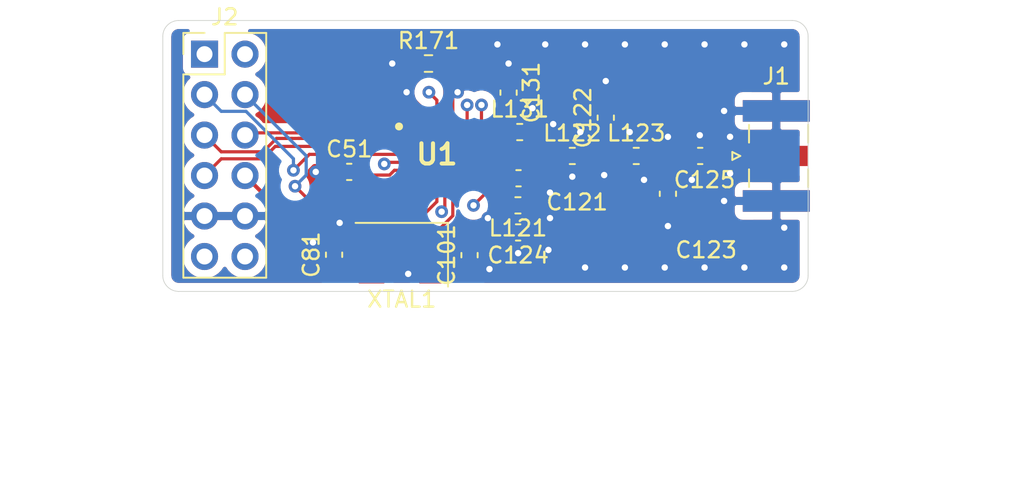
<source format=kicad_pcb>
(kicad_pcb (version 20171130) (host pcbnew "(5.1.9-0-10_14)")

  (general
    (thickness 1.6)
    (drawings 10)
    (tracks 189)
    (zones 0)
    (modules 18)
    (nets 22)
  )

  (page A4)
  (layers
    (0 F.Cu signal)
    (1 In1.Cu signal)
    (2 In2.Cu signal)
    (31 B.Cu signal)
    (32 B.Adhes user)
    (33 F.Adhes user)
    (34 B.Paste user)
    (35 F.Paste user)
    (36 B.SilkS user)
    (37 F.SilkS user)
    (38 B.Mask user)
    (39 F.Mask user)
    (40 Dwgs.User user)
    (41 Cmts.User user)
    (42 Eco1.User user)
    (43 Eco2.User user)
    (44 Edge.Cuts user)
    (45 Margin user)
    (46 B.CrtYd user)
    (47 F.CrtYd user)
    (48 B.Fab user)
    (49 F.Fab user)
  )

  (setup
    (last_trace_width 0.2)
    (user_trace_width 0.2)
    (user_trace_width 0.25)
    (user_trace_width 0.34036)
    (trace_clearance 0.1)
    (zone_clearance 0.508)
    (zone_45_only no)
    (trace_min 0.2)
    (via_size 0.8)
    (via_drill 0.4)
    (via_min_size 0.4)
    (via_min_drill 0.3)
    (uvia_size 0.3)
    (uvia_drill 0.1)
    (uvias_allowed no)
    (uvia_min_size 0.2)
    (uvia_min_drill 0.1)
    (edge_width 0.05)
    (segment_width 0.2)
    (pcb_text_width 0.3)
    (pcb_text_size 1.5 1.5)
    (mod_edge_width 0.12)
    (mod_text_size 1 1)
    (mod_text_width 0.15)
    (pad_size 2.5 2.5)
    (pad_drill 0)
    (pad_to_mask_clearance 0)
    (aux_axis_origin 0 0)
    (visible_elements FFFFFF7F)
    (pcbplotparams
      (layerselection 0x010fc_ffffffff)
      (usegerberextensions false)
      (usegerberattributes true)
      (usegerberadvancedattributes true)
      (creategerberjobfile true)
      (excludeedgelayer true)
      (linewidth 0.100000)
      (plotframeref false)
      (viasonmask false)
      (mode 1)
      (useauxorigin false)
      (hpglpennumber 1)
      (hpglpenspeed 20)
      (hpglpendiameter 15.000000)
      (psnegative false)
      (psa4output false)
      (plotreference true)
      (plotvalue true)
      (plotinvisibletext false)
      (padsonsilk false)
      (subtractmaskfromsilk false)
      (outputformat 1)
      (mirror false)
      (drillshape 1)
      (scaleselection 1)
      (outputdirectory ""))
  )

  (net 0 "")
  (net 1 "Net-(C51-Pad2)")
  (net 2 GND)
  (net 3 "Net-(C81-Pad1)")
  (net 4 "Net-(C101-Pad2)")
  (net 5 "Net-(C121-Pad2)")
  (net 6 "Net-(C121-Pad1)")
  (net 7 "Net-(C122-Pad1)")
  (net 8 "Net-(C123-Pad1)")
  (net 9 "Net-(C124-Pad1)")
  (net 10 "Net-(C125-Pad1)")
  (net 11 +3V3)
  (net 12 GDO0)
  (net 13 GDO2)
  (net 14 SPI_RX)
  (net 15 SPI_CSN)
  (net 16 SPI_CLK)
  (net 17 SPI_TX)
  (net 18 "Net-(J2-Pad2)")
  (net 19 "Net-(J2-Pad1)")
  (net 20 "Net-(C131-Pad2)")
  (net 21 "Net-(R171-Pad2)")

  (net_class Default "This is the default net class."
    (clearance 0.1)
    (trace_width 0.25)
    (via_dia 0.8)
    (via_drill 0.4)
    (uvia_dia 0.3)
    (uvia_drill 0.1)
    (add_net +3V3)
    (add_net GDO0)
    (add_net GDO2)
    (add_net GND)
    (add_net "Net-(C101-Pad2)")
    (add_net "Net-(C121-Pad1)")
    (add_net "Net-(C121-Pad2)")
    (add_net "Net-(C122-Pad1)")
    (add_net "Net-(C123-Pad1)")
    (add_net "Net-(C124-Pad1)")
    (add_net "Net-(C125-Pad1)")
    (add_net "Net-(C131-Pad2)")
    (add_net "Net-(C51-Pad2)")
    (add_net "Net-(C81-Pad1)")
    (add_net "Net-(J2-Pad1)")
    (add_net "Net-(J2-Pad2)")
    (add_net "Net-(R171-Pad2)")
    (add_net SPI_CLK)
    (add_net SPI_CSN)
    (add_net SPI_RX)
    (add_net SPI_TX)
  )

  (module jjh:QFN50P400X400X100-21N-D (layer F.Cu) (tedit 60DE0379) (tstamp 60DE1C94)
    (at 148.2 62.9)
    (descr CC1101RGPR5)
    (tags "Integrated Circuit")
    (path /60A502FE)
    (attr smd)
    (fp_text reference U1 (at 0 0) (layer F.SilkS)
      (effects (font (size 1.27 1.27) (thickness 0.254)))
    )
    (fp_text value CC1101RGPR (at 0 0) (layer F.SilkS) hide
      (effects (font (size 1.27 1.27) (thickness 0.254)))
    )
    (fp_circle (center -2.375 -1.75) (end -2.375 -1.625) (layer F.SilkS) (width 0.25))
    (fp_line (start -2 -1.5) (end -1.5 -2) (layer F.Fab) (width 0.1))
    (fp_line (start -2 2) (end -2 -2) (layer F.Fab) (width 0.1))
    (fp_line (start 2 2) (end -2 2) (layer F.Fab) (width 0.1))
    (fp_line (start 2 -2) (end 2 2) (layer F.Fab) (width 0.1))
    (fp_line (start -2 -2) (end 2 -2) (layer F.Fab) (width 0.1))
    (fp_line (start -2.625 2.625) (end -2.625 -2.625) (layer F.CrtYd) (width 0.05))
    (fp_line (start 2.625 2.625) (end -2.625 2.625) (layer F.CrtYd) (width 0.05))
    (fp_line (start 2.625 -2.625) (end 2.625 2.625) (layer F.CrtYd) (width 0.05))
    (fp_line (start -2.625 -2.625) (end 2.625 -2.625) (layer F.CrtYd) (width 0.05))
    (fp_text user %R (at 0 0) (layer F.Fab)
      (effects (font (size 1.27 1.27) (thickness 0.254)))
    )
    (pad PAD smd rect (at 0 0) (size 2.5 2.5) (layers F.Cu F.Paste F.Mask)
      (net 2 GND))
    (pad 20 smd rect (at -1 -1.9) (size 0.3 0.95) (layers F.Cu F.Paste F.Mask)
      (net 17 SPI_TX))
    (pad 19 smd rect (at -0.5 -1.9) (size 0.3 0.95) (layers F.Cu F.Paste F.Mask)
      (net 2 GND))
    (pad 18 smd rect (at 0 -1.9) (size 0.3 0.95) (layers F.Cu F.Paste F.Mask)
      (net 11 +3V3))
    (pad 17 smd rect (at 0.5 -1.9) (size 0.3 0.95) (layers F.Cu F.Paste F.Mask)
      (net 21 "Net-(R171-Pad2)"))
    (pad 16 smd rect (at 1 -1.9) (size 0.3 0.95) (layers F.Cu F.Paste F.Mask)
      (net 2 GND))
    (pad 15 smd rect (at 1.9 -1 90) (size 0.3 0.95) (layers F.Cu F.Paste F.Mask)
      (net 11 +3V3))
    (pad 14 smd rect (at 1.9 -0.5 90) (size 0.3 0.95) (layers F.Cu F.Paste F.Mask)
      (net 11 +3V3))
    (pad 13 smd rect (at 1.9 0 90) (size 0.3 0.95) (layers F.Cu F.Paste F.Mask)
      (net 20 "Net-(C131-Pad2)"))
    (pad 12 smd rect (at 1.9 0.5 90) (size 0.3 0.95) (layers F.Cu F.Paste F.Mask)
      (net 5 "Net-(C121-Pad2)"))
    (pad 11 smd rect (at 1.9 1 90) (size 0.3 0.95) (layers F.Cu F.Paste F.Mask)
      (net 11 +3V3))
    (pad 10 smd rect (at 1 1.9) (size 0.3 0.95) (layers F.Cu F.Paste F.Mask)
      (net 4 "Net-(C101-Pad2)"))
    (pad 9 smd rect (at 0.5 1.9) (size 0.3 0.95) (layers F.Cu F.Paste F.Mask)
      (net 11 +3V3))
    (pad 8 smd rect (at 0 1.9) (size 0.3 0.95) (layers F.Cu F.Paste F.Mask)
      (net 3 "Net-(C81-Pad1)"))
    (pad 7 smd rect (at -0.5 1.9) (size 0.3 0.95) (layers F.Cu F.Paste F.Mask)
      (net 15 SPI_CSN))
    (pad 6 smd rect (at -1 1.9) (size 0.3 0.95) (layers F.Cu F.Paste F.Mask)
      (net 12 GDO0))
    (pad 5 smd rect (at -1.9 1 90) (size 0.3 0.95) (layers F.Cu F.Paste F.Mask)
      (net 1 "Net-(C51-Pad2)"))
    (pad 4 smd rect (at -1.9 0.5 90) (size 0.3 0.95) (layers F.Cu F.Paste F.Mask)
      (net 11 +3V3))
    (pad 3 smd rect (at -1.9 0 90) (size 0.3 0.95) (layers F.Cu F.Paste F.Mask)
      (net 13 GDO2))
    (pad 2 smd rect (at -1.9 -0.5 90) (size 0.3 0.95) (layers F.Cu F.Paste F.Mask)
      (net 14 SPI_RX))
    (pad 1 smd rect (at -1.9 -1 90) (size 0.3 0.95) (layers F.Cu F.Paste F.Mask)
      (net 16 SPI_CLK))
    (model CC1101RGPR.stp
      (at (xyz 0 0 0))
      (scale (xyz 1 1 1))
      (rotate (xyz 0 0 0))
    )
  )

  (module Capacitor_SMD:C_0603_1608Metric (layer F.Cu) (tedit 5F68FEEE) (tstamp 60DD7893)
    (at 152.7 59.025 270)
    (descr "Capacitor SMD 0603 (1608 Metric), square (rectangular) end terminal, IPC_7351 nominal, (Body size source: IPC-SM-782 page 76, https://www.pcb-3d.com/wordpress/wp-content/uploads/ipc-sm-782a_amendment_1_and_2.pdf), generated with kicad-footprint-generator")
    (tags capacitor)
    (path /60A3755B)
    (attr smd)
    (fp_text reference C131 (at 0 -1.43 90) (layer F.SilkS)
      (effects (font (size 1 1) (thickness 0.15)))
    )
    (fp_text value 3.9pF (at 0 1.43 90) (layer F.Fab)
      (effects (font (size 1 1) (thickness 0.15)))
    )
    (fp_line (start 1.48 0.73) (end -1.48 0.73) (layer F.CrtYd) (width 0.05))
    (fp_line (start 1.48 -0.73) (end 1.48 0.73) (layer F.CrtYd) (width 0.05))
    (fp_line (start -1.48 -0.73) (end 1.48 -0.73) (layer F.CrtYd) (width 0.05))
    (fp_line (start -1.48 0.73) (end -1.48 -0.73) (layer F.CrtYd) (width 0.05))
    (fp_line (start -0.14058 0.51) (end 0.14058 0.51) (layer F.SilkS) (width 0.12))
    (fp_line (start -0.14058 -0.51) (end 0.14058 -0.51) (layer F.SilkS) (width 0.12))
    (fp_line (start 0.8 0.4) (end -0.8 0.4) (layer F.Fab) (width 0.1))
    (fp_line (start 0.8 -0.4) (end 0.8 0.4) (layer F.Fab) (width 0.1))
    (fp_line (start -0.8 -0.4) (end 0.8 -0.4) (layer F.Fab) (width 0.1))
    (fp_line (start -0.8 0.4) (end -0.8 -0.4) (layer F.Fab) (width 0.1))
    (fp_text user %R (at 0 0 90) (layer F.Fab)
      (effects (font (size 0.4 0.4) (thickness 0.06)))
    )
    (pad 2 smd roundrect (at 0.775 0 270) (size 0.9 0.95) (layers F.Cu F.Paste F.Mask) (roundrect_rratio 0.25)
      (net 20 "Net-(C131-Pad2)"))
    (pad 1 smd roundrect (at -0.775 0 270) (size 0.9 0.95) (layers F.Cu F.Paste F.Mask) (roundrect_rratio 0.25)
      (net 2 GND))
    (model ${KISYS3DMOD}/Capacitor_SMD.3dshapes/C_0603_1608Metric.wrl
      (at (xyz 0 0 0))
      (scale (xyz 1 1 1))
      (rotate (xyz 0 0 0))
    )
  )

  (module Crystal:Crystal_SMD_Abracon_ABM3C-4Pin_5.0x3.2mm (layer F.Cu) (tedit 5A0FD1B2) (tstamp 60DCDFEA)
    (at 146 69.2 180)
    (descr "Abracon Miniature Ceramic Smd Crystal ABM3C http://www.abracon.com/Resonators/abm3c.pdf, 5.0x3.2mm^2 package")
    (tags "SMD SMT crystal")
    (path /60E33551)
    (attr smd)
    (fp_text reference XTAL1 (at 0 -2.8) (layer F.SilkS)
      (effects (font (size 1 1) (thickness 0.15)))
    )
    (fp_text value 26MHz (at 0 2.8) (layer F.Fab)
      (effects (font (size 1 1) (thickness 0.15)))
    )
    (fp_line (start -2.3 -1.6) (end 2.3 -1.6) (layer F.Fab) (width 0.1))
    (fp_line (start 2.3 -1.6) (end 2.5 -1.4) (layer F.Fab) (width 0.1))
    (fp_line (start 2.5 -1.4) (end 2.5 1.4) (layer F.Fab) (width 0.1))
    (fp_line (start 2.5 1.4) (end 2.3 1.6) (layer F.Fab) (width 0.1))
    (fp_line (start 2.3 1.6) (end -2.3 1.6) (layer F.Fab) (width 0.1))
    (fp_line (start -2.3 1.6) (end -2.5 1.4) (layer F.Fab) (width 0.1))
    (fp_line (start -2.5 1.4) (end -2.5 -1.4) (layer F.Fab) (width 0.1))
    (fp_line (start -2.5 -1.4) (end -2.3 -1.6) (layer F.Fab) (width 0.1))
    (fp_line (start -2.5 0.6) (end -1.5 1.6) (layer F.Fab) (width 0.1))
    (fp_line (start -2.9 -2) (end -2.9 2) (layer F.SilkS) (width 0.12))
    (fp_line (start -2.9 2) (end 2.9 2) (layer F.SilkS) (width 0.12))
    (fp_line (start -3 -2.1) (end -3 2.1) (layer F.CrtYd) (width 0.05))
    (fp_line (start -3 2.1) (end 3 2.1) (layer F.CrtYd) (width 0.05))
    (fp_line (start 3 2.1) (end 3 -2.1) (layer F.CrtYd) (width 0.05))
    (fp_line (start 3 -2.1) (end -3 -2.1) (layer F.CrtYd) (width 0.05))
    (fp_text user %R (at 0 0) (layer F.Fab)
      (effects (font (size 1 1) (thickness 0.15)))
    )
    (pad 4 smd rect (at -1.9 -1.15 180) (size 1.6 1.3) (layers F.Cu F.Paste F.Mask)
      (net 2 GND))
    (pad 3 smd rect (at 1.9 -1.15 180) (size 1.6 1.3) (layers F.Cu F.Paste F.Mask)
      (net 3 "Net-(C81-Pad1)"))
    (pad 2 smd rect (at 1.9 1.15 180) (size 1.6 1.3) (layers F.Cu F.Paste F.Mask)
      (net 2 GND))
    (pad 1 smd rect (at -1.9 1.15 180) (size 1.6 1.3) (layers F.Cu F.Paste F.Mask)
      (net 4 "Net-(C101-Pad2)"))
    (model ${KISYS3DMOD}/Crystal.3dshapes/Crystal_SMD_Abracon_ABM3C-4Pin_5.0x3.2mm.wrl
      (at (xyz 0 0 0))
      (scale (xyz 1 1 1))
      (rotate (xyz 0 0 0))
    )
  )

  (module Resistor_SMD:R_0603_1608Metric (layer F.Cu) (tedit 5F68FEEE) (tstamp 60DCDFD2)
    (at 147.675 57.2)
    (descr "Resistor SMD 0603 (1608 Metric), square (rectangular) end terminal, IPC_7351 nominal, (Body size source: IPC-SM-782 page 72, https://www.pcb-3d.com/wordpress/wp-content/uploads/ipc-sm-782a_amendment_1_and_2.pdf), generated with kicad-footprint-generator")
    (tags resistor)
    (path /60A8D230)
    (attr smd)
    (fp_text reference R171 (at 0 -1.43) (layer F.SilkS)
      (effects (font (size 1 1) (thickness 0.15)))
    )
    (fp_text value 56K (at 0 1.43) (layer F.Fab)
      (effects (font (size 1 1) (thickness 0.15)))
    )
    (fp_line (start -0.8 0.4125) (end -0.8 -0.4125) (layer F.Fab) (width 0.1))
    (fp_line (start -0.8 -0.4125) (end 0.8 -0.4125) (layer F.Fab) (width 0.1))
    (fp_line (start 0.8 -0.4125) (end 0.8 0.4125) (layer F.Fab) (width 0.1))
    (fp_line (start 0.8 0.4125) (end -0.8 0.4125) (layer F.Fab) (width 0.1))
    (fp_line (start -0.237258 -0.5225) (end 0.237258 -0.5225) (layer F.SilkS) (width 0.12))
    (fp_line (start -0.237258 0.5225) (end 0.237258 0.5225) (layer F.SilkS) (width 0.12))
    (fp_line (start -1.48 0.73) (end -1.48 -0.73) (layer F.CrtYd) (width 0.05))
    (fp_line (start -1.48 -0.73) (end 1.48 -0.73) (layer F.CrtYd) (width 0.05))
    (fp_line (start 1.48 -0.73) (end 1.48 0.73) (layer F.CrtYd) (width 0.05))
    (fp_line (start 1.48 0.73) (end -1.48 0.73) (layer F.CrtYd) (width 0.05))
    (fp_text user %R (at 0 0) (layer F.Fab)
      (effects (font (size 0.4 0.4) (thickness 0.06)))
    )
    (pad 2 smd roundrect (at 0.825 0) (size 0.8 0.95) (layers F.Cu F.Paste F.Mask) (roundrect_rratio 0.25)
      (net 21 "Net-(R171-Pad2)"))
    (pad 1 smd roundrect (at -0.825 0) (size 0.8 0.95) (layers F.Cu F.Paste F.Mask) (roundrect_rratio 0.25)
      (net 2 GND))
    (model ${KISYS3DMOD}/Resistor_SMD.3dshapes/R_0603_1608Metric.wrl
      (at (xyz 0 0 0))
      (scale (xyz 1 1 1))
      (rotate (xyz 0 0 0))
    )
  )

  (module Inductor_SMD:L_0603_1608Metric (layer F.Cu) (tedit 5F68FEF0) (tstamp 60DCDFC1)
    (at 153.4 61.5)
    (descr "Inductor SMD 0603 (1608 Metric), square (rectangular) end terminal, IPC_7351 nominal, (Body size source: http://www.tortai-tech.com/upload/download/2011102023233369053.pdf), generated with kicad-footprint-generator")
    (tags inductor)
    (path /60A38A26)
    (attr smd)
    (fp_text reference L131 (at 0 -1.43) (layer F.SilkS)
      (effects (font (size 1 1) (thickness 0.15)))
    )
    (fp_text value 27nH (at 0 1.43) (layer F.Fab)
      (effects (font (size 1 1) (thickness 0.15)))
    )
    (fp_line (start -0.8 0.4) (end -0.8 -0.4) (layer F.Fab) (width 0.1))
    (fp_line (start -0.8 -0.4) (end 0.8 -0.4) (layer F.Fab) (width 0.1))
    (fp_line (start 0.8 -0.4) (end 0.8 0.4) (layer F.Fab) (width 0.1))
    (fp_line (start 0.8 0.4) (end -0.8 0.4) (layer F.Fab) (width 0.1))
    (fp_line (start -0.162779 -0.51) (end 0.162779 -0.51) (layer F.SilkS) (width 0.12))
    (fp_line (start -0.162779 0.51) (end 0.162779 0.51) (layer F.SilkS) (width 0.12))
    (fp_line (start -1.48 0.73) (end -1.48 -0.73) (layer F.CrtYd) (width 0.05))
    (fp_line (start -1.48 -0.73) (end 1.48 -0.73) (layer F.CrtYd) (width 0.05))
    (fp_line (start 1.48 -0.73) (end 1.48 0.73) (layer F.CrtYd) (width 0.05))
    (fp_line (start 1.48 0.73) (end -1.48 0.73) (layer F.CrtYd) (width 0.05))
    (fp_text user %R (at 0 0) (layer F.Fab)
      (effects (font (size 0.4 0.4) (thickness 0.06)))
    )
    (pad 2 smd roundrect (at 0.7875 0) (size 0.875 0.95) (layers F.Cu F.Paste F.Mask) (roundrect_rratio 0.25)
      (net 6 "Net-(C121-Pad1)"))
    (pad 1 smd roundrect (at -0.7875 0) (size 0.875 0.95) (layers F.Cu F.Paste F.Mask) (roundrect_rratio 0.25)
      (net 20 "Net-(C131-Pad2)"))
    (model ${KISYS3DMOD}/Inductor_SMD.3dshapes/L_0603_1608Metric.wrl
      (at (xyz 0 0 0))
      (scale (xyz 1 1 1))
      (rotate (xyz 0 0 0))
    )
  )

  (module Inductor_SMD:L_0603_1608Metric (layer F.Cu) (tedit 5F68FEF0) (tstamp 60DCDFB0)
    (at 160.7125 63)
    (descr "Inductor SMD 0603 (1608 Metric), square (rectangular) end terminal, IPC_7351 nominal, (Body size source: http://www.tortai-tech.com/upload/download/2011102023233369053.pdf), generated with kicad-footprint-generator")
    (tags inductor)
    (path /60A3A077)
    (attr smd)
    (fp_text reference L123 (at 0 -1.43) (layer F.SilkS)
      (effects (font (size 1 1) (thickness 0.15)))
    )
    (fp_text value 27nH (at 0 1.43) (layer F.Fab)
      (effects (font (size 1 1) (thickness 0.15)))
    )
    (fp_line (start -0.8 0.4) (end -0.8 -0.4) (layer F.Fab) (width 0.1))
    (fp_line (start -0.8 -0.4) (end 0.8 -0.4) (layer F.Fab) (width 0.1))
    (fp_line (start 0.8 -0.4) (end 0.8 0.4) (layer F.Fab) (width 0.1))
    (fp_line (start 0.8 0.4) (end -0.8 0.4) (layer F.Fab) (width 0.1))
    (fp_line (start -0.162779 -0.51) (end 0.162779 -0.51) (layer F.SilkS) (width 0.12))
    (fp_line (start -0.162779 0.51) (end 0.162779 0.51) (layer F.SilkS) (width 0.12))
    (fp_line (start -1.48 0.73) (end -1.48 -0.73) (layer F.CrtYd) (width 0.05))
    (fp_line (start -1.48 -0.73) (end 1.48 -0.73) (layer F.CrtYd) (width 0.05))
    (fp_line (start 1.48 -0.73) (end 1.48 0.73) (layer F.CrtYd) (width 0.05))
    (fp_line (start 1.48 0.73) (end -1.48 0.73) (layer F.CrtYd) (width 0.05))
    (fp_text user %R (at 0 0) (layer F.Fab)
      (effects (font (size 0.4 0.4) (thickness 0.06)))
    )
    (pad 2 smd roundrect (at 0.7875 0) (size 0.875 0.95) (layers F.Cu F.Paste F.Mask) (roundrect_rratio 0.25)
      (net 8 "Net-(C123-Pad1)"))
    (pad 1 smd roundrect (at -0.7875 0) (size 0.875 0.95) (layers F.Cu F.Paste F.Mask) (roundrect_rratio 0.25)
      (net 7 "Net-(C122-Pad1)"))
    (model ${KISYS3DMOD}/Inductor_SMD.3dshapes/L_0603_1608Metric.wrl
      (at (xyz 0 0 0))
      (scale (xyz 1 1 1))
      (rotate (xyz 0 0 0))
    )
  )

  (module Inductor_SMD:L_0603_1608Metric (layer F.Cu) (tedit 5F68FEF0) (tstamp 60DCDF9F)
    (at 156.7 63)
    (descr "Inductor SMD 0603 (1608 Metric), square (rectangular) end terminal, IPC_7351 nominal, (Body size source: http://www.tortai-tech.com/upload/download/2011102023233369053.pdf), generated with kicad-footprint-generator")
    (tags inductor)
    (path /60A39321)
    (attr smd)
    (fp_text reference L122 (at 0 -1.43) (layer F.SilkS)
      (effects (font (size 1 1) (thickness 0.15)))
    )
    (fp_text value 22nH (at 0 1.43) (layer F.Fab)
      (effects (font (size 1 1) (thickness 0.15)))
    )
    (fp_line (start -0.8 0.4) (end -0.8 -0.4) (layer F.Fab) (width 0.1))
    (fp_line (start -0.8 -0.4) (end 0.8 -0.4) (layer F.Fab) (width 0.1))
    (fp_line (start 0.8 -0.4) (end 0.8 0.4) (layer F.Fab) (width 0.1))
    (fp_line (start 0.8 0.4) (end -0.8 0.4) (layer F.Fab) (width 0.1))
    (fp_line (start -0.162779 -0.51) (end 0.162779 -0.51) (layer F.SilkS) (width 0.12))
    (fp_line (start -0.162779 0.51) (end 0.162779 0.51) (layer F.SilkS) (width 0.12))
    (fp_line (start -1.48 0.73) (end -1.48 -0.73) (layer F.CrtYd) (width 0.05))
    (fp_line (start -1.48 -0.73) (end 1.48 -0.73) (layer F.CrtYd) (width 0.05))
    (fp_line (start 1.48 -0.73) (end 1.48 0.73) (layer F.CrtYd) (width 0.05))
    (fp_line (start 1.48 0.73) (end -1.48 0.73) (layer F.CrtYd) (width 0.05))
    (fp_text user %R (at 0 0) (layer F.Fab)
      (effects (font (size 0.4 0.4) (thickness 0.06)))
    )
    (pad 2 smd roundrect (at 0.7875 0) (size 0.875 0.95) (layers F.Cu F.Paste F.Mask) (roundrect_rratio 0.25)
      (net 7 "Net-(C122-Pad1)"))
    (pad 1 smd roundrect (at -0.7875 0) (size 0.875 0.95) (layers F.Cu F.Paste F.Mask) (roundrect_rratio 0.25)
      (net 6 "Net-(C121-Pad1)"))
    (model ${KISYS3DMOD}/Inductor_SMD.3dshapes/L_0603_1608Metric.wrl
      (at (xyz 0 0 0))
      (scale (xyz 1 1 1))
      (rotate (xyz 0 0 0))
    )
  )

  (module Inductor_SMD:L_0603_1608Metric (layer F.Cu) (tedit 5F68FEF0) (tstamp 60DCDF8E)
    (at 153.2875 66.1 180)
    (descr "Inductor SMD 0603 (1608 Metric), square (rectangular) end terminal, IPC_7351 nominal, (Body size source: http://www.tortai-tech.com/upload/download/2011102023233369053.pdf), generated with kicad-footprint-generator")
    (tags inductor)
    (path /60A38065)
    (attr smd)
    (fp_text reference L121 (at 0 -1.43) (layer F.SilkS)
      (effects (font (size 1 1) (thickness 0.15)))
    )
    (fp_text value 27nH (at 0 1.43) (layer F.Fab)
      (effects (font (size 1 1) (thickness 0.15)))
    )
    (fp_line (start -0.8 0.4) (end -0.8 -0.4) (layer F.Fab) (width 0.1))
    (fp_line (start -0.8 -0.4) (end 0.8 -0.4) (layer F.Fab) (width 0.1))
    (fp_line (start 0.8 -0.4) (end 0.8 0.4) (layer F.Fab) (width 0.1))
    (fp_line (start 0.8 0.4) (end -0.8 0.4) (layer F.Fab) (width 0.1))
    (fp_line (start -0.162779 -0.51) (end 0.162779 -0.51) (layer F.SilkS) (width 0.12))
    (fp_line (start -0.162779 0.51) (end 0.162779 0.51) (layer F.SilkS) (width 0.12))
    (fp_line (start -1.48 0.73) (end -1.48 -0.73) (layer F.CrtYd) (width 0.05))
    (fp_line (start -1.48 -0.73) (end 1.48 -0.73) (layer F.CrtYd) (width 0.05))
    (fp_line (start 1.48 -0.73) (end 1.48 0.73) (layer F.CrtYd) (width 0.05))
    (fp_line (start 1.48 0.73) (end -1.48 0.73) (layer F.CrtYd) (width 0.05))
    (fp_text user %R (at 0 0) (layer F.Fab)
      (effects (font (size 0.4 0.4) (thickness 0.06)))
    )
    (pad 2 smd roundrect (at 0.7875 0 180) (size 0.875 0.95) (layers F.Cu F.Paste F.Mask) (roundrect_rratio 0.25)
      (net 5 "Net-(C121-Pad2)"))
    (pad 1 smd roundrect (at -0.7875 0 180) (size 0.875 0.95) (layers F.Cu F.Paste F.Mask) (roundrect_rratio 0.25)
      (net 9 "Net-(C124-Pad1)"))
    (model ${KISYS3DMOD}/Inductor_SMD.3dshapes/L_0603_1608Metric.wrl
      (at (xyz 0 0 0))
      (scale (xyz 1 1 1))
      (rotate (xyz 0 0 0))
    )
  )

  (module Connector_PinHeader_2.54mm:PinHeader_2x06_P2.54mm_Vertical (layer F.Cu) (tedit 59FED5CC) (tstamp 60DCDF7D)
    (at 133.62 56.61)
    (descr "Through hole straight pin header, 2x06, 2.54mm pitch, double rows")
    (tags "Through hole pin header THT 2x06 2.54mm double row")
    (path /60A2E9D0)
    (fp_text reference J2 (at 1.27 -2.33) (layer F.SilkS)
      (effects (font (size 1 1) (thickness 0.15)))
    )
    (fp_text value Conn_02x06_Odd_Even (at 1.27 15.03) (layer F.Fab)
      (effects (font (size 1 1) (thickness 0.15)))
    )
    (fp_line (start 0 -1.27) (end 3.81 -1.27) (layer F.Fab) (width 0.1))
    (fp_line (start 3.81 -1.27) (end 3.81 13.97) (layer F.Fab) (width 0.1))
    (fp_line (start 3.81 13.97) (end -1.27 13.97) (layer F.Fab) (width 0.1))
    (fp_line (start -1.27 13.97) (end -1.27 0) (layer F.Fab) (width 0.1))
    (fp_line (start -1.27 0) (end 0 -1.27) (layer F.Fab) (width 0.1))
    (fp_line (start -1.33 14.03) (end 3.87 14.03) (layer F.SilkS) (width 0.12))
    (fp_line (start -1.33 1.27) (end -1.33 14.03) (layer F.SilkS) (width 0.12))
    (fp_line (start 3.87 -1.33) (end 3.87 14.03) (layer F.SilkS) (width 0.12))
    (fp_line (start -1.33 1.27) (end 1.27 1.27) (layer F.SilkS) (width 0.12))
    (fp_line (start 1.27 1.27) (end 1.27 -1.33) (layer F.SilkS) (width 0.12))
    (fp_line (start 1.27 -1.33) (end 3.87 -1.33) (layer F.SilkS) (width 0.12))
    (fp_line (start -1.33 0) (end -1.33 -1.33) (layer F.SilkS) (width 0.12))
    (fp_line (start -1.33 -1.33) (end 0 -1.33) (layer F.SilkS) (width 0.12))
    (fp_line (start -1.8 -1.8) (end -1.8 14.5) (layer F.CrtYd) (width 0.05))
    (fp_line (start -1.8 14.5) (end 4.35 14.5) (layer F.CrtYd) (width 0.05))
    (fp_line (start 4.35 14.5) (end 4.35 -1.8) (layer F.CrtYd) (width 0.05))
    (fp_line (start 4.35 -1.8) (end -1.8 -1.8) (layer F.CrtYd) (width 0.05))
    (fp_text user %R (at 1.27 6.35 90) (layer F.Fab)
      (effects (font (size 1 1) (thickness 0.15)))
    )
    (pad 12 thru_hole oval (at 2.54 12.7) (size 1.7 1.7) (drill 1) (layers *.Cu *.Mask)
      (net 11 +3V3))
    (pad 11 thru_hole oval (at 0 12.7) (size 1.7 1.7) (drill 1) (layers *.Cu *.Mask)
      (net 11 +3V3))
    (pad 10 thru_hole oval (at 2.54 10.16) (size 1.7 1.7) (drill 1) (layers *.Cu *.Mask)
      (net 2 GND))
    (pad 9 thru_hole oval (at 0 10.16) (size 1.7 1.7) (drill 1) (layers *.Cu *.Mask)
      (net 2 GND))
    (pad 8 thru_hole oval (at 2.54 7.62) (size 1.7 1.7) (drill 1) (layers *.Cu *.Mask)
      (net 15 SPI_CSN))
    (pad 7 thru_hole oval (at 0 7.62) (size 1.7 1.7) (drill 1) (layers *.Cu *.Mask)
      (net 14 SPI_RX))
    (pad 6 thru_hole oval (at 2.54 5.08) (size 1.7 1.7) (drill 1) (layers *.Cu *.Mask)
      (net 17 SPI_TX))
    (pad 5 thru_hole oval (at 0 5.08) (size 1.7 1.7) (drill 1) (layers *.Cu *.Mask)
      (net 16 SPI_CLK))
    (pad 4 thru_hole oval (at 2.54 2.54) (size 1.7 1.7) (drill 1) (layers *.Cu *.Mask)
      (net 12 GDO0))
    (pad 3 thru_hole oval (at 0 2.54) (size 1.7 1.7) (drill 1) (layers *.Cu *.Mask)
      (net 13 GDO2))
    (pad 2 thru_hole oval (at 2.54 0) (size 1.7 1.7) (drill 1) (layers *.Cu *.Mask)
      (net 18 "Net-(J2-Pad2)"))
    (pad 1 thru_hole rect (at 0 0) (size 1.7 1.7) (drill 1) (layers *.Cu *.Mask)
      (net 19 "Net-(J2-Pad1)"))
    (model ${KISYS3DMOD}/Connector_PinHeader_2.54mm.3dshapes/PinHeader_2x06_P2.54mm_Vertical.wrl
      (at (xyz 0 0 0))
      (scale (xyz 1 1 1))
      (rotate (xyz 0 0 0))
    )
  )

  (module Connector_Coaxial:SMA_Samtec_SMA-J-P-X-ST-EM1_EdgeMount (layer F.Cu) (tedit 5DAA3454) (tstamp 60DCDF5B)
    (at 169.5 63 90)
    (descr "Connector SMA, 0Hz to 20GHz, 50Ohm, Edge Mount (http://suddendocs.samtec.com/prints/sma-j-p-x-st-em1-mkt.pdf)")
    (tags "SMA Straight Samtec Edge Mount")
    (path /60A31A03)
    (attr smd)
    (fp_text reference J1 (at 5 0 180) (layer F.SilkS)
      (effects (font (size 1 1) (thickness 0.15)))
    )
    (fp_text value Conn_Coaxial (at 0 13 90) (layer F.Fab)
      (effects (font (size 1 1) (thickness 0.15)))
    )
    (fp_line (start -0.25 -2.76) (end 0 -2.26) (layer F.SilkS) (width 0.12))
    (fp_line (start 0.25 -2.76) (end -0.25 -2.76) (layer F.SilkS) (width 0.12))
    (fp_line (start 0 -2.26) (end 0.25 -2.76) (layer F.SilkS) (width 0.12))
    (fp_line (start 0 3.1) (end -0.64 2.1) (layer F.Fab) (width 0.1))
    (fp_line (start 0.64 2.1) (end 0 3.1) (layer F.Fab) (width 0.1))
    (fp_line (start 4 2.6) (end 4 -2.6) (layer F.CrtYd) (width 0.05))
    (fp_line (start 3.68 12.12) (end -3.68 12.12) (layer F.CrtYd) (width 0.05))
    (fp_line (start -4 2.6) (end -4 -2.6) (layer F.CrtYd) (width 0.05))
    (fp_line (start -4 -2.6) (end 4 -2.6) (layer F.CrtYd) (width 0.05))
    (fp_line (start 4 2.6) (end 4 -2.6) (layer B.CrtYd) (width 0.05))
    (fp_line (start 3.68 12.12) (end -3.68 12.12) (layer B.CrtYd) (width 0.05))
    (fp_line (start -4 2.6) (end -4 -2.6) (layer B.CrtYd) (width 0.05))
    (fp_line (start -4 -2.6) (end 4 -2.6) (layer B.CrtYd) (width 0.05))
    (fp_line (start 3.165 11.62) (end -3.165 11.62) (layer F.Fab) (width 0.1))
    (fp_line (start 3.175 -1.71) (end 3.175 11.62) (layer F.Fab) (width 0.1))
    (fp_line (start 3.175 -1.71) (end 2.365 -1.71) (layer F.Fab) (width 0.1))
    (fp_line (start 2.365 -1.71) (end 2.365 2.1) (layer F.Fab) (width 0.1))
    (fp_line (start 2.365 2.1) (end -2.365 2.1) (layer F.Fab) (width 0.1))
    (fp_line (start -2.365 2.1) (end -2.365 -1.71) (layer F.Fab) (width 0.1))
    (fp_line (start -2.365 -1.71) (end -3.175 -1.71) (layer F.Fab) (width 0.1))
    (fp_line (start -3.175 -1.71) (end -3.175 11.62) (layer F.Fab) (width 0.1))
    (fp_line (start 4.1 2.1) (end -4.1 2.1) (layer Dwgs.User) (width 0.1))
    (fp_line (start -3.68 2.6) (end -4 2.6) (layer F.CrtYd) (width 0.05))
    (fp_line (start -3.68 12.12) (end -3.68 2.6) (layer F.CrtYd) (width 0.05))
    (fp_line (start 3.68 2.6) (end 4 2.6) (layer F.CrtYd) (width 0.05))
    (fp_line (start 3.68 2.6) (end 3.68 12.12) (layer F.CrtYd) (width 0.05))
    (fp_line (start -3.68 2.6) (end -4 2.6) (layer B.CrtYd) (width 0.05))
    (fp_line (start -3.68 12.12) (end -3.68 2.6) (layer B.CrtYd) (width 0.05))
    (fp_line (start 4 2.6) (end 3.68 2.6) (layer B.CrtYd) (width 0.05))
    (fp_line (start 3.68 2.6) (end 3.68 12.12) (layer B.CrtYd) (width 0.05))
    (fp_line (start -1.95 2) (end -0.84 2) (layer F.SilkS) (width 0.12))
    (fp_line (start 0.84 2) (end 1.95 2) (layer F.SilkS) (width 0.12))
    (fp_line (start -1.95 -1.71) (end -0.84 -1.71) (layer F.SilkS) (width 0.12))
    (fp_line (start 0.84 -1.71) (end 1.95 -1.71) (layer F.SilkS) (width 0.12))
    (fp_text user "Board Thickness: 1.57mm" (at -0.1 14.7 90) (layer Cmts.User)
      (effects (font (size 1 1) (thickness 0.15)))
    )
    (fp_text user "PCB Edge" (at 0 2.6 90) (layer Dwgs.User)
      (effects (font (size 0.5 0.5) (thickness 0.1)))
    )
    (fp_text user %R (at 0 4.79 270) (layer F.Fab)
      (effects (font (size 1 1) (thickness 0.15)))
    )
    (pad 1 smd rect (at 0 0.2 90) (size 1.27 3.6) (layers F.Cu F.Paste F.Mask)
      (net 10 "Net-(C125-Pad1)"))
    (pad 2 smd rect (at 2.825 0 90) (size 1.35 4.2) (layers F.Cu F.Paste F.Mask)
      (net 2 GND))
    (pad 2 smd rect (at -2.825 0 90) (size 1.35 4.2) (layers F.Cu F.Paste F.Mask)
      (net 2 GND))
    (pad 2 smd rect (at 2.825 0 90) (size 1.35 4.2) (layers B.Cu B.Paste B.Mask)
      (net 2 GND))
    (pad 2 smd rect (at -2.825 0 90) (size 1.35 4.2) (layers B.Cu B.Paste B.Mask)
      (net 2 GND))
    (model ${KISYS3DMOD}/Connector_Coaxial.3dshapes/SMA_Samtec_SMA-J-P-X-ST-EM1_EdgeMount.wrl
      (at (xyz 0 0 0))
      (scale (xyz 1 1 1))
      (rotate (xyz 0 0 0))
    )
  )

  (module Capacitor_SMD:C_0603_1608Metric (layer F.Cu) (tedit 5F68FEEE) (tstamp 60DCDF2D)
    (at 164.725 63 180)
    (descr "Capacitor SMD 0603 (1608 Metric), square (rectangular) end terminal, IPC_7351 nominal, (Body size source: IPC-SM-782 page 76, https://www.pcb-3d.com/wordpress/wp-content/uploads/ipc-sm-782a_amendment_1_and_2.pdf), generated with kicad-footprint-generator")
    (tags capacitor)
    (path /60A35692)
    (attr smd)
    (fp_text reference C125 (at -0.275 -1.5) (layer F.SilkS)
      (effects (font (size 1 1) (thickness 0.15)))
    )
    (fp_text value 220pF (at 0 1.43) (layer F.Fab)
      (effects (font (size 1 1) (thickness 0.15)))
    )
    (fp_line (start -0.8 0.4) (end -0.8 -0.4) (layer F.Fab) (width 0.1))
    (fp_line (start -0.8 -0.4) (end 0.8 -0.4) (layer F.Fab) (width 0.1))
    (fp_line (start 0.8 -0.4) (end 0.8 0.4) (layer F.Fab) (width 0.1))
    (fp_line (start 0.8 0.4) (end -0.8 0.4) (layer F.Fab) (width 0.1))
    (fp_line (start -0.14058 -0.51) (end 0.14058 -0.51) (layer F.SilkS) (width 0.12))
    (fp_line (start -0.14058 0.51) (end 0.14058 0.51) (layer F.SilkS) (width 0.12))
    (fp_line (start -1.48 0.73) (end -1.48 -0.73) (layer F.CrtYd) (width 0.05))
    (fp_line (start -1.48 -0.73) (end 1.48 -0.73) (layer F.CrtYd) (width 0.05))
    (fp_line (start 1.48 -0.73) (end 1.48 0.73) (layer F.CrtYd) (width 0.05))
    (fp_line (start 1.48 0.73) (end -1.48 0.73) (layer F.CrtYd) (width 0.05))
    (fp_text user %R (at 0 0) (layer F.Fab)
      (effects (font (size 0.4 0.4) (thickness 0.06)))
    )
    (pad 2 smd roundrect (at 0.775 0 180) (size 0.9 0.95) (layers F.Cu F.Paste F.Mask) (roundrect_rratio 0.25)
      (net 8 "Net-(C123-Pad1)"))
    (pad 1 smd roundrect (at -0.775 0 180) (size 0.9 0.95) (layers F.Cu F.Paste F.Mask) (roundrect_rratio 0.25)
      (net 10 "Net-(C125-Pad1)"))
    (model ${KISYS3DMOD}/Capacitor_SMD.3dshapes/C_0603_1608Metric.wrl
      (at (xyz 0 0 0))
      (scale (xyz 1 1 1))
      (rotate (xyz 0 0 0))
    )
  )

  (module Capacitor_SMD:C_0603_1608Metric (layer F.Cu) (tedit 5F68FEEE) (tstamp 60DCDF1C)
    (at 153.3 67.8 180)
    (descr "Capacitor SMD 0603 (1608 Metric), square (rectangular) end terminal, IPC_7351 nominal, (Body size source: IPC-SM-782 page 76, https://www.pcb-3d.com/wordpress/wp-content/uploads/ipc-sm-782a_amendment_1_and_2.pdf), generated with kicad-footprint-generator")
    (tags capacitor)
    (path /60A37995)
    (attr smd)
    (fp_text reference C124 (at 0 -1.43) (layer F.SilkS)
      (effects (font (size 1 1) (thickness 0.15)))
    )
    (fp_text value 220pF (at 0 1.43) (layer F.Fab)
      (effects (font (size 1 1) (thickness 0.15)))
    )
    (fp_line (start -0.8 0.4) (end -0.8 -0.4) (layer F.Fab) (width 0.1))
    (fp_line (start -0.8 -0.4) (end 0.8 -0.4) (layer F.Fab) (width 0.1))
    (fp_line (start 0.8 -0.4) (end 0.8 0.4) (layer F.Fab) (width 0.1))
    (fp_line (start 0.8 0.4) (end -0.8 0.4) (layer F.Fab) (width 0.1))
    (fp_line (start -0.14058 -0.51) (end 0.14058 -0.51) (layer F.SilkS) (width 0.12))
    (fp_line (start -0.14058 0.51) (end 0.14058 0.51) (layer F.SilkS) (width 0.12))
    (fp_line (start -1.48 0.73) (end -1.48 -0.73) (layer F.CrtYd) (width 0.05))
    (fp_line (start -1.48 -0.73) (end 1.48 -0.73) (layer F.CrtYd) (width 0.05))
    (fp_line (start 1.48 -0.73) (end 1.48 0.73) (layer F.CrtYd) (width 0.05))
    (fp_line (start 1.48 0.73) (end -1.48 0.73) (layer F.CrtYd) (width 0.05))
    (fp_text user %R (at 0 0) (layer F.Fab)
      (effects (font (size 0.4 0.4) (thickness 0.06)))
    )
    (pad 2 smd roundrect (at 0.775 0 180) (size 0.9 0.95) (layers F.Cu F.Paste F.Mask) (roundrect_rratio 0.25)
      (net 2 GND))
    (pad 1 smd roundrect (at -0.775 0 180) (size 0.9 0.95) (layers F.Cu F.Paste F.Mask) (roundrect_rratio 0.25)
      (net 9 "Net-(C124-Pad1)"))
    (model ${KISYS3DMOD}/Capacitor_SMD.3dshapes/C_0603_1608Metric.wrl
      (at (xyz 0 0 0))
      (scale (xyz 1 1 1))
      (rotate (xyz 0 0 0))
    )
  )

  (module Capacitor_SMD:C_0603_1608Metric (layer F.Cu) (tedit 5F68FEEE) (tstamp 60DCDF0B)
    (at 162.7 65.375 270)
    (descr "Capacitor SMD 0603 (1608 Metric), square (rectangular) end terminal, IPC_7351 nominal, (Body size source: IPC-SM-782 page 76, https://www.pcb-3d.com/wordpress/wp-content/uploads/ipc-sm-782a_amendment_1_and_2.pdf), generated with kicad-footprint-generator")
    (tags capacitor)
    (path /60A35E36)
    (attr smd)
    (fp_text reference C123 (at 3.525 -2.4 180) (layer F.SilkS)
      (effects (font (size 1 1) (thickness 0.15)))
    )
    (fp_text value 5.6pF (at 0 1.43 90) (layer F.Fab)
      (effects (font (size 1 1) (thickness 0.15)))
    )
    (fp_line (start -0.8 0.4) (end -0.8 -0.4) (layer F.Fab) (width 0.1))
    (fp_line (start -0.8 -0.4) (end 0.8 -0.4) (layer F.Fab) (width 0.1))
    (fp_line (start 0.8 -0.4) (end 0.8 0.4) (layer F.Fab) (width 0.1))
    (fp_line (start 0.8 0.4) (end -0.8 0.4) (layer F.Fab) (width 0.1))
    (fp_line (start -0.14058 -0.51) (end 0.14058 -0.51) (layer F.SilkS) (width 0.12))
    (fp_line (start -0.14058 0.51) (end 0.14058 0.51) (layer F.SilkS) (width 0.12))
    (fp_line (start -1.48 0.73) (end -1.48 -0.73) (layer F.CrtYd) (width 0.05))
    (fp_line (start -1.48 -0.73) (end 1.48 -0.73) (layer F.CrtYd) (width 0.05))
    (fp_line (start 1.48 -0.73) (end 1.48 0.73) (layer F.CrtYd) (width 0.05))
    (fp_line (start 1.48 0.73) (end -1.48 0.73) (layer F.CrtYd) (width 0.05))
    (fp_text user %R (at 0 0 90) (layer F.Fab)
      (effects (font (size 0.4 0.4) (thickness 0.06)))
    )
    (pad 2 smd roundrect (at 0.775 0 270) (size 0.9 0.95) (layers F.Cu F.Paste F.Mask) (roundrect_rratio 0.25)
      (net 2 GND))
    (pad 1 smd roundrect (at -0.775 0 270) (size 0.9 0.95) (layers F.Cu F.Paste F.Mask) (roundrect_rratio 0.25)
      (net 8 "Net-(C123-Pad1)"))
    (model ${KISYS3DMOD}/Capacitor_SMD.3dshapes/C_0603_1608Metric.wrl
      (at (xyz 0 0 0))
      (scale (xyz 1 1 1))
      (rotate (xyz 0 0 0))
    )
  )

  (module Capacitor_SMD:C_0603_1608Metric (layer F.Cu) (tedit 5F68FEEE) (tstamp 60DCDEFA)
    (at 158.8 60.6 90)
    (descr "Capacitor SMD 0603 (1608 Metric), square (rectangular) end terminal, IPC_7351 nominal, (Body size source: IPC-SM-782 page 76, https://www.pcb-3d.com/wordpress/wp-content/uploads/ipc-sm-782a_amendment_1_and_2.pdf), generated with kicad-footprint-generator")
    (tags capacitor)
    (path /60A36923)
    (attr smd)
    (fp_text reference C122 (at 0 -1.43 90) (layer F.SilkS)
      (effects (font (size 1 1) (thickness 0.15)))
    )
    (fp_text value 8.2pF (at 2.1 1.6 90) (layer F.Fab)
      (effects (font (size 1 1) (thickness 0.15)))
    )
    (fp_line (start -0.8 0.4) (end -0.8 -0.4) (layer F.Fab) (width 0.1))
    (fp_line (start -0.8 -0.4) (end 0.8 -0.4) (layer F.Fab) (width 0.1))
    (fp_line (start 0.8 -0.4) (end 0.8 0.4) (layer F.Fab) (width 0.1))
    (fp_line (start 0.8 0.4) (end -0.8 0.4) (layer F.Fab) (width 0.1))
    (fp_line (start -0.14058 -0.51) (end 0.14058 -0.51) (layer F.SilkS) (width 0.12))
    (fp_line (start -0.14058 0.51) (end 0.14058 0.51) (layer F.SilkS) (width 0.12))
    (fp_line (start -1.48 0.73) (end -1.48 -0.73) (layer F.CrtYd) (width 0.05))
    (fp_line (start -1.48 -0.73) (end 1.48 -0.73) (layer F.CrtYd) (width 0.05))
    (fp_line (start 1.48 -0.73) (end 1.48 0.73) (layer F.CrtYd) (width 0.05))
    (fp_line (start 1.48 0.73) (end -1.48 0.73) (layer F.CrtYd) (width 0.05))
    (fp_text user %R (at 0 0 90) (layer F.Fab)
      (effects (font (size 0.4 0.4) (thickness 0.06)))
    )
    (pad 2 smd roundrect (at 0.775 0 90) (size 0.9 0.95) (layers F.Cu F.Paste F.Mask) (roundrect_rratio 0.25)
      (net 2 GND))
    (pad 1 smd roundrect (at -0.775 0 90) (size 0.9 0.95) (layers F.Cu F.Paste F.Mask) (roundrect_rratio 0.25)
      (net 7 "Net-(C122-Pad1)"))
    (model ${KISYS3DMOD}/Capacitor_SMD.3dshapes/C_0603_1608Metric.wrl
      (at (xyz 0 0 0))
      (scale (xyz 1 1 1))
      (rotate (xyz 0 0 0))
    )
  )

  (module Capacitor_SMD:C_0603_1608Metric (layer F.Cu) (tedit 5F68FEEE) (tstamp 60DCDEE9)
    (at 153.325 64.4 180)
    (descr "Capacitor SMD 0603 (1608 Metric), square (rectangular) end terminal, IPC_7351 nominal, (Body size source: IPC-SM-782 page 76, https://www.pcb-3d.com/wordpress/wp-content/uploads/ipc-sm-782a_amendment_1_and_2.pdf), generated with kicad-footprint-generator")
    (tags capacitor)
    (path /60A36D2F)
    (attr smd)
    (fp_text reference C121 (at -3.675 -1.5) (layer F.SilkS)
      (effects (font (size 1 1) (thickness 0.15)))
    )
    (fp_text value 3.9pF (at 0 1.43) (layer F.Fab)
      (effects (font (size 1 1) (thickness 0.15)))
    )
    (fp_line (start -0.8 0.4) (end -0.8 -0.4) (layer F.Fab) (width 0.1))
    (fp_line (start -0.8 -0.4) (end 0.8 -0.4) (layer F.Fab) (width 0.1))
    (fp_line (start 0.8 -0.4) (end 0.8 0.4) (layer F.Fab) (width 0.1))
    (fp_line (start 0.8 0.4) (end -0.8 0.4) (layer F.Fab) (width 0.1))
    (fp_line (start -0.14058 -0.51) (end 0.14058 -0.51) (layer F.SilkS) (width 0.12))
    (fp_line (start -0.14058 0.51) (end 0.14058 0.51) (layer F.SilkS) (width 0.12))
    (fp_line (start -1.48 0.73) (end -1.48 -0.73) (layer F.CrtYd) (width 0.05))
    (fp_line (start -1.48 -0.73) (end 1.48 -0.73) (layer F.CrtYd) (width 0.05))
    (fp_line (start 1.48 -0.73) (end 1.48 0.73) (layer F.CrtYd) (width 0.05))
    (fp_line (start 1.48 0.73) (end -1.48 0.73) (layer F.CrtYd) (width 0.05))
    (fp_text user %R (at 0 0) (layer F.Fab)
      (effects (font (size 0.4 0.4) (thickness 0.06)))
    )
    (pad 2 smd roundrect (at 0.775 0 180) (size 0.9 0.95) (layers F.Cu F.Paste F.Mask) (roundrect_rratio 0.25)
      (net 5 "Net-(C121-Pad2)"))
    (pad 1 smd roundrect (at -0.775 0 180) (size 0.9 0.95) (layers F.Cu F.Paste F.Mask) (roundrect_rratio 0.25)
      (net 6 "Net-(C121-Pad1)"))
    (model ${KISYS3DMOD}/Capacitor_SMD.3dshapes/C_0603_1608Metric.wrl
      (at (xyz 0 0 0))
      (scale (xyz 1 1 1))
      (rotate (xyz 0 0 0))
    )
  )

  (module Capacitor_SMD:C_0603_1608Metric (layer F.Cu) (tedit 5F68FEEE) (tstamp 60DCDED8)
    (at 150.25 69.225 90)
    (descr "Capacitor SMD 0603 (1608 Metric), square (rectangular) end terminal, IPC_7351 nominal, (Body size source: IPC-SM-782 page 76, https://www.pcb-3d.com/wordpress/wp-content/uploads/ipc-sm-782a_amendment_1_and_2.pdf), generated with kicad-footprint-generator")
    (tags capacitor)
    (path /60A69C8B)
    (attr smd)
    (fp_text reference C101 (at 0 -1.43 90) (layer F.SilkS)
      (effects (font (size 1 1) (thickness 0.15)))
    )
    (fp_text value 27pF (at -0.175 1.35 90) (layer F.Fab)
      (effects (font (size 1 1) (thickness 0.15)))
    )
    (fp_line (start -0.8 0.4) (end -0.8 -0.4) (layer F.Fab) (width 0.1))
    (fp_line (start -0.8 -0.4) (end 0.8 -0.4) (layer F.Fab) (width 0.1))
    (fp_line (start 0.8 -0.4) (end 0.8 0.4) (layer F.Fab) (width 0.1))
    (fp_line (start 0.8 0.4) (end -0.8 0.4) (layer F.Fab) (width 0.1))
    (fp_line (start -0.14058 -0.51) (end 0.14058 -0.51) (layer F.SilkS) (width 0.12))
    (fp_line (start -0.14058 0.51) (end 0.14058 0.51) (layer F.SilkS) (width 0.12))
    (fp_line (start -1.48 0.73) (end -1.48 -0.73) (layer F.CrtYd) (width 0.05))
    (fp_line (start -1.48 -0.73) (end 1.48 -0.73) (layer F.CrtYd) (width 0.05))
    (fp_line (start 1.48 -0.73) (end 1.48 0.73) (layer F.CrtYd) (width 0.05))
    (fp_line (start 1.48 0.73) (end -1.48 0.73) (layer F.CrtYd) (width 0.05))
    (fp_text user %R (at 0 0 90) (layer F.Fab)
      (effects (font (size 0.4 0.4) (thickness 0.06)))
    )
    (pad 2 smd roundrect (at 0.775 0 90) (size 0.9 0.95) (layers F.Cu F.Paste F.Mask) (roundrect_rratio 0.25)
      (net 4 "Net-(C101-Pad2)"))
    (pad 1 smd roundrect (at -0.775 0 90) (size 0.9 0.95) (layers F.Cu F.Paste F.Mask) (roundrect_rratio 0.25)
      (net 2 GND))
    (model ${KISYS3DMOD}/Capacitor_SMD.3dshapes/C_0603_1608Metric.wrl
      (at (xyz 0 0 0))
      (scale (xyz 1 1 1))
      (rotate (xyz 0 0 0))
    )
  )

  (module Capacitor_SMD:C_0603_1608Metric (layer F.Cu) (tedit 5F68FEEE) (tstamp 60DCDEC7)
    (at 141.75 69.2 90)
    (descr "Capacitor SMD 0603 (1608 Metric), square (rectangular) end terminal, IPC_7351 nominal, (Body size source: IPC-SM-782 page 76, https://www.pcb-3d.com/wordpress/wp-content/uploads/ipc-sm-782a_amendment_1_and_2.pdf), generated with kicad-footprint-generator")
    (tags capacitor)
    (path /60A6949A)
    (attr smd)
    (fp_text reference C81 (at 0 -1.43 90) (layer F.SilkS)
      (effects (font (size 1 1) (thickness 0.15)))
    )
    (fp_text value 27pF (at 0 1.43 90) (layer F.Fab)
      (effects (font (size 1 1) (thickness 0.15)))
    )
    (fp_line (start -0.8 0.4) (end -0.8 -0.4) (layer F.Fab) (width 0.1))
    (fp_line (start -0.8 -0.4) (end 0.8 -0.4) (layer F.Fab) (width 0.1))
    (fp_line (start 0.8 -0.4) (end 0.8 0.4) (layer F.Fab) (width 0.1))
    (fp_line (start 0.8 0.4) (end -0.8 0.4) (layer F.Fab) (width 0.1))
    (fp_line (start -0.14058 -0.51) (end 0.14058 -0.51) (layer F.SilkS) (width 0.12))
    (fp_line (start -0.14058 0.51) (end 0.14058 0.51) (layer F.SilkS) (width 0.12))
    (fp_line (start -1.48 0.73) (end -1.48 -0.73) (layer F.CrtYd) (width 0.05))
    (fp_line (start -1.48 -0.73) (end 1.48 -0.73) (layer F.CrtYd) (width 0.05))
    (fp_line (start 1.48 -0.73) (end 1.48 0.73) (layer F.CrtYd) (width 0.05))
    (fp_line (start 1.48 0.73) (end -1.48 0.73) (layer F.CrtYd) (width 0.05))
    (fp_text user %R (at 0 0 90) (layer F.Fab)
      (effects (font (size 0.4 0.4) (thickness 0.06)))
    )
    (pad 2 smd roundrect (at 0.775 0 90) (size 0.9 0.95) (layers F.Cu F.Paste F.Mask) (roundrect_rratio 0.25)
      (net 2 GND))
    (pad 1 smd roundrect (at -0.775 0 90) (size 0.9 0.95) (layers F.Cu F.Paste F.Mask) (roundrect_rratio 0.25)
      (net 3 "Net-(C81-Pad1)"))
    (model ${KISYS3DMOD}/Capacitor_SMD.3dshapes/C_0603_1608Metric.wrl
      (at (xyz 0 0 0))
      (scale (xyz 1 1 1))
      (rotate (xyz 0 0 0))
    )
  )

  (module Capacitor_SMD:C_0603_1608Metric (layer F.Cu) (tedit 5F68FEEE) (tstamp 60DCDEB6)
    (at 142.7 64)
    (descr "Capacitor SMD 0603 (1608 Metric), square (rectangular) end terminal, IPC_7351 nominal, (Body size source: IPC-SM-782 page 76, https://www.pcb-3d.com/wordpress/wp-content/uploads/ipc-sm-782a_amendment_1_and_2.pdf), generated with kicad-footprint-generator")
    (tags capacitor)
    (path /60E263E0)
    (attr smd)
    (fp_text reference C51 (at 0 -1.43) (layer F.SilkS)
      (effects (font (size 1 1) (thickness 0.15)))
    )
    (fp_text value 100nF (at 0 1.43) (layer F.Fab)
      (effects (font (size 1 1) (thickness 0.15)))
    )
    (fp_line (start -0.8 0.4) (end -0.8 -0.4) (layer F.Fab) (width 0.1))
    (fp_line (start -0.8 -0.4) (end 0.8 -0.4) (layer F.Fab) (width 0.1))
    (fp_line (start 0.8 -0.4) (end 0.8 0.4) (layer F.Fab) (width 0.1))
    (fp_line (start 0.8 0.4) (end -0.8 0.4) (layer F.Fab) (width 0.1))
    (fp_line (start -0.14058 -0.51) (end 0.14058 -0.51) (layer F.SilkS) (width 0.12))
    (fp_line (start -0.14058 0.51) (end 0.14058 0.51) (layer F.SilkS) (width 0.12))
    (fp_line (start -1.48 0.73) (end -1.48 -0.73) (layer F.CrtYd) (width 0.05))
    (fp_line (start -1.48 -0.73) (end 1.48 -0.73) (layer F.CrtYd) (width 0.05))
    (fp_line (start 1.48 -0.73) (end 1.48 0.73) (layer F.CrtYd) (width 0.05))
    (fp_line (start 1.48 0.73) (end -1.48 0.73) (layer F.CrtYd) (width 0.05))
    (fp_text user %R (at 0 0) (layer F.Fab)
      (effects (font (size 0.4 0.4) (thickness 0.06)))
    )
    (pad 2 smd roundrect (at 0.775 0) (size 0.9 0.95) (layers F.Cu F.Paste F.Mask) (roundrect_rratio 0.25)
      (net 1 "Net-(C51-Pad2)"))
    (pad 1 smd roundrect (at -0.775 0) (size 0.9 0.95) (layers F.Cu F.Paste F.Mask) (roundrect_rratio 0.25)
      (net 2 GND))
    (model ${KISYS3DMOD}/Capacitor_SMD.3dshapes/C_0603_1608Metric.wrl
      (at (xyz 0 0 0))
      (scale (xyz 1 1 1))
      (rotate (xyz 0 0 0))
    )
  )

  (dimension 17 (width 0.15) (layer Dwgs.User)
    (gr_text "17.000 mm" (at 124.45 63 270) (layer Dwgs.User)
      (effects (font (size 1 1) (thickness 0.15)))
    )
    (feature1 (pts (xy 132 71.5) (xy 125.163579 71.5)))
    (feature2 (pts (xy 132 54.5) (xy 125.163579 54.5)))
    (crossbar (pts (xy 125.75 54.5) (xy 125.75 71.5)))
    (arrow1a (pts (xy 125.75 71.5) (xy 125.163579 70.373496)))
    (arrow1b (pts (xy 125.75 71.5) (xy 126.336421 70.373496)))
    (arrow2a (pts (xy 125.75 54.5) (xy 125.163579 55.626504)))
    (arrow2b (pts (xy 125.75 54.5) (xy 126.336421 55.626504)))
  )
  (dimension 40.5 (width 0.15) (layer Dwgs.User)
    (gr_text "40.500 mm" (at 151.25 84) (layer Dwgs.User)
      (effects (font (size 1 1) (thickness 0.15)))
    )
    (feature1 (pts (xy 171.5 71.2) (xy 171.5 83.286421)))
    (feature2 (pts (xy 131 71.2) (xy 131 83.286421)))
    (crossbar (pts (xy 131 82.7) (xy 171.5 82.7)))
    (arrow1a (pts (xy 171.5 82.7) (xy 170.373496 83.286421)))
    (arrow1b (pts (xy 171.5 82.7) (xy 170.373496 82.113579)))
    (arrow2a (pts (xy 131 82.7) (xy 132.126504 83.286421)))
    (arrow2b (pts (xy 131 82.7) (xy 132.126504 82.113579)))
  )
  (gr_line (start 170.5 71.5) (end 132 71.5) (layer Edge.Cuts) (width 0.05) (tstamp 60DD91C3))
  (gr_arc (start 170.5 55.5) (end 171.5 55.5) (angle -90) (layer Edge.Cuts) (width 0.05))
  (gr_arc (start 170.5 70.5) (end 170.5 71.5) (angle -90) (layer Edge.Cuts) (width 0.05))
  (gr_arc (start 132 70.5) (end 131 70.5) (angle -90) (layer Edge.Cuts) (width 0.05))
  (gr_arc (start 132 55.5) (end 132 54.5) (angle -90) (layer Edge.Cuts) (width 0.05))
  (gr_line (start 131 55.5) (end 131 70.5) (layer Edge.Cuts) (width 0.05))
  (gr_line (start 171.5 70.5) (end 171.5 55.5) (layer Edge.Cuts) (width 0.05))
  (gr_line (start 132 54.5) (end 170.5 54.5) (layer Edge.Cuts) (width 0.05))

  (segment (start 143.575 63.9) (end 143.475 64) (width 0.2) (layer F.Cu) (net 1))
  (segment (start 143.675001 64.200001) (end 143.475 64) (width 0.2) (layer F.Cu) (net 1))
  (segment (start 145.236001 64.200001) (end 143.675001 64.200001) (width 0.2) (layer F.Cu) (net 1))
  (segment (start 145.536002 63.9) (end 145.236001 64.200001) (width 0.2) (layer F.Cu) (net 1))
  (segment (start 146.3 63.9) (end 145.536002 63.9) (width 0.2) (layer F.Cu) (net 1))
  (via (at 142.1 67.2) (size 0.8) (drill 0.4) (layers F.Cu B.Cu) (net 2))
  (via (at 151.5 70.1) (size 0.8) (drill 0.4) (layers F.Cu B.Cu) (net 2))
  (via (at 146.4 70.4) (size 0.8) (drill 0.4) (layers F.Cu B.Cu) (net 2))
  (via (at 149.5 59) (size 0.8) (drill 0.4) (layers F.Cu B.Cu) (net 2))
  (segment (start 147.7 61) (end 147.7 60.4) (width 0.2) (layer F.Cu) (net 2))
  (segment (start 147.7 60.4) (end 146.4 59.1) (width 0.2) (layer F.Cu) (net 2))
  (segment (start 146.4 59.1) (end 146.3 59) (width 0.2) (layer F.Cu) (net 2))
  (segment (start 146.85 57.2) (end 145.4 57.2) (width 0.2) (layer F.Cu) (net 2))
  (segment (start 146.3 59) (end 146.3 59) (width 0.2) (layer F.Cu) (net 2) (tstamp 60DE2515))
  (via (at 146.3 59) (size 0.8) (drill 0.4) (layers F.Cu B.Cu) (net 2))
  (segment (start 145.4 57.2) (end 145.4 57.2) (width 0.2) (layer F.Cu) (net 2) (tstamp 60DE2517))
  (via (at 145.4 57.2) (size 0.8) (drill 0.4) (layers F.Cu B.Cu) (net 2))
  (segment (start 149.2 59.3) (end 149.5 59) (width 0.2) (layer F.Cu) (net 2))
  (segment (start 149.2 61) (end 149.2 59.3) (width 0.2) (layer F.Cu) (net 2))
  (segment (start 152.7 58.25) (end 152.7 57.2) (width 0.2) (layer F.Cu) (net 2))
  (segment (start 152.7 57.2) (end 152.7 57.2) (width 0.2) (layer F.Cu) (net 2) (tstamp 60DE2574))
  (via (at 152.7 57.2) (size 0.8) (drill 0.4) (layers F.Cu B.Cu) (net 2))
  (segment (start 158.8 59.825) (end 158.8 58.3) (width 0.2) (layer F.Cu) (net 2))
  (segment (start 158.8 58.3) (end 158.8 58.3) (width 0.2) (layer F.Cu) (net 2) (tstamp 60DE2592))
  (via (at 158.8 58.3) (size 0.8) (drill 0.4) (layers F.Cu B.Cu) (net 2))
  (segment (start 152.525 67.8) (end 152.3 67.8) (width 0.2) (layer F.Cu) (net 2))
  (segment (start 152.3 67.8) (end 151.4 66.9) (width 0.2) (layer F.Cu) (net 2))
  (segment (start 151.4 66.9) (end 151.4 66.9) (width 0.2) (layer F.Cu) (net 2) (tstamp 60DE25B0))
  (via (at 151.4 66.9) (size 0.8) (drill 0.4) (layers F.Cu B.Cu) (net 2))
  (segment (start 150.35 70.1) (end 150.25 70) (width 0.2) (layer F.Cu) (net 2))
  (segment (start 151.5 70.1) (end 150.35 70.1) (width 0.2) (layer F.Cu) (net 2))
  (segment (start 147.85 70.4) (end 147.9 70.35) (width 0.2) (layer F.Cu) (net 2))
  (segment (start 146.4 70.4) (end 147.85 70.4) (width 0.2) (layer F.Cu) (net 2))
  (segment (start 162.7 66.15) (end 162.7 67.4) (width 0.2) (layer F.Cu) (net 2))
  (segment (start 162.7 67.4) (end 162.7 67.4) (width 0.2) (layer F.Cu) (net 2) (tstamp 60DE2659))
  (via (at 162.7 67.4) (size 0.8) (drill 0.4) (layers F.Cu B.Cu) (net 2))
  (segment (start 169.5 65.825) (end 166.225 65.825) (width 0.2) (layer F.Cu) (net 2))
  (segment (start 169.5 60.175) (end 166.225 60.175) (width 0.2) (layer F.Cu) (net 2))
  (segment (start 166.225 60.175) (end 166.225 60.175) (width 0.2) (layer F.Cu) (net 2) (tstamp 60DE2677))
  (via (at 166.225 60.175) (size 0.8) (drill 0.4) (layers F.Cu B.Cu) (net 2))
  (segment (start 166.225 65.825) (end 166.225 65.825) (width 0.2) (layer F.Cu) (net 2) (tstamp 60DE2679))
  (via (at 166.225 65.825) (size 0.8) (drill 0.4) (layers F.Cu B.Cu) (net 2))
  (segment (start 141.925 64) (end 140.6 64) (width 0.2) (layer F.Cu) (net 2))
  (segment (start 141.75 68.425) (end 140.425 68.425) (width 0.2) (layer F.Cu) (net 2))
  (segment (start 144.1 68.05) (end 143.35 68.05) (width 0.2) (layer F.Cu) (net 2))
  (segment (start 140.425 68.425) (end 140.425 68.425) (width 0.2) (layer F.Cu) (net 2) (tstamp 60DE270B))
  (via (at 140.425 68.425) (size 0.8) (drill 0.4) (layers F.Cu B.Cu) (net 2))
  (segment (start 140.6 64) (end 140.6 64) (width 0.2) (layer F.Cu) (net 2) (tstamp 60DE270D))
  (via (at 140.6 64) (size 0.8) (drill 0.4) (layers F.Cu B.Cu) (net 2))
  (segment (start 142.95 68.05) (end 142.1 67.2) (width 0.2) (layer F.Cu) (net 2))
  (segment (start 144.1 68.05) (end 142.95 68.05) (width 0.2) (layer F.Cu) (net 2))
  (via (at 158.7 64.2) (size 0.8) (drill 0.4) (layers F.Cu B.Cu) (net 2))
  (via (at 157.2 61.5) (size 0.8) (drill 0.4) (layers F.Cu B.Cu) (net 2))
  (via (at 160.3 61.5) (size 0.8) (drill 0.4) (layers F.Cu B.Cu) (net 2))
  (via (at 162.7 61.8) (size 0.8) (drill 0.4) (layers F.Cu B.Cu) (net 2))
  (via (at 161.2 64.5) (size 0.8) (drill 0.4) (layers F.Cu B.Cu) (net 2))
  (via (at 164.2 64.5) (size 0.8) (drill 0.4) (layers F.Cu B.Cu) (net 2))
  (via (at 166.6 64.1) (size 0.8) (drill 0.4) (layers F.Cu B.Cu) (net 2))
  (via (at 166.6 61.8) (size 0.8) (drill 0.4) (layers F.Cu B.Cu) (net 2))
  (via (at 164.7 61.7) (size 0.8) (drill 0.4) (layers F.Cu B.Cu) (net 2))
  (via (at 156.7 64.3) (size 0.8) (drill 0.4) (layers F.Cu B.Cu) (net 2))
  (via (at 154.2 60) (size 0.8) (drill 0.4) (layers F.Cu B.Cu) (net 2))
  (via (at 155.3 65.3) (size 0.8) (drill 0.4) (layers F.Cu B.Cu) (net 2))
  (via (at 155.3 66.9) (size 0.8) (drill 0.4) (layers F.Cu B.Cu) (net 2))
  (via (at 155.2 68.9) (size 0.8) (drill 0.4) (layers F.Cu B.Cu) (net 2))
  (via (at 153.3 69.1) (size 0.8) (drill 0.4) (layers F.Cu B.Cu) (net 2))
  (via (at 155.5 61) (size 0.8) (drill 0.4) (layers F.Cu B.Cu) (net 2))
  (via (at 170 70) (size 0.8) (drill 0.4) (layers F.Cu B.Cu) (net 2))
  (via (at 167.5 70) (size 0.8) (drill 0.4) (layers F.Cu B.Cu) (net 2))
  (via (at 165 70) (size 0.8) (drill 0.4) (layers F.Cu B.Cu) (net 2))
  (via (at 162.5 70) (size 0.8) (drill 0.4) (layers F.Cu B.Cu) (net 2))
  (via (at 160 70) (size 0.8) (drill 0.4) (layers F.Cu B.Cu) (net 2))
  (via (at 157.5 70) (size 0.8) (drill 0.4) (layers F.Cu B.Cu) (net 2))
  (via (at 170 67.5) (size 0.8) (drill 0.4) (layers F.Cu B.Cu) (net 2))
  (via (at 170 56) (size 0.8) (drill 0.4) (layers F.Cu B.Cu) (net 2))
  (via (at 167.5 56) (size 0.8) (drill 0.4) (layers F.Cu B.Cu) (net 2))
  (via (at 165 56) (size 0.8) (drill 0.4) (layers F.Cu B.Cu) (net 2))
  (via (at 162.5 56) (size 0.8) (drill 0.4) (layers F.Cu B.Cu) (net 2))
  (via (at 160 56) (size 0.8) (drill 0.4) (layers F.Cu B.Cu) (net 2))
  (via (at 155 56) (size 0.8) (drill 0.4) (layers F.Cu B.Cu) (net 2))
  (via (at 157.5 56) (size 0.8) (drill 0.4) (layers F.Cu B.Cu) (net 2))
  (via (at 152 56) (size 0.8) (drill 0.4) (layers F.Cu B.Cu) (net 2))
  (segment (start 147.7 62.4) (end 148.2 62.9) (width 0.2) (layer F.Cu) (net 2))
  (segment (start 147.7 61) (end 147.7 62.4) (width 0.2) (layer F.Cu) (net 2))
  (segment (start 149.2 61.9) (end 148.2 62.9) (width 0.2) (layer F.Cu) (net 2))
  (segment (start 149.2 61) (end 149.2 61.9) (width 0.2) (layer F.Cu) (net 2))
  (segment (start 148.2 64.8) (end 148.2 65.475) (width 0.2) (layer F.Cu) (net 3))
  (segment (start 146.2 68.25) (end 144.1 70.35) (width 0.2) (layer F.Cu) (net 3))
  (segment (start 146.2 67.475) (end 146.2 68.25) (width 0.2) (layer F.Cu) (net 3))
  (segment (start 143.725 69.975) (end 144.1 70.35) (width 0.2) (layer F.Cu) (net 3))
  (segment (start 141.75 69.975) (end 143.725 69.975) (width 0.2) (layer F.Cu) (net 3))
  (segment (start 148.2 65.865698) (end 148.2 64.8) (width 0.2) (layer F.Cu) (net 3))
  (segment (start 146.965699 67.099999) (end 148.2 65.865698) (width 0.2) (layer F.Cu) (net 3))
  (segment (start 146.575001 67.099999) (end 146.965699 67.099999) (width 0.2) (layer F.Cu) (net 3))
  (segment (start 146.2 67.475) (end 146.575001 67.099999) (width 0.2) (layer F.Cu) (net 3))
  (segment (start 148.3 68.45) (end 147.9 68.05) (width 0.2) (layer F.Cu) (net 4))
  (segment (start 150.25 68.45) (end 148.3 68.45) (width 0.2) (layer F.Cu) (net 4))
  (segment (start 149.2 66.75) (end 149.2 64.8) (width 0.2) (layer F.Cu) (net 4))
  (segment (start 147.9 68.05) (end 149.2 66.75) (width 0.2) (layer F.Cu) (net 4))
  (segment (start 152.55 64.4) (end 152.3 64.4) (width 0.34036) (layer F.Cu) (net 5))
  (segment (start 151.3 63.4) (end 152.2 64.3) (width 0.2) (layer F.Cu) (net 5))
  (segment (start 150.1 63.4) (end 151.3 63.4) (width 0.2) (layer F.Cu) (net 5))
  (segment (start 152.2 64.3) (end 151.320188 63.420188) (width 0.34036) (layer F.Cu) (net 5))
  (segment (start 152.3 64.4) (end 152.2 64.3) (width 0.34036) (layer F.Cu) (net 5))
  (segment (start 152.55 66.05) (end 152.5 66.1) (width 0.34036) (layer F.Cu) (net 5))
  (segment (start 152.55 64.4) (end 152.55 66.05) (width 0.34036) (layer F.Cu) (net 5))
  (segment (start 154.4125 61.5) (end 155.9125 63) (width 0.34036) (layer F.Cu) (net 6))
  (segment (start 154.1875 61.5) (end 154.4125 61.5) (width 0.34036) (layer F.Cu) (net 6))
  (segment (start 154.5125 64.4) (end 155.9125 63) (width 0.34036) (layer F.Cu) (net 6))
  (segment (start 154.1 64.4) (end 154.5125 64.4) (width 0.34036) (layer F.Cu) (net 6))
  (segment (start 158.8 62.9) (end 158.7 63) (width 0.34036) (layer F.Cu) (net 7))
  (segment (start 158.8 61.375) (end 158.8 62.9) (width 0.34036) (layer F.Cu) (net 7))
  (segment (start 158.7 63) (end 159.925 63) (width 0.34036) (layer F.Cu) (net 7))
  (segment (start 157.4875 63) (end 158.7 63) (width 0.34036) (layer F.Cu) (net 7))
  (segment (start 162.7 64.6) (end 162.7 63) (width 0.34036) (layer F.Cu) (net 8))
  (segment (start 162.7 63) (end 163.95 63) (width 0.34036) (layer F.Cu) (net 8))
  (segment (start 161.5 63) (end 162.7 63) (width 0.34036) (layer F.Cu) (net 8))
  (segment (start 154.075 66.1) (end 154.075 67.8) (width 0.34036) (layer F.Cu) (net 9))
  (segment (start 165.5 63) (end 169.7 63) (width 0.34036) (layer F.Cu) (net 10))
  (via (at 144.9 63.5) (size 0.8) (drill 0.4) (layers F.Cu B.Cu) (net 11))
  (via (at 148.5 66.5) (size 0.8) (drill 0.4) (layers F.Cu B.Cu) (net 11))
  (segment (start 148.2 61) (end 148.2 59.5) (width 0.2) (layer F.Cu) (net 11))
  (segment (start 148.2 59.5) (end 147.7 59) (width 0.2) (layer F.Cu) (net 11))
  (segment (start 147.7 59) (end 147.7 59) (width 0.2) (layer F.Cu) (net 11) (tstamp 60DE24D6))
  (via (at 147.7 59) (size 0.8) (drill 0.4) (layers F.Cu B.Cu) (net 11))
  (segment (start 150.1 61.9) (end 150.1 59.8) (width 0.2) (layer F.Cu) (net 11))
  (segment (start 150.1 62.4) (end 151 62.4) (width 0.2) (layer F.Cu) (net 11))
  (segment (start 151 62.4) (end 151 59.8) (width 0.2) (layer F.Cu) (net 11))
  (segment (start 151 59.8) (end 151 59.8) (width 0.2) (layer F.Cu) (net 11) (tstamp 60DE2535))
  (via (at 151 59.8) (size 0.8) (drill 0.4) (layers F.Cu B.Cu) (net 11))
  (segment (start 150.1 59.8) (end 150.1 59.8) (width 0.2) (layer F.Cu) (net 11) (tstamp 60DE2537))
  (via (at 150.1 59.8) (size 0.8) (drill 0.4) (layers F.Cu B.Cu) (net 11))
  (segment (start 148.7 66.2) (end 148.7 64.8) (width 0.2) (layer F.Cu) (net 11))
  (segment (start 150.1 63.9) (end 150.9 63.9) (width 0.2) (layer F.Cu) (net 11))
  (segment (start 150.9 63.9) (end 151.2 64.2) (width 0.2) (layer F.Cu) (net 11))
  (segment (start 151.2 64.2) (end 151.2 65.4) (width 0.2) (layer F.Cu) (net 11))
  (segment (start 151.2 65.4) (end 150.5 66.1) (width 0.2) (layer F.Cu) (net 11))
  (segment (start 150.5 66.1) (end 150.5 66.1) (width 0.2) (layer F.Cu) (net 11) (tstamp 60DE26ED))
  (via (at 150.5 66.1) (size 0.8) (drill 0.4) (layers F.Cu B.Cu) (net 11))
  (segment (start 145 63.4) (end 144.9 63.5) (width 0.2) (layer F.Cu) (net 11))
  (segment (start 146.3 63.4) (end 145 63.4) (width 0.2) (layer F.Cu) (net 11))
  (segment (start 148.5 66.5) (end 148.7 66.3) (width 0.2) (layer F.Cu) (net 11))
  (segment (start 148.7 66.3) (end 148.7 66.2) (width 0.2) (layer F.Cu) (net 11))
  (segment (start 146.875 65.8) (end 140.9 65.8) (width 0.2) (layer F.Cu) (net 12))
  (segment (start 147.2 65.475) (end 146.875 65.8) (width 0.2) (layer F.Cu) (net 12))
  (segment (start 147.2 64.8) (end 147.2 65.475) (width 0.2) (layer F.Cu) (net 12))
  (segment (start 140.9 65.8) (end 140.2 65.8) (width 0.2) (layer F.Cu) (net 12))
  (segment (start 140.2 65.8) (end 139.3 64.9) (width 0.2) (layer F.Cu) (net 12))
  (segment (start 139.3 64.9) (end 139.3 64.9) (width 0.2) (layer F.Cu) (net 12) (tstamp 60F33EFA))
  (via (at 139.3 64.9) (size 0.8) (drill 0.4) (layers F.Cu B.Cu) (net 12))
  (segment (start 139.999999 64.200001) (end 139.999999 62.989999) (width 0.2) (layer B.Cu) (net 12))
  (segment (start 139.999999 62.989999) (end 136.16 59.15) (width 0.2) (layer B.Cu) (net 12))
  (segment (start 139.3 64.9) (end 139.999999 64.200001) (width 0.2) (layer B.Cu) (net 12))
  (segment (start 146.3 62.9) (end 140.2 62.9) (width 0.2) (layer F.Cu) (net 13))
  (segment (start 140.2 62.9) (end 139.2 63.9) (width 0.2) (layer F.Cu) (net 13))
  (segment (start 139.2 63.9) (end 139.2 63.9) (width 0.2) (layer F.Cu) (net 13) (tstamp 60F33EF8))
  (via (at 139.2 63.9) (size 0.8) (drill 0.4) (layers F.Cu B.Cu) (net 13))
  (segment (start 136.224003 60.200001) (end 134.670001 60.200001) (width 0.2) (layer B.Cu) (net 13))
  (segment (start 134.670001 60.200001) (end 133.62 59.15) (width 0.2) (layer B.Cu) (net 13))
  (segment (start 139.2 63.175998) (end 136.224003 60.200001) (width 0.2) (layer B.Cu) (net 13))
  (segment (start 139.2 63.9) (end 139.2 63.175998) (width 0.2) (layer B.Cu) (net 13))
  (segment (start 134.670001 63.179999) (end 137.279999 63.179999) (width 0.2) (layer F.Cu) (net 14))
  (segment (start 133.62 64.23) (end 134.670001 63.179999) (width 0.2) (layer F.Cu) (net 14))
  (segment (start 138.059998 62.4) (end 146.3 62.4) (width 0.2) (layer F.Cu) (net 14))
  (segment (start 137.279999 63.179999) (end 138.059998 62.4) (width 0.2) (layer F.Cu) (net 14))
  (segment (start 147 66.5) (end 139.028 66.5) (width 0.2) (layer F.Cu) (net 15))
  (segment (start 147.7 65.8) (end 147 66.5) (width 0.2) (layer F.Cu) (net 15))
  (segment (start 147.7 64.8) (end 147.7 65.8) (width 0.2) (layer F.Cu) (net 15))
  (segment (start 138.43 66.5) (end 136.16 64.23) (width 0.25) (layer F.Cu) (net 15))
  (segment (start 139.028 66.5) (end 138.43 66.5) (width 0.25) (layer F.Cu) (net 15))
  (segment (start 138.13572 61.9) (end 139.1 61.9) (width 0.2) (layer F.Cu) (net 16))
  (segment (start 134.670001 62.740001) (end 137.295719 62.740001) (width 0.2) (layer F.Cu) (net 16))
  (segment (start 133.62 61.69) (end 134.670001 62.740001) (width 0.2) (layer F.Cu) (net 16))
  (segment (start 137.295719 62.740001) (end 138.13572 61.9) (width 0.2) (layer F.Cu) (net 16))
  (segment (start 139.1 61.9) (end 139.6 61.9) (width 0.2) (layer F.Cu) (net 16))
  (segment (start 139.6 61.9) (end 139.5 61.9) (width 0.2) (layer F.Cu) (net 16))
  (segment (start 146.3 61.9) (end 139.6 61.9) (width 0.2) (layer F.Cu) (net 16))
  (segment (start 146.650001 61.549999) (end 147.2 61) (width 0.2) (layer F.Cu) (net 17))
  (segment (start 136.300001 61.549999) (end 146.650001 61.549999) (width 0.2) (layer F.Cu) (net 17))
  (segment (start 136.16 61.69) (end 136.300001 61.549999) (width 0.2) (layer F.Cu) (net 17))
  (segment (start 150.1 62.9) (end 150.9 62.9) (width 0.2) (layer F.Cu) (net 20))
  (segment (start 150.9 62.9) (end 151.3 62.9) (width 0.2) (layer F.Cu) (net 20))
  (segment (start 151.320181 62.879819) (end 151.3 62.879819) (width 0.34036) (layer F.Cu) (net 20))
  (segment (start 152.6125 61.5875) (end 151.320181 62.879819) (width 0.34036) (layer F.Cu) (net 20))
  (segment (start 152.6125 61.5) (end 152.6125 61.5875) (width 0.34036) (layer F.Cu) (net 20))
  (segment (start 152.6125 59.8875) (end 152.7 59.8) (width 0.34036) (layer F.Cu) (net 20))
  (segment (start 152.6125 61.5) (end 152.6125 59.8875) (width 0.34036) (layer F.Cu) (net 20))
  (segment (start 148.7 57.4) (end 148.5 57.2) (width 0.2) (layer F.Cu) (net 21))
  (segment (start 148.7 61) (end 148.7 57.4) (width 0.2) (layer F.Cu) (net 21))

  (zone (net 2) (net_name GND) (layer In1.Cu) (tstamp 60F33F81) (hatch edge 0.508)
    (connect_pads (clearance 0.508))
    (min_thickness 0.254)
    (fill yes (arc_segments 32) (thermal_gap 0.508) (thermal_bridge_width 0.508))
    (polygon
      (pts
        (xy 171.5 54.5) (xy 171.5 71.4) (xy 131 71.5) (xy 131 54.4)
      )
    )
    (filled_polygon
      (pts
        (xy 132.52582 55.170498) (xy 132.415506 55.229463) (xy 132.318815 55.308815) (xy 132.239463 55.405506) (xy 132.180498 55.51582)
        (xy 132.144188 55.635518) (xy 132.131928 55.76) (xy 132.131928 57.46) (xy 132.144188 57.584482) (xy 132.180498 57.70418)
        (xy 132.239463 57.814494) (xy 132.318815 57.911185) (xy 132.415506 57.990537) (xy 132.52582 58.049502) (xy 132.59838 58.071513)
        (xy 132.466525 58.203368) (xy 132.30401 58.446589) (xy 132.192068 58.716842) (xy 132.135 59.00374) (xy 132.135 59.29626)
        (xy 132.192068 59.583158) (xy 132.30401 59.853411) (xy 132.466525 60.096632) (xy 132.673368 60.303475) (xy 132.84776 60.42)
        (xy 132.673368 60.536525) (xy 132.466525 60.743368) (xy 132.30401 60.986589) (xy 132.192068 61.256842) (xy 132.135 61.54374)
        (xy 132.135 61.83626) (xy 132.192068 62.123158) (xy 132.30401 62.393411) (xy 132.466525 62.636632) (xy 132.673368 62.843475)
        (xy 132.84776 62.96) (xy 132.673368 63.076525) (xy 132.466525 63.283368) (xy 132.30401 63.526589) (xy 132.192068 63.796842)
        (xy 132.135 64.08374) (xy 132.135 64.37626) (xy 132.192068 64.663158) (xy 132.30401 64.933411) (xy 132.466525 65.176632)
        (xy 132.673368 65.383475) (xy 132.855534 65.505195) (xy 132.738645 65.574822) (xy 132.522412 65.769731) (xy 132.348359 66.00308)
        (xy 132.223175 66.265901) (xy 132.178524 66.41311) (xy 132.299845 66.643) (xy 133.493 66.643) (xy 133.493 66.623)
        (xy 133.747 66.623) (xy 133.747 66.643) (xy 136.033 66.643) (xy 136.033 66.623) (xy 136.287 66.623)
        (xy 136.287 66.643) (xy 137.480155 66.643) (xy 137.601476 66.41311) (xy 137.596912 66.398061) (xy 147.465 66.398061)
        (xy 147.465 66.601939) (xy 147.504774 66.801898) (xy 147.582795 66.990256) (xy 147.696063 67.159774) (xy 147.840226 67.303937)
        (xy 148.009744 67.417205) (xy 148.198102 67.495226) (xy 148.398061 67.535) (xy 148.601939 67.535) (xy 148.801898 67.495226)
        (xy 148.990256 67.417205) (xy 149.159774 67.303937) (xy 149.303937 67.159774) (xy 149.417205 66.990256) (xy 149.495226 66.801898)
        (xy 149.535 66.601939) (xy 149.535 66.474869) (xy 149.582795 66.590256) (xy 149.696063 66.759774) (xy 149.840226 66.903937)
        (xy 150.009744 67.017205) (xy 150.198102 67.095226) (xy 150.398061 67.135) (xy 150.601939 67.135) (xy 150.801898 67.095226)
        (xy 150.990256 67.017205) (xy 151.159774 66.903937) (xy 151.303937 66.759774) (xy 151.417205 66.590256) (xy 151.495226 66.401898)
        (xy 151.535 66.201939) (xy 151.535 65.998061) (xy 151.495226 65.798102) (xy 151.417205 65.609744) (xy 151.303937 65.440226)
        (xy 151.159774 65.296063) (xy 150.990256 65.182795) (xy 150.801898 65.104774) (xy 150.601939 65.065) (xy 150.398061 65.065)
        (xy 150.198102 65.104774) (xy 150.009744 65.182795) (xy 149.840226 65.296063) (xy 149.696063 65.440226) (xy 149.582795 65.609744)
        (xy 149.504774 65.798102) (xy 149.465 65.998061) (xy 149.465 66.125131) (xy 149.417205 66.009744) (xy 149.303937 65.840226)
        (xy 149.159774 65.696063) (xy 148.990256 65.582795) (xy 148.801898 65.504774) (xy 148.601939 65.465) (xy 148.398061 65.465)
        (xy 148.198102 65.504774) (xy 148.009744 65.582795) (xy 147.840226 65.696063) (xy 147.696063 65.840226) (xy 147.582795 66.009744)
        (xy 147.504774 66.198102) (xy 147.465 66.398061) (xy 137.596912 66.398061) (xy 137.556825 66.265901) (xy 137.431641 66.00308)
        (xy 137.257588 65.769731) (xy 137.041355 65.574822) (xy 136.924466 65.505195) (xy 137.106632 65.383475) (xy 137.313475 65.176632)
        (xy 137.47599 64.933411) (xy 137.587932 64.663158) (xy 137.645 64.37626) (xy 137.645 64.08374) (xy 137.588175 63.798061)
        (xy 138.165 63.798061) (xy 138.165 64.001939) (xy 138.204774 64.201898) (xy 138.282795 64.390256) (xy 138.34951 64.490102)
        (xy 138.304774 64.598102) (xy 138.265 64.798061) (xy 138.265 65.001939) (xy 138.304774 65.201898) (xy 138.382795 65.390256)
        (xy 138.496063 65.559774) (xy 138.640226 65.703937) (xy 138.809744 65.817205) (xy 138.998102 65.895226) (xy 139.198061 65.935)
        (xy 139.401939 65.935) (xy 139.601898 65.895226) (xy 139.790256 65.817205) (xy 139.959774 65.703937) (xy 140.103937 65.559774)
        (xy 140.217205 65.390256) (xy 140.295226 65.201898) (xy 140.335 65.001939) (xy 140.335 64.798061) (xy 140.295226 64.598102)
        (xy 140.217205 64.409744) (xy 140.15049 64.309898) (xy 140.195226 64.201898) (xy 140.235 64.001939) (xy 140.235 63.798061)
        (xy 140.195226 63.598102) (xy 140.117205 63.409744) (xy 140.109399 63.398061) (xy 143.865 63.398061) (xy 143.865 63.601939)
        (xy 143.904774 63.801898) (xy 143.982795 63.990256) (xy 144.096063 64.159774) (xy 144.240226 64.303937) (xy 144.409744 64.417205)
        (xy 144.598102 64.495226) (xy 144.798061 64.535) (xy 145.001939 64.535) (xy 145.201898 64.495226) (xy 145.390256 64.417205)
        (xy 145.559774 64.303937) (xy 145.703937 64.159774) (xy 145.817205 63.990256) (xy 145.895226 63.801898) (xy 145.935 63.601939)
        (xy 145.935 63.398061) (xy 145.895226 63.198102) (xy 145.817205 63.009744) (xy 145.703937 62.840226) (xy 145.559774 62.696063)
        (xy 145.390256 62.582795) (xy 145.201898 62.504774) (xy 145.001939 62.465) (xy 144.798061 62.465) (xy 144.598102 62.504774)
        (xy 144.409744 62.582795) (xy 144.240226 62.696063) (xy 144.096063 62.840226) (xy 143.982795 63.009744) (xy 143.904774 63.198102)
        (xy 143.865 63.398061) (xy 140.109399 63.398061) (xy 140.003937 63.240226) (xy 139.859774 63.096063) (xy 139.690256 62.982795)
        (xy 139.501898 62.904774) (xy 139.301939 62.865) (xy 139.098061 62.865) (xy 138.898102 62.904774) (xy 138.709744 62.982795)
        (xy 138.540226 63.096063) (xy 138.396063 63.240226) (xy 138.282795 63.409744) (xy 138.204774 63.598102) (xy 138.165 63.798061)
        (xy 137.588175 63.798061) (xy 137.587932 63.796842) (xy 137.47599 63.526589) (xy 137.313475 63.283368) (xy 137.106632 63.076525)
        (xy 136.93224 62.96) (xy 137.106632 62.843475) (xy 137.313475 62.636632) (xy 137.47599 62.393411) (xy 137.587932 62.123158)
        (xy 137.645 61.83626) (xy 137.645 61.54374) (xy 137.587932 61.256842) (xy 137.47599 60.986589) (xy 137.313475 60.743368)
        (xy 137.106632 60.536525) (xy 136.93224 60.42) (xy 137.106632 60.303475) (xy 137.313475 60.096632) (xy 137.47599 59.853411)
        (xy 137.587932 59.583158) (xy 137.645 59.29626) (xy 137.645 59.00374) (xy 137.623979 58.898061) (xy 146.665 58.898061)
        (xy 146.665 59.101939) (xy 146.704774 59.301898) (xy 146.782795 59.490256) (xy 146.896063 59.659774) (xy 147.040226 59.803937)
        (xy 147.209744 59.917205) (xy 147.398102 59.995226) (xy 147.598061 60.035) (xy 147.801939 60.035) (xy 148.001898 59.995226)
        (xy 148.190256 59.917205) (xy 148.359774 59.803937) (xy 148.46565 59.698061) (xy 149.065 59.698061) (xy 149.065 59.901939)
        (xy 149.104774 60.101898) (xy 149.182795 60.290256) (xy 149.296063 60.459774) (xy 149.440226 60.603937) (xy 149.609744 60.717205)
        (xy 149.798102 60.795226) (xy 149.998061 60.835) (xy 150.201939 60.835) (xy 150.401898 60.795226) (xy 150.55 60.73388)
        (xy 150.698102 60.795226) (xy 150.898061 60.835) (xy 151.101939 60.835) (xy 151.301898 60.795226) (xy 151.490256 60.717205)
        (xy 151.659774 60.603937) (xy 151.803937 60.459774) (xy 151.917205 60.290256) (xy 151.995226 60.101898) (xy 152.035 59.901939)
        (xy 152.035 59.698061) (xy 151.995226 59.498102) (xy 151.917205 59.309744) (xy 151.803937 59.140226) (xy 151.659774 58.996063)
        (xy 151.490256 58.882795) (xy 151.301898 58.804774) (xy 151.101939 58.765) (xy 150.898061 58.765) (xy 150.698102 58.804774)
        (xy 150.55 58.86612) (xy 150.401898 58.804774) (xy 150.201939 58.765) (xy 149.998061 58.765) (xy 149.798102 58.804774)
        (xy 149.609744 58.882795) (xy 149.440226 58.996063) (xy 149.296063 59.140226) (xy 149.182795 59.309744) (xy 149.104774 59.498102)
        (xy 149.065 59.698061) (xy 148.46565 59.698061) (xy 148.503937 59.659774) (xy 148.617205 59.490256) (xy 148.695226 59.301898)
        (xy 148.735 59.101939) (xy 148.735 58.898061) (xy 148.695226 58.698102) (xy 148.617205 58.509744) (xy 148.503937 58.340226)
        (xy 148.359774 58.196063) (xy 148.190256 58.082795) (xy 148.001898 58.004774) (xy 147.801939 57.965) (xy 147.598061 57.965)
        (xy 147.398102 58.004774) (xy 147.209744 58.082795) (xy 147.040226 58.196063) (xy 146.896063 58.340226) (xy 146.782795 58.509744)
        (xy 146.704774 58.698102) (xy 146.665 58.898061) (xy 137.623979 58.898061) (xy 137.587932 58.716842) (xy 137.47599 58.446589)
        (xy 137.313475 58.203368) (xy 137.106632 57.996525) (xy 136.93224 57.88) (xy 137.106632 57.763475) (xy 137.313475 57.556632)
        (xy 137.47599 57.313411) (xy 137.587932 57.043158) (xy 137.645 56.75626) (xy 137.645 56.46374) (xy 137.587932 56.176842)
        (xy 137.47599 55.906589) (xy 137.313475 55.663368) (xy 137.106632 55.456525) (xy 136.863411 55.29401) (xy 136.593158 55.182068)
        (xy 136.482216 55.16) (xy 170.467721 55.16) (xy 170.565424 55.16958) (xy 170.628356 55.18858) (xy 170.686405 55.219445)
        (xy 170.737343 55.260989) (xy 170.779248 55.311644) (xy 170.810515 55.369471) (xy 170.829956 55.432272) (xy 170.840001 55.527845)
        (xy 170.84 70.467721) (xy 170.83042 70.565424) (xy 170.81142 70.628357) (xy 170.780554 70.686406) (xy 170.739011 70.737343)
        (xy 170.688356 70.779248) (xy 170.630529 70.810515) (xy 170.567728 70.829956) (xy 170.472165 70.84) (xy 132.032279 70.84)
        (xy 131.934576 70.83042) (xy 131.871643 70.81142) (xy 131.813594 70.780554) (xy 131.762657 70.739011) (xy 131.720752 70.688356)
        (xy 131.689485 70.630529) (xy 131.670044 70.567728) (xy 131.66 70.472165) (xy 131.66 69.16374) (xy 132.135 69.16374)
        (xy 132.135 69.45626) (xy 132.192068 69.743158) (xy 132.30401 70.013411) (xy 132.466525 70.256632) (xy 132.673368 70.463475)
        (xy 132.916589 70.62599) (xy 133.186842 70.737932) (xy 133.47374 70.795) (xy 133.76626 70.795) (xy 134.053158 70.737932)
        (xy 134.323411 70.62599) (xy 134.566632 70.463475) (xy 134.773475 70.256632) (xy 134.89 70.08224) (xy 135.006525 70.256632)
        (xy 135.213368 70.463475) (xy 135.456589 70.62599) (xy 135.726842 70.737932) (xy 136.01374 70.795) (xy 136.30626 70.795)
        (xy 136.593158 70.737932) (xy 136.863411 70.62599) (xy 137.106632 70.463475) (xy 137.313475 70.256632) (xy 137.47599 70.013411)
        (xy 137.587932 69.743158) (xy 137.645 69.45626) (xy 137.645 69.16374) (xy 137.587932 68.876842) (xy 137.47599 68.606589)
        (xy 137.313475 68.363368) (xy 137.106632 68.156525) (xy 136.924466 68.034805) (xy 137.041355 67.965178) (xy 137.257588 67.770269)
        (xy 137.431641 67.53692) (xy 137.556825 67.274099) (xy 137.601476 67.12689) (xy 137.480155 66.897) (xy 136.287 66.897)
        (xy 136.287 66.917) (xy 136.033 66.917) (xy 136.033 66.897) (xy 133.747 66.897) (xy 133.747 66.917)
        (xy 133.493 66.917) (xy 133.493 66.897) (xy 132.299845 66.897) (xy 132.178524 67.12689) (xy 132.223175 67.274099)
        (xy 132.348359 67.53692) (xy 132.522412 67.770269) (xy 132.738645 67.965178) (xy 132.855534 68.034805) (xy 132.673368 68.156525)
        (xy 132.466525 68.363368) (xy 132.30401 68.606589) (xy 132.192068 68.876842) (xy 132.135 69.16374) (xy 131.66 69.16374)
        (xy 131.66 55.532279) (xy 131.66958 55.434576) (xy 131.68858 55.371644) (xy 131.719445 55.313595) (xy 131.760989 55.262657)
        (xy 131.811644 55.220752) (xy 131.869471 55.189485) (xy 131.932272 55.170044) (xy 132.027835 55.16) (xy 132.560427 55.16)
      )
    )
  )
  (zone (net 11) (net_name +3V3) (layer In2.Cu) (tstamp 60F33F7E) (hatch edge 0.508)
    (connect_pads (clearance 0.508))
    (min_thickness 0.254)
    (fill yes (arc_segments 32) (thermal_gap 0.508) (thermal_bridge_width 0.508))
    (polygon
      (pts
        (xy 171.5 71.5) (xy 131 71.5) (xy 131 54.5) (xy 171.5 54.5)
      )
    )
    (filled_polygon
      (pts
        (xy 132.52582 55.170498) (xy 132.415506 55.229463) (xy 132.318815 55.308815) (xy 132.239463 55.405506) (xy 132.180498 55.51582)
        (xy 132.144188 55.635518) (xy 132.131928 55.76) (xy 132.131928 57.46) (xy 132.144188 57.584482) (xy 132.180498 57.70418)
        (xy 132.239463 57.814494) (xy 132.318815 57.911185) (xy 132.415506 57.990537) (xy 132.52582 58.049502) (xy 132.59838 58.071513)
        (xy 132.466525 58.203368) (xy 132.30401 58.446589) (xy 132.192068 58.716842) (xy 132.135 59.00374) (xy 132.135 59.29626)
        (xy 132.192068 59.583158) (xy 132.30401 59.853411) (xy 132.466525 60.096632) (xy 132.673368 60.303475) (xy 132.84776 60.42)
        (xy 132.673368 60.536525) (xy 132.466525 60.743368) (xy 132.30401 60.986589) (xy 132.192068 61.256842) (xy 132.135 61.54374)
        (xy 132.135 61.83626) (xy 132.192068 62.123158) (xy 132.30401 62.393411) (xy 132.466525 62.636632) (xy 132.673368 62.843475)
        (xy 132.84776 62.96) (xy 132.673368 63.076525) (xy 132.466525 63.283368) (xy 132.30401 63.526589) (xy 132.192068 63.796842)
        (xy 132.135 64.08374) (xy 132.135 64.37626) (xy 132.192068 64.663158) (xy 132.30401 64.933411) (xy 132.466525 65.176632)
        (xy 132.673368 65.383475) (xy 132.84776 65.5) (xy 132.673368 65.616525) (xy 132.466525 65.823368) (xy 132.30401 66.066589)
        (xy 132.192068 66.336842) (xy 132.135 66.62374) (xy 132.135 66.91626) (xy 132.192068 67.203158) (xy 132.30401 67.473411)
        (xy 132.466525 67.716632) (xy 132.673368 67.923475) (xy 132.855534 68.045195) (xy 132.738645 68.114822) (xy 132.522412 68.309731)
        (xy 132.348359 68.54308) (xy 132.223175 68.805901) (xy 132.178524 68.95311) (xy 132.299845 69.183) (xy 133.493 69.183)
        (xy 133.493 69.163) (xy 133.747 69.163) (xy 133.747 69.183) (xy 136.033 69.183) (xy 136.033 69.163)
        (xy 136.287 69.163) (xy 136.287 69.183) (xy 137.480155 69.183) (xy 137.601476 68.95311) (xy 137.556825 68.805901)
        (xy 137.431641 68.54308) (xy 137.267531 68.323061) (xy 139.39 68.323061) (xy 139.39 68.526939) (xy 139.429774 68.726898)
        (xy 139.507795 68.915256) (xy 139.621063 69.084774) (xy 139.765226 69.228937) (xy 139.934744 69.342205) (xy 140.123102 69.420226)
        (xy 140.323061 69.46) (xy 140.526939 69.46) (xy 140.726898 69.420226) (xy 140.915256 69.342205) (xy 141.084774 69.228937)
        (xy 141.228937 69.084774) (xy 141.342205 68.915256) (xy 141.420226 68.726898) (xy 141.46 68.526939) (xy 141.46 68.323061)
        (xy 141.420226 68.123102) (xy 141.342205 67.934744) (xy 141.228937 67.765226) (xy 141.084774 67.621063) (xy 140.915256 67.507795)
        (xy 140.726898 67.429774) (xy 140.526939 67.39) (xy 140.323061 67.39) (xy 140.123102 67.429774) (xy 139.934744 67.507795)
        (xy 139.765226 67.621063) (xy 139.621063 67.765226) (xy 139.507795 67.934744) (xy 139.429774 68.123102) (xy 139.39 68.323061)
        (xy 137.267531 68.323061) (xy 137.257588 68.309731) (xy 137.041355 68.114822) (xy 136.924466 68.045195) (xy 137.106632 67.923475)
        (xy 137.313475 67.716632) (xy 137.47599 67.473411) (xy 137.587932 67.203158) (xy 137.608837 67.098061) (xy 141.065 67.098061)
        (xy 141.065 67.301939) (xy 141.104774 67.501898) (xy 141.182795 67.690256) (xy 141.296063 67.859774) (xy 141.440226 68.003937)
        (xy 141.609744 68.117205) (xy 141.798102 68.195226) (xy 141.998061 68.235) (xy 142.201939 68.235) (xy 142.401898 68.195226)
        (xy 142.590256 68.117205) (xy 142.759774 68.003937) (xy 142.903937 67.859774) (xy 143.017205 67.690256) (xy 143.095226 67.501898)
        (xy 143.135 67.301939) (xy 143.135 67.098061) (xy 143.095226 66.898102) (xy 143.053788 66.798061) (xy 150.365 66.798061)
        (xy 150.365 67.001939) (xy 150.404774 67.201898) (xy 150.482795 67.390256) (xy 150.596063 67.559774) (xy 150.740226 67.703937)
        (xy 150.909744 67.817205) (xy 151.098102 67.895226) (xy 151.298061 67.935) (xy 151.501939 67.935) (xy 151.701898 67.895226)
        (xy 151.890256 67.817205) (xy 152.059774 67.703937) (xy 152.203937 67.559774) (xy 152.317205 67.390256) (xy 152.395226 67.201898)
        (xy 152.435 67.001939) (xy 152.435 66.798061) (xy 152.395226 66.598102) (xy 152.317205 66.409744) (xy 152.203937 66.240226)
        (xy 152.059774 66.096063) (xy 151.890256 65.982795) (xy 151.701898 65.904774) (xy 151.501939 65.865) (xy 151.298061 65.865)
        (xy 151.098102 65.904774) (xy 150.909744 65.982795) (xy 150.740226 66.096063) (xy 150.596063 66.240226) (xy 150.482795 66.409744)
        (xy 150.404774 66.598102) (xy 150.365 66.798061) (xy 143.053788 66.798061) (xy 143.017205 66.709744) (xy 142.903937 66.540226)
        (xy 142.759774 66.396063) (xy 142.590256 66.282795) (xy 142.401898 66.204774) (xy 142.201939 66.165) (xy 141.998061 66.165)
        (xy 141.798102 66.204774) (xy 141.609744 66.282795) (xy 141.440226 66.396063) (xy 141.296063 66.540226) (xy 141.182795 66.709744)
        (xy 141.104774 66.898102) (xy 141.065 67.098061) (xy 137.608837 67.098061) (xy 137.645 66.91626) (xy 137.645 66.62374)
        (xy 137.587932 66.336842) (xy 137.47599 66.066589) (xy 137.313475 65.823368) (xy 137.106632 65.616525) (xy 136.93224 65.5)
        (xy 137.106632 65.383475) (xy 137.313475 65.176632) (xy 137.47599 64.933411) (xy 137.587932 64.663158) (xy 137.645 64.37626)
        (xy 137.645 64.08374) (xy 137.588175 63.798061) (xy 138.165 63.798061) (xy 138.165 64.001939) (xy 138.204774 64.201898)
        (xy 138.282795 64.390256) (xy 138.34951 64.490102) (xy 138.304774 64.598102) (xy 138.265 64.798061) (xy 138.265 65.001939)
        (xy 138.304774 65.201898) (xy 138.382795 65.390256) (xy 138.496063 65.559774) (xy 138.640226 65.703937) (xy 138.809744 65.817205)
        (xy 138.998102 65.895226) (xy 139.198061 65.935) (xy 139.401939 65.935) (xy 139.601898 65.895226) (xy 139.790256 65.817205)
        (xy 139.959774 65.703937) (xy 140.103937 65.559774) (xy 140.217205 65.390256) (xy 140.295226 65.201898) (xy 140.33488 65.002542)
        (xy 140.498061 65.035) (xy 140.701939 65.035) (xy 140.901898 64.995226) (xy 141.090256 64.917205) (xy 141.259774 64.803937)
        (xy 141.403937 64.659774) (xy 141.517205 64.490256) (xy 141.595226 64.301898) (xy 141.635 64.101939) (xy 141.635 63.898061)
        (xy 141.595226 63.698102) (xy 141.517205 63.509744) (xy 141.403937 63.340226) (xy 141.259774 63.196063) (xy 141.090256 63.082795)
        (xy 140.901898 63.004774) (xy 140.701939 62.965) (xy 140.498061 62.965) (xy 140.298102 63.004774) (xy 140.109744 63.082795)
        (xy 139.951944 63.188233) (xy 139.859774 63.096063) (xy 139.690256 62.982795) (xy 139.501898 62.904774) (xy 139.301939 62.865)
        (xy 139.098061 62.865) (xy 138.898102 62.904774) (xy 138.709744 62.982795) (xy 138.540226 63.096063) (xy 138.396063 63.240226)
        (xy 138.282795 63.409744) (xy 138.204774 63.598102) (xy 138.165 63.798061) (xy 137.588175 63.798061) (xy 137.587932 63.796842)
        (xy 137.47599 63.526589) (xy 137.313475 63.283368) (xy 137.106632 63.076525) (xy 136.93224 62.96) (xy 137.106632 62.843475)
        (xy 137.313475 62.636632) (xy 137.47599 62.393411) (xy 137.587932 62.123158) (xy 137.645 61.83626) (xy 137.645 61.54374)
        (xy 137.587932 61.256842) (xy 137.47599 60.986589) (xy 137.313475 60.743368) (xy 137.106632 60.536525) (xy 136.93224 60.42)
        (xy 137.106632 60.303475) (xy 137.313475 60.096632) (xy 137.47599 59.853411) (xy 137.587932 59.583158) (xy 137.645 59.29626)
        (xy 137.645 59.00374) (xy 137.587932 58.716842) (xy 137.47599 58.446589) (xy 137.313475 58.203368) (xy 137.106632 57.996525)
        (xy 136.93224 57.88) (xy 137.106632 57.763475) (xy 137.313475 57.556632) (xy 137.47599 57.313411) (xy 137.56519 57.098061)
        (xy 144.365 57.098061) (xy 144.365 57.301939) (xy 144.404774 57.501898) (xy 144.482795 57.690256) (xy 144.596063 57.859774)
        (xy 144.740226 58.003937) (xy 144.909744 58.117205) (xy 145.098102 58.195226) (xy 145.298061 58.235) (xy 145.501939 58.235)
        (xy 145.625958 58.210331) (xy 145.496063 58.340226) (xy 145.382795 58.509744) (xy 145.304774 58.698102) (xy 145.265 58.898061)
        (xy 145.265 59.101939) (xy 145.304774 59.301898) (xy 145.382795 59.490256) (xy 145.496063 59.659774) (xy 145.640226 59.803937)
        (xy 145.809744 59.917205) (xy 145.998102 59.995226) (xy 146.198061 60.035) (xy 146.401939 60.035) (xy 146.601898 59.995226)
        (xy 146.790256 59.917205) (xy 146.959774 59.803937) (xy 147.103937 59.659774) (xy 147.217205 59.490256) (xy 147.295226 59.301898)
        (xy 147.335 59.101939) (xy 147.335 58.898061) (xy 148.465 58.898061) (xy 148.465 59.101939) (xy 148.504774 59.301898)
        (xy 148.582795 59.490256) (xy 148.696063 59.659774) (xy 148.840226 59.803937) (xy 149.009744 59.917205) (xy 149.198102 59.995226)
        (xy 149.398061 60.035) (xy 149.601939 60.035) (xy 149.801898 59.995226) (xy 149.990256 59.917205) (xy 150.018907 59.898061)
        (xy 153.165 59.898061) (xy 153.165 60.101939) (xy 153.204774 60.301898) (xy 153.282795 60.490256) (xy 153.396063 60.659774)
        (xy 153.540226 60.803937) (xy 153.709744 60.917205) (xy 153.898102 60.995226) (xy 154.098061 61.035) (xy 154.301939 61.035)
        (xy 154.465 61.002565) (xy 154.465 61.101939) (xy 154.504774 61.301898) (xy 154.582795 61.490256) (xy 154.696063 61.659774)
        (xy 154.840226 61.803937) (xy 155.009744 61.917205) (xy 155.198102 61.995226) (xy 155.398061 62.035) (xy 155.601939 62.035)
        (xy 155.801898 61.995226) (xy 155.990256 61.917205) (xy 156.159774 61.803937) (xy 156.197646 61.766065) (xy 156.204774 61.801898)
        (xy 156.282795 61.990256) (xy 156.396063 62.159774) (xy 156.540226 62.303937) (xy 156.709744 62.417205) (xy 156.898102 62.495226)
        (xy 157.098061 62.535) (xy 157.301939 62.535) (xy 157.501898 62.495226) (xy 157.690256 62.417205) (xy 157.859774 62.303937)
        (xy 158.003937 62.159774) (xy 158.117205 61.990256) (xy 158.195226 61.801898) (xy 158.235 61.601939) (xy 158.235 61.398061)
        (xy 159.265 61.398061) (xy 159.265 61.601939) (xy 159.304774 61.801898) (xy 159.382795 61.990256) (xy 159.496063 62.159774)
        (xy 159.640226 62.303937) (xy 159.809744 62.417205) (xy 159.998102 62.495226) (xy 160.198061 62.535) (xy 160.401939 62.535)
        (xy 160.601898 62.495226) (xy 160.790256 62.417205) (xy 160.959774 62.303937) (xy 161.103937 62.159774) (xy 161.217205 61.990256)
        (xy 161.295226 61.801898) (xy 161.31588 61.698061) (xy 161.665 61.698061) (xy 161.665 61.901939) (xy 161.704774 62.101898)
        (xy 161.782795 62.290256) (xy 161.896063 62.459774) (xy 162.040226 62.603937) (xy 162.209744 62.717205) (xy 162.398102 62.795226)
        (xy 162.598061 62.835) (xy 162.801939 62.835) (xy 163.001898 62.795226) (xy 163.190256 62.717205) (xy 163.359774 62.603937)
        (xy 163.503937 62.459774) (xy 163.617205 62.290256) (xy 163.695226 62.101898) (xy 163.711762 62.018767) (xy 163.782795 62.190256)
        (xy 163.896063 62.359774) (xy 164.040226 62.503937) (xy 164.209744 62.617205) (xy 164.398102 62.695226) (xy 164.598061 62.735)
        (xy 164.801939 62.735) (xy 165.001898 62.695226) (xy 165.190256 62.617205) (xy 165.359774 62.503937) (xy 165.503937 62.359774)
        (xy 165.617205 62.190256) (xy 165.629289 62.161082) (xy 165.682795 62.290256) (xy 165.796063 62.459774) (xy 165.940226 62.603937)
        (xy 166.109744 62.717205) (xy 166.298102 62.795226) (xy 166.498061 62.835) (xy 166.701939 62.835) (xy 166.901898 62.795226)
        (xy 167.090256 62.717205) (xy 167.259774 62.603937) (xy 167.403937 62.459774) (xy 167.517205 62.290256) (xy 167.595226 62.101898)
        (xy 167.635 61.901939) (xy 167.635 61.698061) (xy 167.595226 61.498102) (xy 167.517205 61.309744) (xy 167.403937 61.140226)
        (xy 167.259774 60.996063) (xy 167.090256 60.882795) (xy 167.012941 60.85077) (xy 167.028937 60.834774) (xy 167.142205 60.665256)
        (xy 167.220226 60.476898) (xy 167.26 60.276939) (xy 167.26 60.073061) (xy 167.220226 59.873102) (xy 167.142205 59.684744)
        (xy 167.028937 59.515226) (xy 166.884774 59.371063) (xy 166.715256 59.257795) (xy 166.526898 59.179774) (xy 166.326939 59.14)
        (xy 166.123061 59.14) (xy 165.923102 59.179774) (xy 165.734744 59.257795) (xy 165.565226 59.371063) (xy 165.421063 59.515226)
        (xy 165.307795 59.684744) (xy 165.229774 59.873102) (xy 165.19 60.073061) (xy 165.19 60.276939) (xy 165.229774 60.476898)
        (xy 165.307795 60.665256) (xy 165.421063 60.834774) (xy 165.565226 60.978937) (xy 165.734744 61.092205) (xy 165.812059 61.12423)
        (xy 165.796063 61.140226) (xy 165.682795 61.309744) (xy 165.670711 61.338918) (xy 165.617205 61.209744) (xy 165.503937 61.040226)
        (xy 165.359774 60.896063) (xy 165.190256 60.782795) (xy 165.001898 60.704774) (xy 164.801939 60.665) (xy 164.598061 60.665)
        (xy 164.398102 60.704774) (xy 164.209744 60.782795) (xy 164.040226 60.896063) (xy 163.896063 61.040226) (xy 163.782795 61.209744)
        (xy 163.704774 61.398102) (xy 163.688238 61.481233) (xy 163.617205 61.309744) (xy 163.503937 61.140226) (xy 163.359774 60.996063)
        (xy 163.190256 60.882795) (xy 163.001898 60.804774) (xy 162.801939 60.765) (xy 162.598061 60.765) (xy 162.398102 60.804774)
        (xy 162.209744 60.882795) (xy 162.040226 60.996063) (xy 161.896063 61.140226) (xy 161.782795 61.309744) (xy 161.704774 61.498102)
        (xy 161.665 61.698061) (xy 161.31588 61.698061) (xy 161.335 61.601939) (xy 161.335 61.398061) (xy 161.295226 61.198102)
        (xy 161.217205 61.009744) (xy 161.103937 60.840226) (xy 160.959774 60.696063) (xy 160.790256 60.582795) (xy 160.601898 60.504774)
        (xy 160.401939 60.465) (xy 160.198061 60.465) (xy 159.998102 60.504774) (xy 159.809744 60.582795) (xy 159.640226 60.696063)
        (xy 159.496063 60.840226) (xy 159.382795 61.009744) (xy 159.304774 61.198102) (xy 159.265 61.398061) (xy 158.235 61.398061)
        (xy 158.195226 61.198102) (xy 158.117205 61.009744) (xy 158.003937 60.840226) (xy 157.859774 60.696063) (xy 157.690256 60.582795)
        (xy 157.501898 60.504774) (xy 157.301939 60.465) (xy 157.098061 60.465) (xy 156.898102 60.504774) (xy 156.709744 60.582795)
        (xy 156.540226 60.696063) (xy 156.502354 60.733935) (xy 156.495226 60.698102) (xy 156.417205 60.509744) (xy 156.303937 60.340226)
        (xy 156.159774 60.196063) (xy 155.990256 60.082795) (xy 155.801898 60.004774) (xy 155.601939 59.965) (xy 155.398061 59.965)
        (xy 155.235 59.997435) (xy 155.235 59.898061) (xy 155.195226 59.698102) (xy 155.117205 59.509744) (xy 155.003937 59.340226)
        (xy 154.859774 59.196063) (xy 154.690256 59.082795) (xy 154.501898 59.004774) (xy 154.301939 58.965) (xy 154.098061 58.965)
        (xy 153.898102 59.004774) (xy 153.709744 59.082795) (xy 153.540226 59.196063) (xy 153.396063 59.340226) (xy 153.282795 59.509744)
        (xy 153.204774 59.698102) (xy 153.165 59.898061) (xy 150.018907 59.898061) (xy 150.159774 59.803937) (xy 150.303937 59.659774)
        (xy 150.417205 59.490256) (xy 150.495226 59.301898) (xy 150.535 59.101939) (xy 150.535 58.898061) (xy 150.495226 58.698102)
        (xy 150.417205 58.509744) (xy 150.303937 58.340226) (xy 150.159774 58.196063) (xy 149.990256 58.082795) (xy 149.801898 58.004774)
        (xy 149.601939 57.965) (xy 149.398061 57.965) (xy 149.198102 58.004774) (xy 149.009744 58.082795) (xy 148.840226 58.196063)
        (xy 148.696063 58.340226) (xy 148.582795 58.509744) (xy 148.504774 58.698102) (xy 148.465 58.898061) (xy 147.335 58.898061)
        (xy 147.295226 58.698102) (xy 147.217205 58.509744) (xy 147.103937 58.340226) (xy 146.959774 58.196063) (xy 146.790256 58.082795)
        (xy 146.601898 58.004774) (xy 146.401939 57.965) (xy 146.198061 57.965) (xy 146.074042 57.989669) (xy 146.203937 57.859774)
        (xy 146.317205 57.690256) (xy 146.395226 57.501898) (xy 146.435 57.301939) (xy 146.435 57.098061) (xy 146.395226 56.898102)
        (xy 146.317205 56.709744) (xy 146.203937 56.540226) (xy 146.059774 56.396063) (xy 145.890256 56.282795) (xy 145.701898 56.204774)
        (xy 145.501939 56.165) (xy 145.298061 56.165) (xy 145.098102 56.204774) (xy 144.909744 56.282795) (xy 144.740226 56.396063)
        (xy 144.596063 56.540226) (xy 144.482795 56.709744) (xy 144.404774 56.898102) (xy 144.365 57.098061) (xy 137.56519 57.098061)
        (xy 137.587932 57.043158) (xy 137.645 56.75626) (xy 137.645 56.46374) (xy 137.587932 56.176842) (xy 137.47599 55.906589)
        (xy 137.313475 55.663368) (xy 137.106632 55.456525) (xy 136.863411 55.29401) (xy 136.593158 55.182068) (xy 136.482216 55.16)
        (xy 151.394198 55.16) (xy 151.340226 55.196063) (xy 151.196063 55.340226) (xy 151.082795 55.509744) (xy 151.004774 55.698102)
        (xy 150.965 55.898061) (xy 150.965 56.101939) (xy 151.004774 56.301898) (xy 151.082795 56.490256) (xy 151.196063 56.659774)
        (xy 151.340226 56.803937) (xy 151.509744 56.917205) (xy 151.686418 56.990386) (xy 151.665 57.098061) (xy 151.665 57.301939)
        (xy 151.704774 57.501898) (xy 151.782795 57.690256) (xy 151.896063 57.859774) (xy 152.040226 58.003937) (xy 152.209744 58.117205)
        (xy 152.398102 58.195226) (xy 152.598061 58.235) (xy 152.801939 58.235) (xy 152.987645 58.198061) (xy 157.765 58.198061)
        (xy 157.765 58.401939) (xy 157.804774 58.601898) (xy 157.882795 58.790256) (xy 157.996063 58.959774) (xy 158.140226 59.103937)
        (xy 158.309744 59.217205) (xy 158.498102 59.295226) (xy 158.698061 59.335) (xy 158.901939 59.335) (xy 159.101898 59.295226)
        (xy 159.290256 59.217205) (xy 159.459774 59.103937) (xy 159.603937 58.959774) (xy 159.717205 58.790256) (xy 159.795226 58.601898)
        (xy 159.835 58.401939) (xy 159.835 58.198061) (xy 159.795226 57.998102) (xy 159.717205 57.809744) (xy 159.603937 57.640226)
        (xy 159.459774 57.496063) (xy 159.290256 57.382795) (xy 159.101898 57.304774) (xy 158.901939 57.265) (xy 158.698061 57.265)
        (xy 158.498102 57.304774) (xy 158.309744 57.382795) (xy 158.140226 57.496063) (xy 157.996063 57.640226) (xy 157.882795 57.809744)
        (xy 157.804774 57.998102) (xy 157.765 58.198061) (xy 152.987645 58.198061) (xy 153.001898 58.195226) (xy 153.190256 58.117205)
        (xy 153.359774 58.003937) (xy 153.503937 57.859774) (xy 153.617205 57.690256) (xy 153.695226 57.501898) (xy 153.735 57.301939)
        (xy 153.735 57.098061) (xy 153.695226 56.898102) (xy 153.617205 56.709744) (xy 153.503937 56.540226) (xy 153.359774 56.396063)
        (xy 153.190256 56.282795) (xy 153.013582 56.209614) (xy 153.035 56.101939) (xy 153.035 55.898061) (xy 152.995226 55.698102)
        (xy 152.917205 55.509744) (xy 152.803937 55.340226) (xy 152.659774 55.196063) (xy 152.605802 55.16) (xy 154.394198 55.16)
        (xy 154.340226 55.196063) (xy 154.196063 55.340226) (xy 154.082795 55.509744) (xy 154.004774 55.698102) (xy 153.965 55.898061)
        (xy 153.965 56.101939) (xy 154.004774 56.301898) (xy 154.082795 56.490256) (xy 154.196063 56.659774) (xy 154.340226 56.803937)
        (xy 154.509744 56.917205) (xy 154.698102 56.995226) (xy 154.898061 57.035) (xy 155.101939 57.035) (xy 155.301898 56.995226)
        (xy 155.490256 56.917205) (xy 155.659774 56.803937) (xy 155.803937 56.659774) (xy 155.917205 56.490256) (xy 155.995226 56.301898)
        (xy 156.035 56.101939) (xy 156.035 55.898061) (xy 155.995226 55.698102) (xy 155.917205 55.509744) (xy 155.803937 55.340226)
        (xy 155.659774 55.196063) (xy 155.605802 55.16) (xy 156.894198 55.16) (xy 156.840226 55.196063) (xy 156.696063 55.340226)
        (xy 156.582795 55.509744) (xy 156.504774 55.698102) (xy 156.465 55.898061) (xy 156.465 56.101939) (xy 156.504774 56.301898)
        (xy 156.582795 56.490256) (xy 156.696063 56.659774) (xy 156.840226 56.803937) (xy 157.009744 56.917205) (xy 157.198102 56.995226)
        (xy 157.398061 57.035) (xy 157.601939 57.035) (xy 157.801898 56.995226) (xy 157.990256 56.917205) (xy 158.159774 56.803937)
        (xy 158.303937 56.659774) (xy 158.417205 56.490256) (xy 158.495226 56.301898) (xy 158.535 56.101939) (xy 158.535 55.898061)
        (xy 158.495226 55.698102) (xy 158.417205 55.509744) (xy 158.303937 55.340226) (xy 158.159774 55.196063) (xy 158.105802 55.16)
        (xy 159.394198 55.16) (xy 159.340226 55.196063) (xy 159.196063 55.340226) (xy 159.082795 55.509744) (xy 159.004774 55.698102)
        (xy 158.965 55.898061) (xy 158.965 56.101939) (xy 159.004774 56.301898) (xy 159.082795 56.490256) (xy 159.196063 56.659774)
        (xy 159.340226 56.803937) (xy 159.509744 56.917205) (xy 159.698102 56.995226) (xy 159.898061 57.035) (xy 160.101939 57.035)
        (xy 160.301898 56.995226) (xy 160.490256 56.917205) (xy 160.659774 56.803937) (xy 160.803937 56.659774) (xy 160.917205 56.490256)
        (xy 160.995226 56.301898) (xy 161.035 56.101939) (xy 161.035 55.898061) (xy 160.995226 55.698102) (xy 160.917205 55.509744)
        (xy 160.803937 55.340226) (xy 160.659774 55.196063) (xy 160.605802 55.16) (xy 161.894198 55.16) (xy 161.840226 55.196063)
        (xy 161.696063 55.340226) (xy 161.582795 55.509744) (xy 161.504774 55.698102) (xy 161.465 55.898061) (xy 161.465 56.101939)
        (xy 161.504774 56.301898) (xy 161.582795 56.490256) (xy 161.696063 56.659774) (xy 161.840226 56.803937) (xy 162.009744 56.917205)
        (xy 162.198102 56.995226) (xy 162.398061 57.035) (xy 162.601939 57.035) (xy 162.801898 56.995226) (xy 162.990256 56.917205)
        (xy 163.159774 56.803937) (xy 163.303937 56.659774) (xy 163.417205 56.490256) (xy 163.495226 56.301898) (xy 163.535 56.101939)
        (xy 163.535 55.898061) (xy 163.495226 55.698102) (xy 163.417205 55.509744) (xy 163.303937 55.340226) (xy 163.159774 55.196063)
        (xy 163.105802 55.16) (xy 164.394198 55.16) (xy 164.340226 55.196063) (xy 164.196063 55.340226) (xy 164.082795 55.509744)
        (xy 164.004774 55.698102) (xy 163.965 55.898061) (xy 163.965 56.101939) (xy 164.004774 56.301898) (xy 164.082795 56.490256)
        (xy 164.196063 56.659774) (xy 164.340226 56.803937) (xy 164.509744 56.917205) (xy 164.698102 56.995226) (xy 164.898061 57.035)
        (xy 165.101939 57.035) (xy 165.301898 56.995226) (xy 165.490256 56.917205) (xy 165.659774 56.803937) (xy 165.803937 56.659774)
        (xy 165.917205 56.490256) (xy 165.995226 56.301898) (xy 166.035 56.101939) (xy 166.035 55.898061) (xy 165.995226 55.698102)
        (xy 165.917205 55.509744) (xy 165.803937 55.340226) (xy 165.659774 55.196063) (xy 165.605802 55.16) (xy 166.894198 55.16)
        (xy 166.840226 55.196063) (xy 166.696063 55.340226) (xy 166.582795 55.509744) (xy 166.504774 55.698102) (xy 166.465 55.898061)
        (xy 166.465 56.101939) (xy 166.504774 56.301898) (xy 166.582795 56.490256) (xy 166.696063 56.659774) (xy 166.840226 56.803937)
        (xy 167.009744 56.917205) (xy 167.198102 56.995226) (xy 167.398061 57.035) (xy 167.601939 57.035) (xy 167.801898 56.995226)
        (xy 167.990256 56.917205) (xy 168.159774 56.803937) (xy 168.303937 56.659774) (xy 168.417205 56.490256) (xy 168.495226 56.301898)
        (xy 168.535 56.101939) (xy 168.535 55.898061) (xy 168.495226 55.698102) (xy 168.417205 55.509744) (xy 168.303937 55.340226)
        (xy 168.159774 55.196063) (xy 168.105802 55.16) (xy 169.394198 55.16) (xy 169.340226 55.196063) (xy 169.196063 55.340226)
        (xy 169.082795 55.509744) (xy 169.004774 55.698102) (xy 168.965 55.898061) (xy 168.965 56.101939) (xy 169.004774 56.301898)
        (xy 169.082795 56.490256) (xy 169.196063 56.659774) (xy 169.340226 56.803937) (xy 169.509744 56.917205) (xy 169.698102 56.995226)
        (xy 169.898061 57.035) (xy 170.101939 57.035) (xy 170.301898 56.995226) (xy 170.490256 56.917205) (xy 170.659774 56.803937)
        (xy 170.803937 56.659774) (xy 170.840001 56.6058) (xy 170.84 66.894199) (xy 170.803937 66.840226) (xy 170.659774 66.696063)
        (xy 170.490256 66.582795) (xy 170.301898 66.504774) (xy 170.101939 66.465) (xy 169.898061 66.465) (xy 169.698102 66.504774)
        (xy 169.509744 66.582795) (xy 169.340226 66.696063) (xy 169.196063 66.840226) (xy 169.082795 67.009744) (xy 169.004774 67.198102)
        (xy 168.965 67.398061) (xy 168.965 67.601939) (xy 169.004774 67.801898) (xy 169.082795 67.990256) (xy 169.196063 68.159774)
        (xy 169.340226 68.303937) (xy 169.509744 68.417205) (xy 169.698102 68.495226) (xy 169.898061 68.535) (xy 170.101939 68.535)
        (xy 170.301898 68.495226) (xy 170.490256 68.417205) (xy 170.659774 68.303937) (xy 170.803937 68.159774) (xy 170.84 68.105802)
        (xy 170.84 69.394198) (xy 170.803937 69.340226) (xy 170.659774 69.196063) (xy 170.490256 69.082795) (xy 170.301898 69.004774)
        (xy 170.101939 68.965) (xy 169.898061 68.965) (xy 169.698102 69.004774) (xy 169.509744 69.082795) (xy 169.340226 69.196063)
        (xy 169.196063 69.340226) (xy 169.082795 69.509744) (xy 169.004774 69.698102) (xy 168.965 69.898061) (xy 168.965 70.101939)
        (xy 169.004774 70.301898) (xy 169.082795 70.490256) (xy 169.196063 70.659774) (xy 169.340226 70.803937) (xy 169.394198 70.84)
        (xy 168.105802 70.84) (xy 168.159774 70.803937) (xy 168.303937 70.659774) (xy 168.417205 70.490256) (xy 168.495226 70.301898)
        (xy 168.535 70.101939) (xy 168.535 69.898061) (xy 168.495226 69.698102) (xy 168.417205 69.509744) (xy 168.303937 69.340226)
        (xy 168.159774 69.196063) (xy 167.990256 69.082795) (xy 167.801898 69.004774) (xy 167.601939 68.965) (xy 167.398061 68.965)
        (xy 167.198102 69.004774) (xy 167.009744 69.082795) (xy 166.840226 69.196063) (xy 166.696063 69.340226) (xy 166.582795 69.509744)
        (xy 166.504774 69.698102) (xy 166.465 69.898061) (xy 166.465 70.101939) (xy 166.504774 70.301898) (xy 166.582795 70.490256)
        (xy 166.696063 70.659774) (xy 166.840226 70.803937) (xy 166.894198 70.84) (xy 165.605802 70.84) (xy 165.659774 70.803937)
        (xy 165.803937 70.659774) (xy 165.917205 70.490256) (xy 165.995226 70.301898) (xy 166.035 70.101939) (xy 166.035 69.898061)
        (xy 165.995226 69.698102) (xy 165.917205 69.509744) (xy 165.803937 69.340226) (xy 165.659774 69.196063) (xy 165.490256 69.082795)
        (xy 165.301898 69.004774) (xy 165.101939 68.965) (xy 164.898061 68.965) (xy 164.698102 69.004774) (xy 164.509744 69.082795)
        (xy 164.340226 69.196063) (xy 164.196063 69.340226) (xy 164.082795 69.509744) (xy 164.004774 69.698102) (xy 163.965 69.898061)
        (xy 163.965 70.101939) (xy 164.004774 70.301898) (xy 164.082795 70.490256) (xy 164.196063 70.659774) (xy 164.340226 70.803937)
        (xy 164.394198 70.84) (xy 163.105802 70.84) (xy 163.159774 70.803937) (xy 163.303937 70.659774) (xy 163.417205 70.490256)
        (xy 163.495226 70.301898) (xy 163.535 70.101939) (xy 163.535 69.898061) (xy 163.495226 69.698102) (xy 163.417205 69.509744)
        (xy 163.303937 69.340226) (xy 163.159774 69.196063) (xy 162.990256 69.082795) (xy 162.801898 69.004774) (xy 162.601939 68.965)
        (xy 162.398061 68.965) (xy 162.198102 69.004774) (xy 162.009744 69.082795) (xy 161.840226 69.196063) (xy 161.696063 69.340226)
        (xy 161.582795 69.509744) (xy 161.504774 69.698102) (xy 161.465 69.898061) (xy 161.465 70.101939) (xy 161.504774 70.301898)
        (xy 161.582795 70.490256) (xy 161.696063 70.659774) (xy 161.840226 70.803937) (xy 161.894198 70.84) (xy 160.605802 70.84)
        (xy 160.659774 70.803937) (xy 160.803937 70.659774) (xy 160.917205 70.490256) (xy 160.995226 70.301898) (xy 161.035 70.101939)
        (xy 161.035 69.898061) (xy 160.995226 69.698102) (xy 160.917205 69.509744) (xy 160.803937 69.340226) (xy 160.659774 69.196063)
        (xy 160.490256 69.082795) (xy 160.301898 69.004774) (xy 160.101939 68.965) (xy 159.898061 68.965) (xy 159.698102 69.004774)
        (xy 159.509744 69.082795) (xy 159.340226 69.196063) (xy 159.196063 69.340226) (xy 159.082795 69.509744) (xy 159.004774 69.698102)
        (xy 158.965 69.898061) (xy 158.965 70.101939) (xy 159.004774 70.301898) (xy 159.082795 70.490256) (xy 159.196063 70.659774)
        (xy 159.340226 70.803937) (xy 159.394198 70.84) (xy 158.105802 70.84) (xy 158.159774 70.803937) (xy 158.303937 70.659774)
        (xy 158.417205 70.490256) (xy 158.495226 70.301898) (xy 158.535 70.101939) (xy 158.535 69.898061) (xy 158.495226 69.698102)
        (xy 158.417205 69.509744) (xy 158.303937 69.340226) (xy 158.159774 69.196063) (xy 157.990256 69.082795) (xy 157.801898 69.004774)
        (xy 157.601939 68.965) (xy 157.398061 68.965) (xy 157.198102 69.004774) (xy 157.009744 69.082795) (xy 156.840226 69.196063)
        (xy 156.696063 69.340226) (xy 156.582795 69.509744) (xy 156.504774 69.698102) (xy 156.465 69.898061) (xy 156.465 70.101939)
        (xy 156.504774 70.301898) (xy 156.582795 70.490256) (xy 156.696063 70.659774) (xy 156.840226 70.803937) (xy 156.894198 70.84)
        (xy 152.223711 70.84) (xy 152.303937 70.759774) (xy 152.417205 70.590256) (xy 152.495226 70.401898) (xy 152.535 70.201939)
        (xy 152.535 69.998061) (xy 152.495226 69.798102) (xy 152.45209 69.693964) (xy 152.496063 69.759774) (xy 152.640226 69.903937)
        (xy 152.809744 70.017205) (xy 152.998102 70.095226) (xy 153.198061 70.135) (xy 153.401939 70.135) (xy 153.601898 70.095226)
        (xy 153.790256 70.017205) (xy 153.959774 69.903937) (xy 154.103937 69.759774) (xy 154.217205 69.590256) (xy 154.293446 69.406196)
        (xy 154.396063 69.559774) (xy 154.540226 69.703937) (xy 154.709744 69.817205) (xy 154.898102 69.895226) (xy 155.098061 69.935)
        (xy 155.301939 69.935) (xy 155.501898 69.895226) (xy 155.690256 69.817205) (xy 155.859774 69.703937) (xy 156.003937 69.559774)
        (xy 156.117205 69.390256) (xy 156.195226 69.201898) (xy 156.235 69.001939) (xy 156.235 68.798061) (xy 156.195226 68.598102)
        (xy 156.117205 68.409744) (xy 156.003937 68.240226) (xy 155.859774 68.096063) (xy 155.690256 67.982795) (xy 155.518767 67.911762)
        (xy 155.601898 67.895226) (xy 155.790256 67.817205) (xy 155.959774 67.703937) (xy 156.103937 67.559774) (xy 156.217205 67.390256)
        (xy 156.255393 67.298061) (xy 161.665 67.298061) (xy 161.665 67.501939) (xy 161.704774 67.701898) (xy 161.782795 67.890256)
        (xy 161.896063 68.059774) (xy 162.040226 68.203937) (xy 162.209744 68.317205) (xy 162.398102 68.395226) (xy 162.598061 68.435)
        (xy 162.801939 68.435) (xy 163.001898 68.395226) (xy 163.190256 68.317205) (xy 163.359774 68.203937) (xy 163.503937 68.059774)
        (xy 163.617205 67.890256) (xy 163.695226 67.701898) (xy 163.735 67.501939) (xy 163.735 67.298061) (xy 163.695226 67.098102)
        (xy 163.617205 66.909744) (xy 163.503937 66.740226) (xy 163.359774 66.596063) (xy 163.190256 66.482795) (xy 163.001898 66.404774)
        (xy 162.801939 66.365) (xy 162.598061 66.365) (xy 162.398102 66.404774) (xy 162.209744 66.482795) (xy 162.040226 66.596063)
        (xy 161.896063 66.740226) (xy 161.782795 66.909744) (xy 161.704774 67.098102) (xy 161.665 67.298061) (xy 156.255393 67.298061)
        (xy 156.295226 67.201898) (xy 156.335 67.001939) (xy 156.335 66.798061) (xy 156.295226 66.598102) (xy 156.217205 66.409744)
        (xy 156.103937 66.240226) (xy 155.963711 66.1) (xy 156.103937 65.959774) (xy 156.217205 65.790256) (xy 156.245038 65.723061)
        (xy 165.19 65.723061) (xy 165.19 65.926939) (xy 165.229774 66.126898) (xy 165.307795 66.315256) (xy 165.421063 66.484774)
        (xy 165.565226 66.628937) (xy 165.734744 66.742205) (xy 165.923102 66.820226) (xy 166.123061 66.86) (xy 166.326939 66.86)
        (xy 166.526898 66.820226) (xy 166.715256 66.742205) (xy 166.884774 66.628937) (xy 167.028937 66.484774) (xy 167.142205 66.315256)
        (xy 167.220226 66.126898) (xy 167.26 65.926939) (xy 167.26 65.723061) (xy 167.220226 65.523102) (xy 167.142205 65.334744)
        (xy 167.028937 65.165226) (xy 166.942231 65.07852) (xy 167.090256 65.017205) (xy 167.259774 64.903937) (xy 167.403937 64.759774)
        (xy 167.517205 64.590256) (xy 167.595226 64.401898) (xy 167.635 64.201939) (xy 167.635 63.998061) (xy 167.595226 63.798102)
        (xy 167.517205 63.609744) (xy 167.403937 63.440226) (xy 167.259774 63.296063) (xy 167.090256 63.182795) (xy 166.901898 63.104774)
        (xy 166.701939 63.065) (xy 166.498061 63.065) (xy 166.298102 63.104774) (xy 166.109744 63.182795) (xy 165.940226 63.296063)
        (xy 165.796063 63.440226) (xy 165.682795 63.609744) (xy 165.604774 63.798102) (xy 165.565 63.998061) (xy 165.565 64.201939)
        (xy 165.604774 64.401898) (xy 165.682795 64.590256) (xy 165.796063 64.759774) (xy 165.882769 64.84648) (xy 165.734744 64.907795)
        (xy 165.565226 65.021063) (xy 165.421063 65.165226) (xy 165.307795 65.334744) (xy 165.229774 65.523102) (xy 165.19 65.723061)
        (xy 156.245038 65.723061) (xy 156.295226 65.601898) (xy 156.335 65.401939) (xy 156.335 65.269088) (xy 156.398102 65.295226)
        (xy 156.598061 65.335) (xy 156.801939 65.335) (xy 157.001898 65.295226) (xy 157.190256 65.217205) (xy 157.359774 65.103937)
        (xy 157.503937 64.959774) (xy 157.617205 64.790256) (xy 157.695226 64.601898) (xy 157.711762 64.518767) (xy 157.782795 64.690256)
        (xy 157.896063 64.859774) (xy 158.040226 65.003937) (xy 158.209744 65.117205) (xy 158.398102 65.195226) (xy 158.598061 65.235)
        (xy 158.801939 65.235) (xy 159.001898 65.195226) (xy 159.190256 65.117205) (xy 159.359774 65.003937) (xy 159.503937 64.859774)
        (xy 159.617205 64.690256) (xy 159.695226 64.501898) (xy 159.71588 64.398061) (xy 160.165 64.398061) (xy 160.165 64.601939)
        (xy 160.204774 64.801898) (xy 160.282795 64.990256) (xy 160.396063 65.159774) (xy 160.540226 65.303937) (xy 160.709744 65.417205)
        (xy 160.898102 65.495226) (xy 161.098061 65.535) (xy 161.301939 65.535) (xy 161.501898 65.495226) (xy 161.690256 65.417205)
        (xy 161.859774 65.303937) (xy 162.003937 65.159774) (xy 162.117205 64.990256) (xy 162.195226 64.801898) (xy 162.235 64.601939)
        (xy 162.235 64.398061) (xy 163.165 64.398061) (xy 163.165 64.601939) (xy 163.204774 64.801898) (xy 163.282795 64.990256)
        (xy 163.396063 65.159774) (xy 163.540226 65.303937) (xy 163.709744 65.417205) (xy 163.898102 65.495226) (xy 164.098061 65.535)
        (xy 164.301939 65.535) (xy 164.501898 65.495226) (xy 164.690256 65.417205) (xy 164.859774 65.303937) (xy 165.003937 65.159774)
        (xy 165.117205 64.990256) (xy 165.195226 64.801898) (xy 165.235 64.601939) (xy 165.235 64.398061) (xy 165.195226 64.198102)
        (xy 165.117205 64.009744) (xy 165.003937 63.840226) (xy 164.859774 63.696063) (xy 164.690256 63.582795) (xy 164.501898 63.504774)
        (xy 164.301939 63.465) (xy 164.098061 63.465) (xy 163.898102 63.504774) (xy 163.709744 63.582795) (xy 163.540226 63.696063)
        (xy 163.396063 63.840226) (xy 163.282795 64.009744) (xy 163.204774 64.198102) (xy 163.165 64.398061) (xy 162.235 64.398061)
        (xy 162.195226 64.198102) (xy 162.117205 64.009744) (xy 162.003937 63.840226) (xy 161.859774 63.696063) (xy 161.690256 63.582795)
        (xy 161.501898 63.504774) (xy 161.301939 63.465) (xy 161.098061 63.465) (xy 160.898102 63.504774) (xy 160.709744 63.582795)
        (xy 160.540226 63.696063) (xy 160.396063 63.840226) (xy 160.282795 64.009744) (xy 160.204774 64.198102) (xy 160.165 64.398061)
        (xy 159.71588 64.398061) (xy 159.735 64.301939) (xy 159.735 64.098061) (xy 159.695226 63.898102) (xy 159.617205 63.709744)
        (xy 159.503937 63.540226) (xy 159.359774 63.396063) (xy 159.190256 63.282795) (xy 159.001898 63.204774) (xy 158.801939 63.165)
        (xy 158.598061 63.165) (xy 158.398102 63.204774) (xy 158.209744 63.282795) (xy 158.040226 63.396063) (xy 157.896063 63.540226)
        (xy 157.782795 63.709744) (xy 157.704774 63.898102) (xy 157.688238 63.981233) (xy 157.617205 63.809744) (xy 157.503937 63.640226)
        (xy 157.359774 63.496063) (xy 157.190256 63.382795) (xy 157.001898 63.304774) (xy 156.801939 63.265) (xy 156.598061 63.265)
        (xy 156.398102 63.304774) (xy 156.209744 63.382795) (xy 156.040226 63.496063) (xy 155.896063 63.640226) (xy 155.782795 63.809744)
        (xy 155.704774 63.998102) (xy 155.665 64.198061) (xy 155.665 64.330912) (xy 155.601898 64.304774) (xy 155.401939 64.265)
        (xy 155.198061 64.265) (xy 154.998102 64.304774) (xy 154.809744 64.382795) (xy 154.640226 64.496063) (xy 154.496063 64.640226)
        (xy 154.382795 64.809744) (xy 154.304774 64.998102) (xy 154.265 65.198061) (xy 154.265 65.401939) (xy 154.304774 65.601898)
        (xy 154.382795 65.790256) (xy 154.496063 65.959774) (xy 154.636289 66.1) (xy 154.496063 66.240226) (xy 154.382795 66.409744)
        (xy 154.304774 66.598102) (xy 154.265 66.798061) (xy 154.265 67.001939) (xy 154.304774 67.201898) (xy 154.382795 67.390256)
        (xy 154.496063 67.559774) (xy 154.640226 67.703937) (xy 154.809744 67.817205) (xy 154.981233 67.888238) (xy 154.898102 67.904774)
        (xy 154.709744 67.982795) (xy 154.540226 68.096063) (xy 154.396063 68.240226) (xy 154.282795 68.409744) (xy 154.206554 68.593804)
        (xy 154.103937 68.440226) (xy 153.959774 68.296063) (xy 153.790256 68.182795) (xy 153.601898 68.104774) (xy 153.401939 68.065)
        (xy 153.198061 68.065) (xy 152.998102 68.104774) (xy 152.809744 68.182795) (xy 152.640226 68.296063) (xy 152.496063 68.440226)
        (xy 152.382795 68.609744) (xy 152.304774 68.798102) (xy 152.265 68.998061) (xy 152.265 69.201939) (xy 152.304774 69.401898)
        (xy 152.34791 69.506036) (xy 152.303937 69.440226) (xy 152.159774 69.296063) (xy 151.990256 69.182795) (xy 151.801898 69.104774)
        (xy 151.601939 69.065) (xy 151.398061 69.065) (xy 151.198102 69.104774) (xy 151.009744 69.182795) (xy 150.840226 69.296063)
        (xy 150.696063 69.440226) (xy 150.582795 69.609744) (xy 150.504774 69.798102) (xy 150.465 69.998061) (xy 150.465 70.201939)
        (xy 150.504774 70.401898) (xy 150.582795 70.590256) (xy 150.696063 70.759774) (xy 150.776289 70.84) (xy 147.338022 70.84)
        (xy 147.395226 70.701898) (xy 147.435 70.501939) (xy 147.435 70.298061) (xy 147.395226 70.098102) (xy 147.317205 69.909744)
        (xy 147.203937 69.740226) (xy 147.059774 69.596063) (xy 146.890256 69.482795) (xy 146.701898 69.404774) (xy 146.501939 69.365)
        (xy 146.298061 69.365) (xy 146.098102 69.404774) (xy 145.909744 69.482795) (xy 145.740226 69.596063) (xy 145.596063 69.740226)
        (xy 145.482795 69.909744) (xy 145.404774 70.098102) (xy 145.365 70.298061) (xy 145.365 70.501939) (xy 145.404774 70.701898)
        (xy 145.461978 70.84) (xy 132.032279 70.84) (xy 131.934576 70.83042) (xy 131.871643 70.81142) (xy 131.813594 70.780554)
        (xy 131.762657 70.739011) (xy 131.720752 70.688356) (xy 131.689485 70.630529) (xy 131.670044 70.567728) (xy 131.66 70.472165)
        (xy 131.66 69.66689) (xy 132.178524 69.66689) (xy 132.223175 69.814099) (xy 132.348359 70.07692) (xy 132.522412 70.310269)
        (xy 132.738645 70.505178) (xy 132.988748 70.654157) (xy 133.263109 70.751481) (xy 133.493 70.630814) (xy 133.493 69.437)
        (xy 133.747 69.437) (xy 133.747 70.630814) (xy 133.976891 70.751481) (xy 134.251252 70.654157) (xy 134.501355 70.505178)
        (xy 134.717588 70.310269) (xy 134.89 70.07912) (xy 135.062412 70.310269) (xy 135.278645 70.505178) (xy 135.528748 70.654157)
        (xy 135.803109 70.751481) (xy 136.033 70.630814) (xy 136.033 69.437) (xy 136.287 69.437) (xy 136.287 70.630814)
        (xy 136.516891 70.751481) (xy 136.791252 70.654157) (xy 137.041355 70.505178) (xy 137.257588 70.310269) (xy 137.431641 70.07692)
        (xy 137.556825 69.814099) (xy 137.601476 69.66689) (xy 137.480155 69.437) (xy 136.287 69.437) (xy 136.033 69.437)
        (xy 133.747 69.437) (xy 133.493 69.437) (xy 132.299845 69.437) (xy 132.178524 69.66689) (xy 131.66 69.66689)
        (xy 131.66 55.532279) (xy 131.66958 55.434576) (xy 131.68858 55.371644) (xy 131.719445 55.313595) (xy 131.760989 55.262657)
        (xy 131.811644 55.220752) (xy 131.869471 55.189485) (xy 131.932272 55.170044) (xy 132.027835 55.16) (xy 132.560427 55.16)
      )
    )
  )
  (zone (net 2) (net_name GND) (layer F.Cu) (tstamp 60F33F7B) (hatch edge 0.508)
    (connect_pads (clearance 0.508))
    (min_thickness 0.254)
    (fill yes (arc_segments 32) (thermal_gap 0.508) (thermal_bridge_width 0.508))
    (polygon
      (pts
        (xy 171.5 71.4) (xy 131 71.5) (xy 131 54.5) (xy 171.5 54.5)
      )
    )
    (filled_polygon
      (pts
        (xy 158.7 63.809074) (xy 158.739537 63.80518) (xy 159.05366 63.80518) (xy 159.100385 63.862115) (xy 159.230225 63.968671)
        (xy 159.378358 64.04785) (xy 159.539092 64.096608) (xy 159.70625 64.113072) (xy 160.14375 64.113072) (xy 160.310908 64.096608)
        (xy 160.471642 64.04785) (xy 160.619775 63.968671) (xy 160.7125 63.892574) (xy 160.805225 63.968671) (xy 160.953358 64.04785)
        (xy 161.114092 64.096608) (xy 161.28125 64.113072) (xy 161.63189 64.113072) (xy 161.603512 64.206623) (xy 161.586928 64.375)
        (xy 161.586928 64.825) (xy 161.603512 64.993377) (xy 161.652625 65.155283) (xy 161.7307 65.301351) (xy 161.694463 65.345506)
        (xy 161.635498 65.45582) (xy 161.599188 65.575518) (xy 161.586928 65.7) (xy 161.59 65.86425) (xy 161.74875 66.023)
        (xy 162.573 66.023) (xy 162.573 66.003) (xy 162.827 66.003) (xy 162.827 66.023) (xy 163.65125 66.023)
        (xy 163.81 65.86425) (xy 163.813072 65.7) (xy 163.800812 65.575518) (xy 163.764502 65.45582) (xy 163.705537 65.345506)
        (xy 163.6693 65.301351) (xy 163.747375 65.155283) (xy 163.748977 65.15) (xy 166.761928 65.15) (xy 166.765 65.53925)
        (xy 166.92375 65.698) (xy 169.373 65.698) (xy 169.373 64.67375) (xy 169.21425 64.515) (xy 167.4 64.511928)
        (xy 167.275518 64.524188) (xy 167.15582 64.560498) (xy 167.045506 64.619463) (xy 166.948815 64.698815) (xy 166.869463 64.795506)
        (xy 166.810498 64.90582) (xy 166.774188 65.025518) (xy 166.761928 65.15) (xy 163.748977 65.15) (xy 163.796488 64.993377)
        (xy 163.813072 64.825) (xy 163.813072 64.375) (xy 163.796488 64.206623) (xy 163.76811 64.113072) (xy 164.175 64.113072)
        (xy 164.343377 64.096488) (xy 164.505283 64.047375) (xy 164.654497 63.967618) (xy 164.725 63.909758) (xy 164.795503 63.967618)
        (xy 164.944717 64.047375) (xy 165.106623 64.096488) (xy 165.275 64.113072) (xy 165.725 64.113072) (xy 165.893377 64.096488)
        (xy 166.055283 64.047375) (xy 166.204497 63.967618) (xy 166.335284 63.860284) (xy 166.380507 63.80518) (xy 167.28805 63.80518)
        (xy 167.310498 63.87918) (xy 167.369463 63.989494) (xy 167.448815 64.086185) (xy 167.545506 64.165537) (xy 167.65582 64.224502)
        (xy 167.775518 64.260812) (xy 167.9 64.273072) (xy 170.84 64.273072) (xy 170.84 64.513215) (xy 169.78575 64.515)
        (xy 169.627 64.67375) (xy 169.627 65.698) (xy 169.647 65.698) (xy 169.647 65.952) (xy 169.627 65.952)
        (xy 169.627 66.97625) (xy 169.78575 67.135) (xy 170.84 67.136785) (xy 170.84 70.467721) (xy 170.83042 70.565424)
        (xy 170.81142 70.628357) (xy 170.780554 70.686406) (xy 170.739011 70.737343) (xy 170.688356 70.779248) (xy 170.630529 70.810515)
        (xy 170.567728 70.829956) (xy 170.472165 70.84) (xy 151.226398 70.84) (xy 151.255537 70.804494) (xy 151.314502 70.69418)
        (xy 151.350812 70.574482) (xy 151.363072 70.45) (xy 151.36 70.28575) (xy 151.20125 70.127) (xy 150.377 70.127)
        (xy 150.377 70.147) (xy 150.123 70.147) (xy 150.123 70.127) (xy 150.103 70.127) (xy 150.103 69.873)
        (xy 150.123 69.873) (xy 150.123 69.853) (xy 150.377 69.853) (xy 150.377 69.873) (xy 151.20125 69.873)
        (xy 151.36 69.71425) (xy 151.363072 69.55) (xy 151.350812 69.425518) (xy 151.314502 69.30582) (xy 151.255537 69.195506)
        (xy 151.2193 69.151351) (xy 151.297375 69.005283) (xy 151.346488 68.843377) (xy 151.363072 68.675) (xy 151.363072 68.275)
        (xy 151.436928 68.275) (xy 151.449188 68.399482) (xy 151.485498 68.51918) (xy 151.544463 68.629494) (xy 151.623815 68.726185)
        (xy 151.720506 68.805537) (xy 151.83082 68.864502) (xy 151.950518 68.900812) (xy 152.075 68.913072) (xy 152.23925 68.91)
        (xy 152.398 68.75125) (xy 152.398 67.927) (xy 151.59875 67.927) (xy 151.44 68.08575) (xy 151.436928 68.275)
        (xy 151.363072 68.275) (xy 151.363072 68.225) (xy 151.346488 68.056623) (xy 151.297375 67.894717) (xy 151.217618 67.745503)
        (xy 151.110284 67.614716) (xy 150.979497 67.507382) (xy 150.830283 67.427625) (xy 150.668377 67.378512) (xy 150.5 67.361928)
        (xy 150 67.361928) (xy 149.831623 67.378512) (xy 149.669717 67.427625) (xy 149.520503 67.507382) (xy 149.389716 67.614716)
        (xy 149.338072 67.677644) (xy 149.338072 67.651375) (xy 149.694197 67.29525) (xy 149.722237 67.272238) (xy 149.74525 67.244197)
        (xy 149.745253 67.244194) (xy 149.814087 67.16032) (xy 149.882337 67.032634) (xy 149.9077 66.949022) (xy 150.009744 67.017205)
        (xy 150.198102 67.095226) (xy 150.398061 67.135) (xy 150.601939 67.135) (xy 150.801898 67.095226) (xy 150.990256 67.017205)
        (xy 151.159774 66.903937) (xy 151.303937 66.759774) (xy 151.417205 66.590256) (xy 151.442584 66.528986) (xy 151.48965 66.684142)
        (xy 151.568829 66.832275) (xy 151.613367 66.886546) (xy 151.544463 66.970506) (xy 151.485498 67.08082) (xy 151.449188 67.200518)
        (xy 151.436928 67.325) (xy 151.44 67.51425) (xy 151.59875 67.673) (xy 152.398 67.673) (xy 152.398 67.653)
        (xy 152.652 67.653) (xy 152.652 67.673) (xy 152.672 67.673) (xy 152.672 67.927) (xy 152.652 67.927)
        (xy 152.652 68.75125) (xy 152.81075 68.91) (xy 152.975 68.913072) (xy 153.099482 68.900812) (xy 153.21918 68.864502)
        (xy 153.329494 68.805537) (xy 153.373649 68.7693) (xy 153.519717 68.847375) (xy 153.681623 68.896488) (xy 153.85 68.913072)
        (xy 154.3 68.913072) (xy 154.468377 68.896488) (xy 154.630283 68.847375) (xy 154.779497 68.767618) (xy 154.910284 68.660284)
        (xy 155.017618 68.529497) (xy 155.097375 68.380283) (xy 155.146488 68.218377) (xy 155.163072 68.05) (xy 155.163072 67.55)
        (xy 155.146488 67.381623) (xy 155.097375 67.219717) (xy 155.017618 67.070503) (xy 154.914141 66.944415) (xy 155.006171 66.832275)
        (xy 155.08535 66.684142) (xy 155.110874 66.6) (xy 161.586928 66.6) (xy 161.599188 66.724482) (xy 161.635498 66.84418)
        (xy 161.694463 66.954494) (xy 161.773815 67.051185) (xy 161.870506 67.130537) (xy 161.98082 67.189502) (xy 162.100518 67.225812)
        (xy 162.225 67.238072) (xy 162.41425 67.235) (xy 162.573 67.07625) (xy 162.573 66.277) (xy 162.827 66.277)
        (xy 162.827 67.07625) (xy 162.98575 67.235) (xy 163.175 67.238072) (xy 163.299482 67.225812) (xy 163.41918 67.189502)
        (xy 163.529494 67.130537) (xy 163.626185 67.051185) (xy 163.705537 66.954494) (xy 163.764502 66.84418) (xy 163.800812 66.724482)
        (xy 163.813072 66.6) (xy 163.811202 66.5) (xy 166.761928 66.5) (xy 166.774188 66.624482) (xy 166.810498 66.74418)
        (xy 166.869463 66.854494) (xy 166.948815 66.951185) (xy 167.045506 67.030537) (xy 167.15582 67.089502) (xy 167.275518 67.125812)
        (xy 167.4 67.138072) (xy 169.21425 67.135) (xy 169.373 66.97625) (xy 169.373 65.952) (xy 166.92375 65.952)
        (xy 166.765 66.11075) (xy 166.761928 66.5) (xy 163.811202 66.5) (xy 163.81 66.43575) (xy 163.65125 66.277)
        (xy 162.827 66.277) (xy 162.573 66.277) (xy 161.74875 66.277) (xy 161.59 66.43575) (xy 161.586928 66.6)
        (xy 155.110874 66.6) (xy 155.134108 66.523408) (xy 155.150572 66.35625) (xy 155.150572 65.84375) (xy 155.134108 65.676592)
        (xy 155.08535 65.515858) (xy 155.006171 65.367725) (xy 154.924954 65.268761) (xy 154.935284 65.260284) (xy 155.042618 65.129497)
        (xy 155.122375 64.980283) (xy 155.144783 64.906413) (xy 155.938125 64.113072) (xy 156.13125 64.113072) (xy 156.298408 64.096608)
        (xy 156.459142 64.04785) (xy 156.607275 63.968671) (xy 156.7 63.892574) (xy 156.792725 63.968671) (xy 156.940858 64.04785)
        (xy 157.101592 64.096608) (xy 157.26875 64.113072) (xy 157.70625 64.113072) (xy 157.873408 64.096608) (xy 158.034142 64.04785)
        (xy 158.182275 63.968671) (xy 158.312115 63.862115) (xy 158.35884 63.80518) (xy 158.660463 63.80518)
      )
    )
    (filled_polygon
      (pts
        (xy 146.569463 69.054494) (xy 146.648815 69.151185) (xy 146.708296 69.2) (xy 146.648815 69.248815) (xy 146.569463 69.345506)
        (xy 146.510498 69.45582) (xy 146.474188 69.575518) (xy 146.461928 69.7) (xy 146.465 70.06425) (xy 146.62375 70.223)
        (xy 147.773 70.223) (xy 147.773 70.203) (xy 148.027 70.203) (xy 148.027 70.223) (xy 148.047 70.223)
        (xy 148.047 70.477) (xy 148.027 70.477) (xy 148.027 70.497) (xy 147.773 70.497) (xy 147.773 70.477)
        (xy 146.62375 70.477) (xy 146.465 70.63575) (xy 146.463277 70.84) (xy 145.538072 70.84) (xy 145.538072 69.951374)
        (xy 146.522609 68.966838)
      )
    )
    (filled_polygon
      (pts
        (xy 132.52582 55.170498) (xy 132.415506 55.229463) (xy 132.318815 55.308815) (xy 132.239463 55.405506) (xy 132.180498 55.51582)
        (xy 132.144188 55.635518) (xy 132.131928 55.76) (xy 132.131928 57.46) (xy 132.144188 57.584482) (xy 132.180498 57.70418)
        (xy 132.239463 57.814494) (xy 132.318815 57.911185) (xy 132.415506 57.990537) (xy 132.52582 58.049502) (xy 132.59838 58.071513)
        (xy 132.466525 58.203368) (xy 132.30401 58.446589) (xy 132.192068 58.716842) (xy 132.135 59.00374) (xy 132.135 59.29626)
        (xy 132.192068 59.583158) (xy 132.30401 59.853411) (xy 132.466525 60.096632) (xy 132.673368 60.303475) (xy 132.84776 60.42)
        (xy 132.673368 60.536525) (xy 132.466525 60.743368) (xy 132.30401 60.986589) (xy 132.192068 61.256842) (xy 132.135 61.54374)
        (xy 132.135 61.83626) (xy 132.192068 62.123158) (xy 132.30401 62.393411) (xy 132.466525 62.636632) (xy 132.673368 62.843475)
        (xy 132.84776 62.96) (xy 132.673368 63.076525) (xy 132.466525 63.283368) (xy 132.30401 63.526589) (xy 132.192068 63.796842)
        (xy 132.135 64.08374) (xy 132.135 64.37626) (xy 132.192068 64.663158) (xy 132.30401 64.933411) (xy 132.466525 65.176632)
        (xy 132.673368 65.383475) (xy 132.855534 65.505195) (xy 132.738645 65.574822) (xy 132.522412 65.769731) (xy 132.348359 66.00308)
        (xy 132.223175 66.265901) (xy 132.178524 66.41311) (xy 132.299845 66.643) (xy 133.493 66.643) (xy 133.493 66.623)
        (xy 133.747 66.623) (xy 133.747 66.643) (xy 136.033 66.643) (xy 136.033 66.623) (xy 136.287 66.623)
        (xy 136.287 66.643) (xy 136.307 66.643) (xy 136.307 66.897) (xy 136.287 66.897) (xy 136.287 66.917)
        (xy 136.033 66.917) (xy 136.033 66.897) (xy 133.747 66.897) (xy 133.747 66.917) (xy 133.493 66.917)
        (xy 133.493 66.897) (xy 132.299845 66.897) (xy 132.178524 67.12689) (xy 132.223175 67.274099) (xy 132.348359 67.53692)
        (xy 132.522412 67.770269) (xy 132.738645 67.965178) (xy 132.855534 68.034805) (xy 132.673368 68.156525) (xy 132.466525 68.363368)
        (xy 132.30401 68.606589) (xy 132.192068 68.876842) (xy 132.135 69.16374) (xy 132.135 69.45626) (xy 132.192068 69.743158)
        (xy 132.30401 70.013411) (xy 132.466525 70.256632) (xy 132.673368 70.463475) (xy 132.916589 70.62599) (xy 133.186842 70.737932)
        (xy 133.47374 70.795) (xy 133.76626 70.795) (xy 134.053158 70.737932) (xy 134.323411 70.62599) (xy 134.566632 70.463475)
        (xy 134.773475 70.256632) (xy 134.89 70.08224) (xy 135.006525 70.256632) (xy 135.213368 70.463475) (xy 135.456589 70.62599)
        (xy 135.726842 70.737932) (xy 136.01374 70.795) (xy 136.30626 70.795) (xy 136.593158 70.737932) (xy 136.863411 70.62599)
        (xy 137.106632 70.463475) (xy 137.313475 70.256632) (xy 137.47599 70.013411) (xy 137.587932 69.743158) (xy 137.645 69.45626)
        (xy 137.645 69.16374) (xy 137.587932 68.876842) (xy 137.47599 68.606589) (xy 137.313475 68.363368) (xy 137.106632 68.156525)
        (xy 136.924466 68.034805) (xy 137.024865 67.975) (xy 140.636928 67.975) (xy 140.64 68.13925) (xy 140.79875 68.298)
        (xy 141.623 68.298) (xy 141.623 67.49875) (xy 141.46425 67.34) (xy 141.275 67.336928) (xy 141.150518 67.349188)
        (xy 141.03082 67.385498) (xy 140.920506 67.444463) (xy 140.823815 67.523815) (xy 140.744463 67.620506) (xy 140.685498 67.73082)
        (xy 140.649188 67.850518) (xy 140.636928 67.975) (xy 137.024865 67.975) (xy 137.041355 67.965178) (xy 137.257588 67.770269)
        (xy 137.431641 67.53692) (xy 137.556825 67.274099) (xy 137.601476 67.12689) (xy 137.480156 66.897002) (xy 137.645 66.897002)
        (xy 137.645 66.789802) (xy 137.866201 67.011003) (xy 137.889999 67.040001) (xy 138.005724 67.134974) (xy 138.137753 67.205546)
        (xy 138.281014 67.249003) (xy 138.392667 67.26) (xy 138.392675 67.26) (xy 138.43 67.263676) (xy 138.467325 67.26)
        (xy 139.065333 67.26) (xy 139.176986 67.249003) (xy 139.223149 67.235) (xy 142.686479 67.235) (xy 142.674188 67.275518)
        (xy 142.661928 67.4) (xy 142.66288 67.512896) (xy 142.579494 67.444463) (xy 142.46918 67.385498) (xy 142.349482 67.349188)
        (xy 142.225 67.336928) (xy 142.03575 67.34) (xy 141.877 67.49875) (xy 141.877 68.298) (xy 141.897 68.298)
        (xy 141.897 68.552) (xy 141.877 68.552) (xy 141.877 68.572) (xy 141.623 68.572) (xy 141.623 68.552)
        (xy 140.79875 68.552) (xy 140.64 68.71075) (xy 140.636928 68.875) (xy 140.649188 68.999482) (xy 140.685498 69.11918)
        (xy 140.744463 69.229494) (xy 140.7807 69.273649) (xy 140.702625 69.419717) (xy 140.653512 69.581623) (xy 140.636928 69.75)
        (xy 140.636928 70.2) (xy 140.653512 70.368377) (xy 140.702625 70.530283) (xy 140.782382 70.679497) (xy 140.889716 70.810284)
        (xy 140.925925 70.84) (xy 132.032279 70.84) (xy 131.934576 70.83042) (xy 131.871643 70.81142) (xy 131.813594 70.780554)
        (xy 131.762657 70.739011) (xy 131.720752 70.688356) (xy 131.689485 70.630529) (xy 131.670044 70.567728) (xy 131.66 70.472165)
        (xy 131.66 55.532279) (xy 131.66958 55.434576) (xy 131.68858 55.371644) (xy 131.719445 55.313595) (xy 131.760989 55.262657)
        (xy 131.811644 55.220752) (xy 131.869471 55.189485) (xy 131.932272 55.170044) (xy 132.027835 55.16) (xy 132.560427 55.16)
      )
    )
    (filled_polygon
      (pts
        (xy 144.227 67.923) (xy 144.247 67.923) (xy 144.247 68.177) (xy 144.227 68.177) (xy 144.227 68.197)
        (xy 143.973 68.197) (xy 143.973 68.177) (xy 143.953 68.177) (xy 143.953 67.923) (xy 143.973 67.923)
        (xy 143.973 67.903) (xy 144.227 67.903)
      )
    )
    (filled_polygon
      (pts
        (xy 140.84 63.71425) (xy 140.99875 63.873) (xy 141.798 63.873) (xy 141.798 63.853) (xy 142.052 63.853)
        (xy 142.052 63.873) (xy 142.072 63.873) (xy 142.072 64.127) (xy 142.052 64.127) (xy 142.052 64.147)
        (xy 141.798 64.147) (xy 141.798 64.127) (xy 140.99875 64.127) (xy 140.84 64.28575) (xy 140.836928 64.475)
        (xy 140.849188 64.599482) (xy 140.885498 64.71918) (xy 140.944463 64.829494) (xy 141.023815 64.926185) (xy 141.120506 65.005537)
        (xy 141.23082 65.064502) (xy 141.232462 65.065) (xy 140.504447 65.065) (xy 140.335 64.895553) (xy 140.335 64.798061)
        (xy 140.295226 64.598102) (xy 140.217205 64.409744) (xy 140.15049 64.309898) (xy 140.195226 64.201898) (xy 140.235 64.001939)
        (xy 140.235 63.904447) (xy 140.504447 63.635) (xy 140.838714 63.635)
      )
    )
    (filled_polygon
      (pts
        (xy 148.327 62.773) (xy 148.347 62.773) (xy 148.347 63.027) (xy 148.327 63.027) (xy 148.327 63.047)
        (xy 148.073 63.047) (xy 148.073 63.027) (xy 148.053 63.027) (xy 148.053 62.773) (xy 148.073 62.773)
        (xy 148.073 62.753) (xy 148.327 62.753)
      )
    )
    (filled_polygon
      (pts
        (xy 170.565424 55.16958) (xy 170.628356 55.18858) (xy 170.686405 55.219445) (xy 170.737343 55.260989) (xy 170.779248 55.311644)
        (xy 170.810515 55.369471) (xy 170.829956 55.432272) (xy 170.840001 55.527845) (xy 170.840001 58.863215) (xy 169.78575 58.865)
        (xy 169.627 59.02375) (xy 169.627 60.048) (xy 169.647 60.048) (xy 169.647 60.302) (xy 169.627 60.302)
        (xy 169.627 61.32625) (xy 169.78575 61.485) (xy 170.840001 61.486785) (xy 170.840001 61.726928) (xy 167.9 61.726928)
        (xy 167.775518 61.739188) (xy 167.65582 61.775498) (xy 167.545506 61.834463) (xy 167.448815 61.913815) (xy 167.369463 62.010506)
        (xy 167.310498 62.12082) (xy 167.28805 62.19482) (xy 166.380507 62.19482) (xy 166.335284 62.139716) (xy 166.204497 62.032382)
        (xy 166.055283 61.952625) (xy 165.893377 61.903512) (xy 165.725 61.886928) (xy 165.275 61.886928) (xy 165.106623 61.903512)
        (xy 164.944717 61.952625) (xy 164.795503 62.032382) (xy 164.725 62.090242) (xy 164.654497 62.032382) (xy 164.505283 61.952625)
        (xy 164.343377 61.903512) (xy 164.175 61.886928) (xy 163.725 61.886928) (xy 163.556623 61.903512) (xy 163.394717 61.952625)
        (xy 163.245503 62.032382) (xy 163.114716 62.139716) (xy 163.069493 62.19482) (xy 162.739547 62.19482) (xy 162.7 62.190925)
        (xy 162.660453 62.19482) (xy 162.37134 62.19482) (xy 162.324615 62.137885) (xy 162.194775 62.031329) (xy 162.046642 61.95215)
        (xy 161.885908 61.903392) (xy 161.71875 61.886928) (xy 161.28125 61.886928) (xy 161.114092 61.903392) (xy 160.953358 61.95215)
        (xy 160.805225 62.031329) (xy 160.7125 62.107426) (xy 160.619775 62.031329) (xy 160.471642 61.95215) (xy 160.310908 61.903392)
        (xy 160.14375 61.886928) (xy 159.860526 61.886928) (xy 159.896488 61.768377) (xy 159.913072 61.6) (xy 159.913072 61.15)
        (xy 159.896488 60.981623) (xy 159.856562 60.85) (xy 166.761928 60.85) (xy 166.774188 60.974482) (xy 166.810498 61.09418)
        (xy 166.869463 61.204494) (xy 166.948815 61.301185) (xy 167.045506 61.380537) (xy 167.15582 61.439502) (xy 167.275518 61.475812)
        (xy 167.4 61.488072) (xy 169.21425 61.485) (xy 169.373 61.32625) (xy 169.373 60.302) (xy 166.92375 60.302)
        (xy 166.765 60.46075) (xy 166.761928 60.85) (xy 159.856562 60.85) (xy 159.847375 60.819717) (xy 159.7693 60.673649)
        (xy 159.805537 60.629494) (xy 159.864502 60.51918) (xy 159.900812 60.399482) (xy 159.913072 60.275) (xy 159.91 60.11075)
        (xy 159.75125 59.952) (xy 158.927 59.952) (xy 158.927 59.972) (xy 158.673 59.972) (xy 158.673 59.952)
        (xy 157.84875 59.952) (xy 157.69 60.11075) (xy 157.686928 60.275) (xy 157.699188 60.399482) (xy 157.735498 60.51918)
        (xy 157.794463 60.629494) (xy 157.8307 60.673649) (xy 157.752625 60.819717) (xy 157.703512 60.981623) (xy 157.686928 61.15)
        (xy 157.686928 61.6) (xy 157.703512 61.768377) (xy 157.740497 61.890301) (xy 157.70625 61.886928) (xy 157.26875 61.886928)
        (xy 157.101592 61.903392) (xy 156.940858 61.95215) (xy 156.792725 62.031329) (xy 156.7 62.107426) (xy 156.607275 62.031329)
        (xy 156.459142 61.95215) (xy 156.298408 61.903392) (xy 156.13125 61.886928) (xy 155.938124 61.886928) (xy 155.25959 61.208394)
        (xy 155.246608 61.076592) (xy 155.19785 60.915858) (xy 155.118671 60.767725) (xy 155.012115 60.637885) (xy 154.882275 60.531329)
        (xy 154.734142 60.45215) (xy 154.573408 60.403392) (xy 154.40625 60.386928) (xy 153.96875 60.386928) (xy 153.801592 60.403392)
        (xy 153.706192 60.432331) (xy 153.747375 60.355283) (xy 153.796488 60.193377) (xy 153.813072 60.025) (xy 153.813072 59.575)
        (xy 153.796488 59.406623) (xy 153.786896 59.375) (xy 157.686928 59.375) (xy 157.69 59.53925) (xy 157.84875 59.698)
        (xy 158.673 59.698) (xy 158.673 58.89875) (xy 158.927 58.89875) (xy 158.927 59.698) (xy 159.75125 59.698)
        (xy 159.91 59.53925) (xy 159.910734 59.5) (xy 166.761928 59.5) (xy 166.765 59.88925) (xy 166.92375 60.048)
        (xy 169.373 60.048) (xy 169.373 59.02375) (xy 169.21425 58.865) (xy 167.4 58.861928) (xy 167.275518 58.874188)
        (xy 167.15582 58.910498) (xy 167.045506 58.969463) (xy 166.948815 59.048815) (xy 166.869463 59.145506) (xy 166.810498 59.25582)
        (xy 166.774188 59.375518) (xy 166.761928 59.5) (xy 159.910734 59.5) (xy 159.913072 59.375) (xy 159.900812 59.250518)
        (xy 159.864502 59.13082) (xy 159.805537 59.020506) (xy 159.726185 58.923815) (xy 159.629494 58.844463) (xy 159.51918 58.785498)
        (xy 159.399482 58.749188) (xy 159.275 58.736928) (xy 159.08575 58.74) (xy 158.927 58.89875) (xy 158.673 58.89875)
        (xy 158.51425 58.74) (xy 158.325 58.736928) (xy 158.200518 58.749188) (xy 158.08082 58.785498) (xy 157.970506 58.844463)
        (xy 157.873815 58.923815) (xy 157.794463 59.020506) (xy 157.735498 59.13082) (xy 157.699188 59.250518) (xy 157.686928 59.375)
        (xy 153.786896 59.375) (xy 153.747375 59.244717) (xy 153.6693 59.098649) (xy 153.705537 59.054494) (xy 153.764502 58.94418)
        (xy 153.800812 58.824482) (xy 153.813072 58.7) (xy 153.81 58.53575) (xy 153.65125 58.377) (xy 152.827 58.377)
        (xy 152.827 58.397) (xy 152.573 58.397) (xy 152.573 58.377) (xy 151.74875 58.377) (xy 151.59 58.53575)
        (xy 151.586928 58.7) (xy 151.599188 58.824482) (xy 151.635498 58.94418) (xy 151.6672 59.003489) (xy 151.659774 58.996063)
        (xy 151.490256 58.882795) (xy 151.301898 58.804774) (xy 151.101939 58.765) (xy 150.898061 58.765) (xy 150.698102 58.804774)
        (xy 150.55 58.86612) (xy 150.401898 58.804774) (xy 150.201939 58.765) (xy 149.998061 58.765) (xy 149.798102 58.804774)
        (xy 149.609744 58.882795) (xy 149.440226 58.996063) (xy 149.435 59.001289) (xy 149.435 57.869199) (xy 149.471988 57.8)
        (xy 151.586928 57.8) (xy 151.59 57.96425) (xy 151.74875 58.123) (xy 152.573 58.123) (xy 152.573 57.32375)
        (xy 152.827 57.32375) (xy 152.827 58.123) (xy 153.65125 58.123) (xy 153.81 57.96425) (xy 153.813072 57.8)
        (xy 153.800812 57.675518) (xy 153.764502 57.55582) (xy 153.705537 57.445506) (xy 153.626185 57.348815) (xy 153.529494 57.269463)
        (xy 153.41918 57.210498) (xy 153.299482 57.174188) (xy 153.175 57.161928) (xy 152.98575 57.165) (xy 152.827 57.32375)
        (xy 152.573 57.32375) (xy 152.41425 57.165) (xy 152.225 57.161928) (xy 152.100518 57.174188) (xy 151.98082 57.210498)
        (xy 151.870506 57.269463) (xy 151.773815 57.348815) (xy 151.694463 57.445506) (xy 151.635498 57.55582) (xy 151.599188 57.675518)
        (xy 151.586928 57.8) (xy 149.471988 57.8) (xy 149.474278 57.795716) (xy 149.521969 57.6385) (xy 149.538072 57.475)
        (xy 149.538072 56.925) (xy 149.521969 56.7615) (xy 149.474278 56.604284) (xy 149.396831 56.459392) (xy 149.292606 56.332394)
        (xy 149.165608 56.228169) (xy 149.020716 56.150722) (xy 148.8635 56.103031) (xy 148.7 56.086928) (xy 148.3 56.086928)
        (xy 148.1365 56.103031) (xy 147.979284 56.150722) (xy 147.834392 56.228169) (xy 147.73241 56.311863) (xy 147.701185 56.273815)
        (xy 147.604494 56.194463) (xy 147.49418 56.135498) (xy 147.374482 56.099188) (xy 147.25 56.086928) (xy 147.13575 56.09)
        (xy 146.977 56.24875) (xy 146.977 57.073) (xy 146.997 57.073) (xy 146.997 57.327) (xy 146.977 57.327)
        (xy 146.977 58.15125) (xy 147.03102 58.20527) (xy 146.896063 58.340226) (xy 146.782795 58.509744) (xy 146.704774 58.698102)
        (xy 146.665 58.898061) (xy 146.665 59.101939) (xy 146.704774 59.301898) (xy 146.782795 59.490256) (xy 146.896063 59.659774)
        (xy 147.040226 59.803937) (xy 147.164431 59.886928) (xy 147.05 59.886928) (xy 146.925518 59.899188) (xy 146.80582 59.935498)
        (xy 146.695506 59.994463) (xy 146.598815 60.073815) (xy 146.519463 60.170506) (xy 146.460498 60.28082) (xy 146.424188 60.400518)
        (xy 146.411928 60.525) (xy 146.411928 60.748625) (xy 146.345555 60.814999) (xy 137.361337 60.814999) (xy 137.313475 60.743368)
        (xy 137.106632 60.536525) (xy 136.93224 60.42) (xy 137.106632 60.303475) (xy 137.313475 60.096632) (xy 137.47599 59.853411)
        (xy 137.587932 59.583158) (xy 137.645 59.29626) (xy 137.645 59.00374) (xy 137.587932 58.716842) (xy 137.47599 58.446589)
        (xy 137.313475 58.203368) (xy 137.106632 57.996525) (xy 136.93224 57.88) (xy 137.106632 57.763475) (xy 137.195107 57.675)
        (xy 145.811928 57.675) (xy 145.824188 57.799482) (xy 145.860498 57.91918) (xy 145.919463 58.029494) (xy 145.998815 58.126185)
        (xy 146.095506 58.205537) (xy 146.20582 58.264502) (xy 146.325518 58.300812) (xy 146.45 58.313072) (xy 146.56425 58.31)
        (xy 146.723 58.15125) (xy 146.723 57.327) (xy 145.97375 57.327) (xy 145.815 57.48575) (xy 145.811928 57.675)
        (xy 137.195107 57.675) (xy 137.313475 57.556632) (xy 137.47599 57.313411) (xy 137.587932 57.043158) (xy 137.645 56.75626)
        (xy 137.645 56.725) (xy 145.811928 56.725) (xy 145.815 56.91425) (xy 145.97375 57.073) (xy 146.723 57.073)
        (xy 146.723 56.24875) (xy 146.56425 56.09) (xy 146.45 56.086928) (xy 146.325518 56.099188) (xy 146.20582 56.135498)
        (xy 146.095506 56.194463) (xy 145.998815 56.273815) (xy 145.919463 56.370506) (xy 145.860498 56.48082) (xy 145.824188 56.600518)
        (xy 145.811928 56.725) (xy 137.645 56.725) (xy 137.645 56.46374) (xy 137.587932 56.176842) (xy 137.47599 55.906589)
        (xy 137.313475 55.663368) (xy 137.106632 55.456525) (xy 136.863411 55.29401) (xy 136.593158 55.182068) (xy 136.482216 55.16)
        (xy 170.467721 55.16)
      )
    )
  )
  (zone (net 2) (net_name GND) (layer B.Cu) (tstamp 60F33F78) (hatch edge 0.508)
    (connect_pads (clearance 0.508))
    (min_thickness 0.254)
    (fill yes (arc_segments 32) (thermal_gap 0.508) (thermal_bridge_width 0.508))
    (polygon
      (pts
        (xy 171.5 71.5) (xy 131 71.5) (xy 131 54.5) (xy 171.5 54.5)
      )
    )
    (filled_polygon
      (pts
        (xy 132.52582 55.170498) (xy 132.415506 55.229463) (xy 132.318815 55.308815) (xy 132.239463 55.405506) (xy 132.180498 55.51582)
        (xy 132.144188 55.635518) (xy 132.131928 55.76) (xy 132.131928 57.46) (xy 132.144188 57.584482) (xy 132.180498 57.70418)
        (xy 132.239463 57.814494) (xy 132.318815 57.911185) (xy 132.415506 57.990537) (xy 132.52582 58.049502) (xy 132.59838 58.071513)
        (xy 132.466525 58.203368) (xy 132.30401 58.446589) (xy 132.192068 58.716842) (xy 132.135 59.00374) (xy 132.135 59.29626)
        (xy 132.192068 59.583158) (xy 132.30401 59.853411) (xy 132.466525 60.096632) (xy 132.673368 60.303475) (xy 132.84776 60.42)
        (xy 132.673368 60.536525) (xy 132.466525 60.743368) (xy 132.30401 60.986589) (xy 132.192068 61.256842) (xy 132.135 61.54374)
        (xy 132.135 61.83626) (xy 132.192068 62.123158) (xy 132.30401 62.393411) (xy 132.466525 62.636632) (xy 132.673368 62.843475)
        (xy 132.84776 62.96) (xy 132.673368 63.076525) (xy 132.466525 63.283368) (xy 132.30401 63.526589) (xy 132.192068 63.796842)
        (xy 132.135 64.08374) (xy 132.135 64.37626) (xy 132.192068 64.663158) (xy 132.30401 64.933411) (xy 132.466525 65.176632)
        (xy 132.673368 65.383475) (xy 132.855534 65.505195) (xy 132.738645 65.574822) (xy 132.522412 65.769731) (xy 132.348359 66.00308)
        (xy 132.223175 66.265901) (xy 132.178524 66.41311) (xy 132.299845 66.643) (xy 133.493 66.643) (xy 133.493 66.623)
        (xy 133.747 66.623) (xy 133.747 66.643) (xy 136.033 66.643) (xy 136.033 66.623) (xy 136.287 66.623)
        (xy 136.287 66.643) (xy 137.480155 66.643) (xy 137.601476 66.41311) (xy 137.596912 66.398061) (xy 147.465 66.398061)
        (xy 147.465 66.601939) (xy 147.504774 66.801898) (xy 147.582795 66.990256) (xy 147.696063 67.159774) (xy 147.840226 67.303937)
        (xy 148.009744 67.417205) (xy 148.198102 67.495226) (xy 148.398061 67.535) (xy 148.601939 67.535) (xy 148.801898 67.495226)
        (xy 148.990256 67.417205) (xy 149.159774 67.303937) (xy 149.303937 67.159774) (xy 149.417205 66.990256) (xy 149.495226 66.801898)
        (xy 149.535 66.601939) (xy 149.535 66.474869) (xy 149.582795 66.590256) (xy 149.696063 66.759774) (xy 149.840226 66.903937)
        (xy 150.009744 67.017205) (xy 150.198102 67.095226) (xy 150.398061 67.135) (xy 150.601939 67.135) (xy 150.801898 67.095226)
        (xy 150.990256 67.017205) (xy 151.159774 66.903937) (xy 151.303937 66.759774) (xy 151.417205 66.590256) (xy 151.45459 66.5)
        (xy 166.761928 66.5) (xy 166.774188 66.624482) (xy 166.810498 66.74418) (xy 166.869463 66.854494) (xy 166.948815 66.951185)
        (xy 167.045506 67.030537) (xy 167.15582 67.089502) (xy 167.275518 67.125812) (xy 167.4 67.138072) (xy 169.21425 67.135)
        (xy 169.373 66.97625) (xy 169.373 65.952) (xy 166.92375 65.952) (xy 166.765 66.11075) (xy 166.761928 66.5)
        (xy 151.45459 66.5) (xy 151.495226 66.401898) (xy 151.535 66.201939) (xy 151.535 65.998061) (xy 151.495226 65.798102)
        (xy 151.417205 65.609744) (xy 151.303937 65.440226) (xy 151.159774 65.296063) (xy 150.990256 65.182795) (xy 150.911083 65.15)
        (xy 166.761928 65.15) (xy 166.765 65.53925) (xy 166.92375 65.698) (xy 169.373 65.698) (xy 169.373 64.67375)
        (xy 169.21425 64.515) (xy 167.4 64.511928) (xy 167.275518 64.524188) (xy 167.15582 64.560498) (xy 167.045506 64.619463)
        (xy 166.948815 64.698815) (xy 166.869463 64.795506) (xy 166.810498 64.90582) (xy 166.774188 65.025518) (xy 166.761928 65.15)
        (xy 150.911083 65.15) (xy 150.801898 65.104774) (xy 150.601939 65.065) (xy 150.398061 65.065) (xy 150.198102 65.104774)
        (xy 150.009744 65.182795) (xy 149.840226 65.296063) (xy 149.696063 65.440226) (xy 149.582795 65.609744) (xy 149.504774 65.798102)
        (xy 149.465 65.998061) (xy 149.465 66.125131) (xy 149.417205 66.009744) (xy 149.303937 65.840226) (xy 149.159774 65.696063)
        (xy 148.990256 65.582795) (xy 148.801898 65.504774) (xy 148.601939 65.465) (xy 148.398061 65.465) (xy 148.198102 65.504774)
        (xy 148.009744 65.582795) (xy 147.840226 65.696063) (xy 147.696063 65.840226) (xy 147.582795 66.009744) (xy 147.504774 66.198102)
        (xy 147.465 66.398061) (xy 137.596912 66.398061) (xy 137.556825 66.265901) (xy 137.431641 66.00308) (xy 137.257588 65.769731)
        (xy 137.041355 65.574822) (xy 136.924466 65.505195) (xy 137.106632 65.383475) (xy 137.313475 65.176632) (xy 137.47599 64.933411)
        (xy 137.587932 64.663158) (xy 137.645 64.37626) (xy 137.645 64.08374) (xy 137.587932 63.796842) (xy 137.47599 63.526589)
        (xy 137.313475 63.283368) (xy 137.106632 63.076525) (xy 136.93224 62.96) (xy 137.106632 62.843475) (xy 137.313475 62.636632)
        (xy 137.436727 62.452172) (xy 138.327457 63.342902) (xy 138.282795 63.409744) (xy 138.204774 63.598102) (xy 138.165 63.798061)
        (xy 138.165 64.001939) (xy 138.204774 64.201898) (xy 138.282795 64.390256) (xy 138.34951 64.490102) (xy 138.304774 64.598102)
        (xy 138.265 64.798061) (xy 138.265 65.001939) (xy 138.304774 65.201898) (xy 138.382795 65.390256) (xy 138.496063 65.559774)
        (xy 138.640226 65.703937) (xy 138.809744 65.817205) (xy 138.998102 65.895226) (xy 139.198061 65.935) (xy 139.401939 65.935)
        (xy 139.601898 65.895226) (xy 139.790256 65.817205) (xy 139.959774 65.703937) (xy 140.103937 65.559774) (xy 140.217205 65.390256)
        (xy 140.295226 65.201898) (xy 140.335 65.001939) (xy 140.335 64.904447) (xy 140.494196 64.745251) (xy 140.522236 64.722239)
        (xy 140.545249 64.694198) (xy 140.545252 64.694195) (xy 140.570723 64.663158) (xy 140.614086 64.610321) (xy 140.682336 64.482634)
        (xy 140.724364 64.344086) (xy 140.734999 64.236106) (xy 140.734999 64.236105) (xy 140.738555 64.200002) (xy 140.734999 64.163897)
        (xy 140.734999 63.398061) (xy 143.865 63.398061) (xy 143.865 63.601939) (xy 143.904774 63.801898) (xy 143.982795 63.990256)
        (xy 144.096063 64.159774) (xy 144.240226 64.303937) (xy 144.409744 64.417205) (xy 144.598102 64.495226) (xy 144.798061 64.535)
        (xy 145.001939 64.535) (xy 145.201898 64.495226) (xy 145.390256 64.417205) (xy 145.559774 64.303937) (xy 145.703937 64.159774)
        (xy 145.817205 63.990256) (xy 145.895226 63.801898) (xy 145.935 63.601939) (xy 145.935 63.398061) (xy 145.895226 63.198102)
        (xy 145.817205 63.009744) (xy 145.703937 62.840226) (xy 145.559774 62.696063) (xy 145.390256 62.582795) (xy 145.201898 62.504774)
        (xy 145.001939 62.465) (xy 144.798061 62.465) (xy 144.598102 62.504774) (xy 144.409744 62.582795) (xy 144.240226 62.696063)
        (xy 144.096063 62.840226) (xy 143.982795 63.009744) (xy 143.904774 63.198102) (xy 143.865 63.398061) (xy 140.734999 63.398061)
        (xy 140.734999 63.026104) (xy 140.738555 62.989999) (xy 140.724364 62.845914) (xy 140.682336 62.707365) (xy 140.614086 62.579679)
        (xy 140.545252 62.495805) (xy 140.522237 62.467761) (xy 140.494192 62.444745) (xy 138.899447 60.85) (xy 166.761928 60.85)
        (xy 166.774188 60.974482) (xy 166.810498 61.09418) (xy 166.869463 61.204494) (xy 166.948815 61.301185) (xy 167.045506 61.380537)
        (xy 167.15582 61.439502) (xy 167.275518 61.475812) (xy 167.4 61.488072) (xy 169.21425 61.485) (xy 169.373 61.32625)
        (xy 169.373 60.302) (xy 166.92375 60.302) (xy 166.765 60.46075) (xy 166.761928 60.85) (xy 138.899447 60.85)
        (xy 137.595344 59.545897) (xy 137.645 59.29626) (xy 137.645 59.00374) (xy 137.623979 58.898061) (xy 146.665 58.898061)
        (xy 146.665 59.101939) (xy 146.704774 59.301898) (xy 146.782795 59.490256) (xy 146.896063 59.659774) (xy 147.040226 59.803937)
        (xy 147.209744 59.917205) (xy 147.398102 59.995226) (xy 147.598061 60.035) (xy 147.801939 60.035) (xy 148.001898 59.995226)
        (xy 148.190256 59.917205) (xy 148.359774 59.803937) (xy 148.46565 59.698061) (xy 149.065 59.698061) (xy 149.065 59.901939)
        (xy 149.104774 60.101898) (xy 149.182795 60.290256) (xy 149.296063 60.459774) (xy 149.440226 60.603937) (xy 149.609744 60.717205)
        (xy 149.798102 60.795226) (xy 149.998061 60.835) (xy 150.201939 60.835) (xy 150.401898 60.795226) (xy 150.55 60.73388)
        (xy 150.698102 60.795226) (xy 150.898061 60.835) (xy 151.101939 60.835) (xy 151.301898 60.795226) (xy 151.490256 60.717205)
        (xy 151.659774 60.603937) (xy 151.803937 60.459774) (xy 151.917205 60.290256) (xy 151.995226 60.101898) (xy 152.035 59.901939)
        (xy 152.035 59.698061) (xy 151.995604 59.5) (xy 166.761928 59.5) (xy 166.765 59.88925) (xy 166.92375 60.048)
        (xy 169.373 60.048) (xy 169.373 59.02375) (xy 169.21425 58.865) (xy 167.4 58.861928) (xy 167.275518 58.874188)
        (xy 167.15582 58.910498) (xy 167.045506 58.969463) (xy 166.948815 59.048815) (xy 166.869463 59.145506) (xy 166.810498 59.25582)
        (xy 166.774188 59.375518) (xy 166.761928 59.5) (xy 151.995604 59.5) (xy 151.995226 59.498102) (xy 151.917205 59.309744)
        (xy 151.803937 59.140226) (xy 151.659774 58.996063) (xy 151.490256 58.882795) (xy 151.301898 58.804774) (xy 151.101939 58.765)
        (xy 150.898061 58.765) (xy 150.698102 58.804774) (xy 150.55 58.86612) (xy 150.401898 58.804774) (xy 150.201939 58.765)
        (xy 149.998061 58.765) (xy 149.798102 58.804774) (xy 149.609744 58.882795) (xy 149.440226 58.996063) (xy 149.296063 59.140226)
        (xy 149.182795 59.309744) (xy 149.104774 59.498102) (xy 149.065 59.698061) (xy 148.46565 59.698061) (xy 148.503937 59.659774)
        (xy 148.617205 59.490256) (xy 148.695226 59.301898) (xy 148.735 59.101939) (xy 148.735 58.898061) (xy 148.695226 58.698102)
        (xy 148.617205 58.509744) (xy 148.503937 58.340226) (xy 148.359774 58.196063) (xy 148.190256 58.082795) (xy 148.001898 58.004774)
        (xy 147.801939 57.965) (xy 147.598061 57.965) (xy 147.398102 58.004774) (xy 147.209744 58.082795) (xy 147.040226 58.196063)
        (xy 146.896063 58.340226) (xy 146.782795 58.509744) (xy 146.704774 58.698102) (xy 146.665 58.898061) (xy 137.623979 58.898061)
        (xy 137.587932 58.716842) (xy 137.47599 58.446589) (xy 137.313475 58.203368) (xy 137.106632 57.996525) (xy 136.93224 57.88)
        (xy 137.106632 57.763475) (xy 137.313475 57.556632) (xy 137.47599 57.313411) (xy 137.587932 57.043158) (xy 137.645 56.75626)
        (xy 137.645 56.46374) (xy 137.587932 56.176842) (xy 137.47599 55.906589) (xy 137.313475 55.663368) (xy 137.106632 55.456525)
        (xy 136.863411 55.29401) (xy 136.593158 55.182068) (xy 136.482216 55.16) (xy 170.467721 55.16) (xy 170.565424 55.16958)
        (xy 170.628356 55.18858) (xy 170.686405 55.219445) (xy 170.737343 55.260989) (xy 170.779248 55.311644) (xy 170.810515 55.369471)
        (xy 170.829956 55.432272) (xy 170.840001 55.527845) (xy 170.840001 58.863215) (xy 169.78575 58.865) (xy 169.627 59.02375)
        (xy 169.627 60.048) (xy 169.647 60.048) (xy 169.647 60.302) (xy 169.627 60.302) (xy 169.627 61.32625)
        (xy 169.78575 61.485) (xy 170.840001 61.486785) (xy 170.84 64.513215) (xy 169.78575 64.515) (xy 169.627 64.67375)
        (xy 169.627 65.698) (xy 169.647 65.698) (xy 169.647 65.952) (xy 169.627 65.952) (xy 169.627 66.97625)
        (xy 169.78575 67.135) (xy 170.84 67.136785) (xy 170.84 70.467721) (xy 170.83042 70.565424) (xy 170.81142 70.628357)
        (xy 170.780554 70.686406) (xy 170.739011 70.737343) (xy 170.688356 70.779248) (xy 170.630529 70.810515) (xy 170.567728 70.829956)
        (xy 170.472165 70.84) (xy 132.032279 70.84) (xy 131.934576 70.83042) (xy 131.871643 70.81142) (xy 131.813594 70.780554)
        (xy 131.762657 70.739011) (xy 131.720752 70.688356) (xy 131.689485 70.630529) (xy 131.670044 70.567728) (xy 131.66 70.472165)
        (xy 131.66 69.16374) (xy 132.135 69.16374) (xy 132.135 69.45626) (xy 132.192068 69.743158) (xy 132.30401 70.013411)
        (xy 132.466525 70.256632) (xy 132.673368 70.463475) (xy 132.916589 70.62599) (xy 133.186842 70.737932) (xy 133.47374 70.795)
        (xy 133.76626 70.795) (xy 134.053158 70.737932) (xy 134.323411 70.62599) (xy 134.566632 70.463475) (xy 134.773475 70.256632)
        (xy 134.89 70.08224) (xy 135.006525 70.256632) (xy 135.213368 70.463475) (xy 135.456589 70.62599) (xy 135.726842 70.737932)
        (xy 136.01374 70.795) (xy 136.30626 70.795) (xy 136.593158 70.737932) (xy 136.863411 70.62599) (xy 137.106632 70.463475)
        (xy 137.313475 70.256632) (xy 137.47599 70.013411) (xy 137.587932 69.743158) (xy 137.645 69.45626) (xy 137.645 69.16374)
        (xy 137.587932 68.876842) (xy 137.47599 68.606589) (xy 137.313475 68.363368) (xy 137.106632 68.156525) (xy 136.924466 68.034805)
        (xy 137.041355 67.965178) (xy 137.257588 67.770269) (xy 137.431641 67.53692) (xy 137.556825 67.274099) (xy 137.601476 67.12689)
        (xy 137.480155 66.897) (xy 136.287 66.897) (xy 136.287 66.917) (xy 136.033 66.917) (xy 136.033 66.897)
        (xy 133.747 66.897) (xy 133.747 66.917) (xy 133.493 66.917) (xy 133.493 66.897) (xy 132.299845 66.897)
        (xy 132.178524 67.12689) (xy 132.223175 67.274099) (xy 132.348359 67.53692) (xy 132.522412 67.770269) (xy 132.738645 67.965178)
        (xy 132.855534 68.034805) (xy 132.673368 68.156525) (xy 132.466525 68.363368) (xy 132.30401 68.606589) (xy 132.192068 68.876842)
        (xy 132.135 69.16374) (xy 131.66 69.16374) (xy 131.66 55.532279) (xy 131.66958 55.434576) (xy 131.68858 55.371644)
        (xy 131.719445 55.313595) (xy 131.760989 55.262657) (xy 131.811644 55.220752) (xy 131.869471 55.189485) (xy 131.932272 55.170044)
        (xy 132.027835 55.16) (xy 132.560427 55.16)
      )
    )
  )
)

</source>
